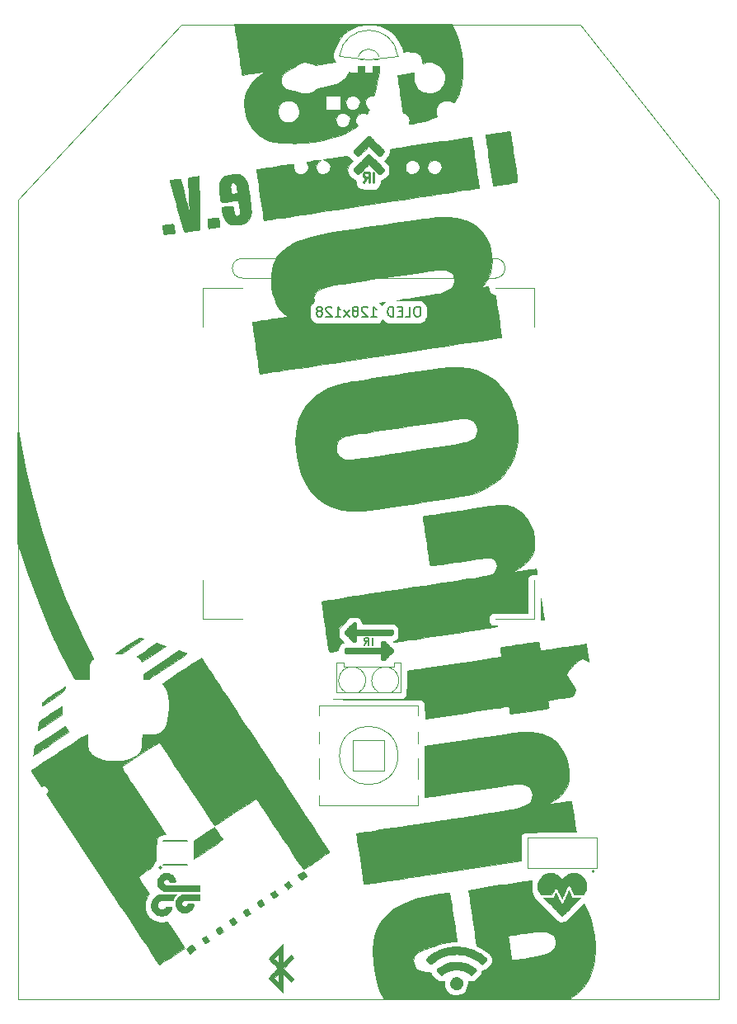
<source format=gbr>
%TF.GenerationSoftware,KiCad,Pcbnew,5.1.10*%
%TF.CreationDate,2021-11-19T14:48:17+01:00*%
%TF.ProjectId,Teebeutel,54656562-6575-4746-956c-2e6b69636164,v0.1*%
%TF.SameCoordinates,Original*%
%TF.FileFunction,Legend,Bot*%
%TF.FilePolarity,Positive*%
%FSLAX46Y46*%
G04 Gerber Fmt 4.6, Leading zero omitted, Abs format (unit mm)*
G04 Created by KiCad (PCBNEW 5.1.10) date 2021-11-19 14:48:17*
%MOMM*%
%LPD*%
G01*
G04 APERTURE LIST*
%ADD10C,0.120000*%
%ADD11C,0.200000*%
%ADD12C,0.250000*%
%ADD13C,0.150000*%
%TA.AperFunction,Profile*%
%ADD14C,0.100000*%
%TD*%
%ADD15C,0.010000*%
%ADD16C,0.100000*%
%ADD17C,0.203200*%
G04 APERTURE END LIST*
D10*
X143000001Y-53249999D02*
G75*
G02*
X148999999Y-53250001I2999999J-350001D01*
G01*
X146000000Y-53600000D02*
X143000000Y-53250000D01*
X146000000Y-53600000D02*
X149000000Y-53250000D01*
D11*
X146400000Y-113686904D02*
X146400000Y-112886904D01*
X145561904Y-113686904D02*
X145828571Y-113305952D01*
X146019047Y-113686904D02*
X146019047Y-112886904D01*
X145714285Y-112886904D01*
X145638095Y-112925000D01*
X145600000Y-112963095D01*
X145561904Y-113039285D01*
X145561904Y-113153571D01*
X145600000Y-113229761D01*
X145638095Y-113267857D01*
X145714285Y-113305952D01*
X146019047Y-113305952D01*
D12*
X146500000Y-66152380D02*
X146500000Y-65152380D01*
X145452380Y-66152380D02*
X145785714Y-65676190D01*
X146023809Y-66152380D02*
X146023809Y-65152380D01*
X145642857Y-65152380D01*
X145547619Y-65200000D01*
X145500000Y-65247619D01*
X145452380Y-65342857D01*
X145452380Y-65485714D01*
X145500000Y-65580952D01*
X145547619Y-65628571D01*
X145642857Y-65676190D01*
X146023809Y-65676190D01*
D13*
X151095238Y-78952380D02*
X150904761Y-78952380D01*
X150809523Y-79000000D01*
X150714285Y-79095238D01*
X150666666Y-79285714D01*
X150666666Y-79619047D01*
X150714285Y-79809523D01*
X150809523Y-79904761D01*
X150904761Y-79952380D01*
X151095238Y-79952380D01*
X151190476Y-79904761D01*
X151285714Y-79809523D01*
X151333333Y-79619047D01*
X151333333Y-79285714D01*
X151285714Y-79095238D01*
X151190476Y-79000000D01*
X151095238Y-78952380D01*
X149761904Y-79952380D02*
X150238095Y-79952380D01*
X150238095Y-78952380D01*
X149428571Y-79428571D02*
X149095238Y-79428571D01*
X148952380Y-79952380D02*
X149428571Y-79952380D01*
X149428571Y-78952380D01*
X148952380Y-78952380D01*
X148523809Y-79952380D02*
X148523809Y-78952380D01*
X148285714Y-78952380D01*
X148142857Y-79000000D01*
X148047619Y-79095238D01*
X148000000Y-79190476D01*
X147952380Y-79380952D01*
X147952380Y-79523809D01*
X148000000Y-79714285D01*
X148047619Y-79809523D01*
X148142857Y-79904761D01*
X148285714Y-79952380D01*
X148523809Y-79952380D01*
X146238095Y-79952380D02*
X146809523Y-79952380D01*
X146523809Y-79952380D02*
X146523809Y-78952380D01*
X146619047Y-79095238D01*
X146714285Y-79190476D01*
X146809523Y-79238095D01*
X145857142Y-79047619D02*
X145809523Y-79000000D01*
X145714285Y-78952380D01*
X145476190Y-78952380D01*
X145380952Y-79000000D01*
X145333333Y-79047619D01*
X145285714Y-79142857D01*
X145285714Y-79238095D01*
X145333333Y-79380952D01*
X145904761Y-79952380D01*
X145285714Y-79952380D01*
X144714285Y-79380952D02*
X144809523Y-79333333D01*
X144857142Y-79285714D01*
X144904761Y-79190476D01*
X144904761Y-79142857D01*
X144857142Y-79047619D01*
X144809523Y-79000000D01*
X144714285Y-78952380D01*
X144523809Y-78952380D01*
X144428571Y-79000000D01*
X144380952Y-79047619D01*
X144333333Y-79142857D01*
X144333333Y-79190476D01*
X144380952Y-79285714D01*
X144428571Y-79333333D01*
X144523809Y-79380952D01*
X144714285Y-79380952D01*
X144809523Y-79428571D01*
X144857142Y-79476190D01*
X144904761Y-79571428D01*
X144904761Y-79761904D01*
X144857142Y-79857142D01*
X144809523Y-79904761D01*
X144714285Y-79952380D01*
X144523809Y-79952380D01*
X144428571Y-79904761D01*
X144380952Y-79857142D01*
X144333333Y-79761904D01*
X144333333Y-79571428D01*
X144380952Y-79476190D01*
X144428571Y-79428571D01*
X144523809Y-79380952D01*
X144000000Y-79952380D02*
X143476190Y-79285714D01*
X144000000Y-79285714D02*
X143476190Y-79952380D01*
X142571428Y-79952380D02*
X143142857Y-79952380D01*
X142857142Y-79952380D02*
X142857142Y-78952380D01*
X142952380Y-79095238D01*
X143047619Y-79190476D01*
X143142857Y-79238095D01*
X142190476Y-79047619D02*
X142142857Y-79000000D01*
X142047619Y-78952380D01*
X141809523Y-78952380D01*
X141714285Y-79000000D01*
X141666666Y-79047619D01*
X141619047Y-79142857D01*
X141619047Y-79238095D01*
X141666666Y-79380952D01*
X142238095Y-79952380D01*
X141619047Y-79952380D01*
X141047619Y-79380952D02*
X141142857Y-79333333D01*
X141190476Y-79285714D01*
X141238095Y-79190476D01*
X141238095Y-79142857D01*
X141190476Y-79047619D01*
X141142857Y-79000000D01*
X141047619Y-78952380D01*
X140857142Y-78952380D01*
X140761904Y-79000000D01*
X140714285Y-79047619D01*
X140666666Y-79142857D01*
X140666666Y-79190476D01*
X140714285Y-79285714D01*
X140761904Y-79333333D01*
X140857142Y-79380952D01*
X141047619Y-79380952D01*
X141142857Y-79428571D01*
X141190476Y-79476190D01*
X141238095Y-79571428D01*
X141238095Y-79761904D01*
X141190476Y-79857142D01*
X141142857Y-79904761D01*
X141047619Y-79952380D01*
X140857142Y-79952380D01*
X140761904Y-79904761D01*
X140714285Y-79857142D01*
X140666666Y-79761904D01*
X140666666Y-79571428D01*
X140714285Y-79476190D01*
X140761904Y-79428571D01*
X140857142Y-79380952D01*
D14*
X133000000Y-76000000D02*
G75*
G02*
X133000000Y-74000000I0J1000000D01*
G01*
X159000000Y-74000000D02*
G75*
G02*
X159000000Y-76000000I0J-1000000D01*
G01*
X133000000Y-74000000D02*
X159000000Y-74000000D01*
X159000000Y-76000000D02*
X133000000Y-76000000D01*
D10*
X129000000Y-81000000D02*
X129000000Y-77000000D01*
X129000000Y-77000000D02*
X133000000Y-77000000D01*
X163000000Y-77000000D02*
X163000000Y-81000000D01*
X159000000Y-77000000D02*
X163000000Y-77000000D01*
X129000000Y-107000000D02*
X129000000Y-111000000D01*
X129000000Y-111000000D02*
X133000000Y-111000000D01*
X163000000Y-111000000D02*
X159000000Y-111000000D01*
X163000000Y-111000000D02*
X163000000Y-107000000D01*
D14*
X126800000Y-50000000D02*
X110000000Y-68000000D01*
X167700000Y-50000000D02*
X182000000Y-68000000D01*
X110000000Y-150000000D02*
X182000000Y-150000000D01*
X126800000Y-50000000D02*
X167700000Y-50000000D01*
X110000000Y-150000000D02*
X110000000Y-68000000D01*
X182000000Y-68000000D02*
X182000000Y-150000000D01*
D15*
%TO.C,G\u002A\u002A\u002A*%
G36*
X162501911Y-137838491D02*
G01*
X162213660Y-137875485D01*
X161859335Y-137924401D01*
X161450208Y-137983419D01*
X160997553Y-138050718D01*
X160512641Y-138124476D01*
X160006744Y-138202874D01*
X159491136Y-138284089D01*
X158977089Y-138366301D01*
X158475875Y-138447689D01*
X157998767Y-138526432D01*
X157557036Y-138600709D01*
X157161957Y-138668700D01*
X156824801Y-138728582D01*
X156556840Y-138778536D01*
X156369347Y-138816740D01*
X156273595Y-138841373D01*
X156264122Y-138846141D01*
X156264801Y-138905043D01*
X156280494Y-139060462D01*
X156309836Y-139302310D01*
X156351467Y-139620498D01*
X156404023Y-140004938D01*
X156466142Y-140445542D01*
X156536462Y-140932221D01*
X156613621Y-141454888D01*
X156642263Y-141646277D01*
X156722202Y-142179384D01*
X156797039Y-142680073D01*
X156865281Y-143138246D01*
X156925435Y-143543806D01*
X156976009Y-143886653D01*
X157015510Y-144156691D01*
X157042445Y-144343822D01*
X157055323Y-144437947D01*
X157056233Y-144447060D01*
X157099957Y-144488249D01*
X157216624Y-144563241D01*
X157382876Y-144657264D01*
X157419215Y-144676627D01*
X157689459Y-144831825D01*
X157958348Y-145008297D01*
X158205229Y-145190303D01*
X158409450Y-145362104D01*
X158550361Y-145507958D01*
X158593509Y-145571641D01*
X158649275Y-145750991D01*
X158670638Y-145974877D01*
X158656338Y-146192930D01*
X158612733Y-146341019D01*
X158511200Y-146489511D01*
X158357486Y-146662416D01*
X158187072Y-146823664D01*
X158035438Y-146937182D01*
X158015099Y-146948606D01*
X157860259Y-147005643D01*
X157731978Y-147025053D01*
X157628172Y-147046166D01*
X157595364Y-147130938D01*
X157594480Y-147162551D01*
X157559302Y-147349959D01*
X157447590Y-147548166D01*
X157250082Y-147772194D01*
X157172425Y-147846953D01*
X156968012Y-148019568D01*
X156790155Y-148117516D01*
X156603774Y-148154639D01*
X156408593Y-148148345D01*
X156192357Y-148127723D01*
X156191173Y-148398787D01*
X156156475Y-148664216D01*
X156066395Y-148940483D01*
X155938755Y-149178687D01*
X155879307Y-149254435D01*
X155682972Y-149409199D01*
X155421558Y-149530464D01*
X155136496Y-149601702D01*
X154978981Y-149613588D01*
X154685830Y-149575818D01*
X154399689Y-149473314D01*
X154157913Y-149322284D01*
X154043835Y-149207803D01*
X153894632Y-148954806D01*
X153798694Y-148662630D01*
X153771865Y-148381011D01*
X153773330Y-148358518D01*
X153792569Y-148119856D01*
X153566585Y-148145348D01*
X153384798Y-148153190D01*
X153222680Y-148140182D01*
X153196700Y-148134724D01*
X153070295Y-148071493D01*
X152905579Y-147948059D01*
X152729769Y-147789884D01*
X152570083Y-147622431D01*
X152453737Y-147471163D01*
X152419517Y-147407636D01*
X152382525Y-147333102D01*
X152330578Y-147285868D01*
X152238991Y-147257111D01*
X152083075Y-147238011D01*
X151907250Y-147224588D01*
X151470752Y-147161820D01*
X151124014Y-147040391D01*
X150865184Y-146858566D01*
X150692414Y-146614612D01*
X150603855Y-146306793D01*
X150593451Y-145992869D01*
X150610340Y-145787146D01*
X150642117Y-145649892D01*
X150703345Y-145541721D01*
X150801268Y-145430842D01*
X150982620Y-145264646D01*
X151188568Y-145125747D01*
X151442209Y-145002069D01*
X151766638Y-144881540D01*
X151985988Y-144811489D01*
X152285735Y-144715445D01*
X152610987Y-144604677D01*
X152909374Y-144497242D01*
X153024610Y-144453360D01*
X153571878Y-144267413D01*
X154078209Y-144156588D01*
X154573440Y-144114621D01*
X154641932Y-144113888D01*
X154838819Y-144110991D01*
X154985806Y-144104150D01*
X155056960Y-144094707D01*
X155059873Y-144092260D01*
X155052047Y-144028293D01*
X155029862Y-143871767D01*
X154995261Y-143635417D01*
X154950186Y-143331980D01*
X154896578Y-142974192D01*
X154836379Y-142574789D01*
X154771531Y-142146507D01*
X154703975Y-141702082D01*
X154635653Y-141254249D01*
X154568507Y-140815746D01*
X154504480Y-140399307D01*
X154445511Y-140017670D01*
X154393544Y-139683570D01*
X154350521Y-139409743D01*
X154318382Y-139208925D01*
X154299069Y-139093853D01*
X154294333Y-139071082D01*
X154238496Y-139074488D01*
X154093027Y-139092655D01*
X153874782Y-139123222D01*
X153600615Y-139163827D01*
X153287383Y-139212107D01*
X153283069Y-139212784D01*
X152373340Y-139368868D01*
X151561095Y-139537753D01*
X150836330Y-139723340D01*
X150189040Y-139929529D01*
X149609222Y-140160218D01*
X149086872Y-140419308D01*
X148611985Y-140710698D01*
X148174557Y-141038288D01*
X147838314Y-141335229D01*
X147411573Y-141795812D01*
X147065098Y-142298297D01*
X146795777Y-142851115D01*
X146600502Y-143462695D01*
X146476160Y-144141465D01*
X146419641Y-144895856D01*
X146415296Y-145191508D01*
X146449053Y-146088476D01*
X146548505Y-146964058D01*
X146710123Y-147802029D01*
X146930377Y-148586166D01*
X147205739Y-149300244D01*
X147392021Y-149680998D01*
X147586604Y-150045011D01*
X157053068Y-150043344D01*
X166519533Y-150041677D01*
X166889554Y-149792140D01*
X167459519Y-149343620D01*
X167957234Y-148817856D01*
X168379326Y-148220603D01*
X168722422Y-147557617D01*
X168983148Y-146834654D01*
X169158131Y-146057469D01*
X169185413Y-145875185D01*
X169244226Y-145139286D01*
X169232515Y-144364451D01*
X165230564Y-144364451D01*
X165130077Y-144662095D01*
X164928234Y-144928262D01*
X164626610Y-145160541D01*
X164421059Y-145271870D01*
X164177545Y-145377535D01*
X163904928Y-145471876D01*
X163588671Y-145558279D01*
X163214235Y-145640135D01*
X162767084Y-145720831D01*
X162232679Y-145803755D01*
X161990240Y-145838447D01*
X161581991Y-145895929D01*
X161268014Y-145939295D01*
X161035636Y-145968421D01*
X160872186Y-145983182D01*
X160764991Y-145983451D01*
X160701377Y-145969105D01*
X160668674Y-145940019D01*
X160654208Y-145896067D01*
X160645306Y-145837124D01*
X160643359Y-145825159D01*
X160608324Y-145612325D01*
X160566538Y-145346828D01*
X160520626Y-145046693D01*
X160473212Y-144729949D01*
X160426921Y-144414622D01*
X160384377Y-144118738D01*
X160348205Y-143860324D01*
X160321029Y-143657408D01*
X160305475Y-143528015D01*
X160303288Y-143489352D01*
X160362456Y-143474188D01*
X160511961Y-143447232D01*
X160735223Y-143410872D01*
X161015659Y-143367496D01*
X161336688Y-143319493D01*
X161681729Y-143269252D01*
X162034200Y-143219160D01*
X162377520Y-143171606D01*
X162695106Y-143128980D01*
X162970378Y-143093668D01*
X163186754Y-143068060D01*
X163316019Y-143055391D01*
X163841264Y-143045793D01*
X164284335Y-143103822D01*
X164644620Y-143229163D01*
X164921509Y-143421505D01*
X165114393Y-143680533D01*
X165222660Y-144005934D01*
X165228117Y-144037740D01*
X165230564Y-144364451D01*
X169232515Y-144364451D01*
X169232309Y-144350867D01*
X169153756Y-143535090D01*
X169012661Y-142717115D01*
X168813117Y-141922103D01*
X168559220Y-141175214D01*
X168337862Y-140666454D01*
X168092396Y-140159022D01*
X167171145Y-141109099D01*
X166876205Y-141411629D01*
X166644400Y-141644674D01*
X166465153Y-141817489D01*
X166327892Y-141939326D01*
X166222042Y-142019441D01*
X166137028Y-142067088D01*
X166062276Y-142091521D01*
X166044651Y-142094966D01*
X165900685Y-142117017D01*
X165776299Y-142123093D01*
X165659770Y-142105556D01*
X165539378Y-142056769D01*
X165403399Y-141969095D01*
X165240113Y-141834897D01*
X165037797Y-141646537D01*
X164784730Y-141396379D01*
X164469189Y-141076784D01*
X164446572Y-141053766D01*
X164078646Y-140679069D01*
X163778592Y-140372530D01*
X163538631Y-140125435D01*
X163350979Y-139929068D01*
X163207858Y-139774717D01*
X163101485Y-139653667D01*
X163024079Y-139557202D01*
X162967860Y-139476610D01*
X162925047Y-139403176D01*
X162887858Y-139328185D01*
X162868495Y-139286412D01*
X162811700Y-139147218D01*
X162775097Y-139007253D01*
X162754528Y-138837212D01*
X162745836Y-138607786D01*
X162744586Y-138412950D01*
X162744586Y-137809128D01*
X162501911Y-137838491D01*
G37*
X162501911Y-137838491D02*
X162213660Y-137875485D01*
X161859335Y-137924401D01*
X161450208Y-137983419D01*
X160997553Y-138050718D01*
X160512641Y-138124476D01*
X160006744Y-138202874D01*
X159491136Y-138284089D01*
X158977089Y-138366301D01*
X158475875Y-138447689D01*
X157998767Y-138526432D01*
X157557036Y-138600709D01*
X157161957Y-138668700D01*
X156824801Y-138728582D01*
X156556840Y-138778536D01*
X156369347Y-138816740D01*
X156273595Y-138841373D01*
X156264122Y-138846141D01*
X156264801Y-138905043D01*
X156280494Y-139060462D01*
X156309836Y-139302310D01*
X156351467Y-139620498D01*
X156404023Y-140004938D01*
X156466142Y-140445542D01*
X156536462Y-140932221D01*
X156613621Y-141454888D01*
X156642263Y-141646277D01*
X156722202Y-142179384D01*
X156797039Y-142680073D01*
X156865281Y-143138246D01*
X156925435Y-143543806D01*
X156976009Y-143886653D01*
X157015510Y-144156691D01*
X157042445Y-144343822D01*
X157055323Y-144437947D01*
X157056233Y-144447060D01*
X157099957Y-144488249D01*
X157216624Y-144563241D01*
X157382876Y-144657264D01*
X157419215Y-144676627D01*
X157689459Y-144831825D01*
X157958348Y-145008297D01*
X158205229Y-145190303D01*
X158409450Y-145362104D01*
X158550361Y-145507958D01*
X158593509Y-145571641D01*
X158649275Y-145750991D01*
X158670638Y-145974877D01*
X158656338Y-146192930D01*
X158612733Y-146341019D01*
X158511200Y-146489511D01*
X158357486Y-146662416D01*
X158187072Y-146823664D01*
X158035438Y-146937182D01*
X158015099Y-146948606D01*
X157860259Y-147005643D01*
X157731978Y-147025053D01*
X157628172Y-147046166D01*
X157595364Y-147130938D01*
X157594480Y-147162551D01*
X157559302Y-147349959D01*
X157447590Y-147548166D01*
X157250082Y-147772194D01*
X157172425Y-147846953D01*
X156968012Y-148019568D01*
X156790155Y-148117516D01*
X156603774Y-148154639D01*
X156408593Y-148148345D01*
X156192357Y-148127723D01*
X156191173Y-148398787D01*
X156156475Y-148664216D01*
X156066395Y-148940483D01*
X155938755Y-149178687D01*
X155879307Y-149254435D01*
X155682972Y-149409199D01*
X155421558Y-149530464D01*
X155136496Y-149601702D01*
X154978981Y-149613588D01*
X154685830Y-149575818D01*
X154399689Y-149473314D01*
X154157913Y-149322284D01*
X154043835Y-149207803D01*
X153894632Y-148954806D01*
X153798694Y-148662630D01*
X153771865Y-148381011D01*
X153773330Y-148358518D01*
X153792569Y-148119856D01*
X153566585Y-148145348D01*
X153384798Y-148153190D01*
X153222680Y-148140182D01*
X153196700Y-148134724D01*
X153070295Y-148071493D01*
X152905579Y-147948059D01*
X152729769Y-147789884D01*
X152570083Y-147622431D01*
X152453737Y-147471163D01*
X152419517Y-147407636D01*
X152382525Y-147333102D01*
X152330578Y-147285868D01*
X152238991Y-147257111D01*
X152083075Y-147238011D01*
X151907250Y-147224588D01*
X151470752Y-147161820D01*
X151124014Y-147040391D01*
X150865184Y-146858566D01*
X150692414Y-146614612D01*
X150603855Y-146306793D01*
X150593451Y-145992869D01*
X150610340Y-145787146D01*
X150642117Y-145649892D01*
X150703345Y-145541721D01*
X150801268Y-145430842D01*
X150982620Y-145264646D01*
X151188568Y-145125747D01*
X151442209Y-145002069D01*
X151766638Y-144881540D01*
X151985988Y-144811489D01*
X152285735Y-144715445D01*
X152610987Y-144604677D01*
X152909374Y-144497242D01*
X153024610Y-144453360D01*
X153571878Y-144267413D01*
X154078209Y-144156588D01*
X154573440Y-144114621D01*
X154641932Y-144113888D01*
X154838819Y-144110991D01*
X154985806Y-144104150D01*
X155056960Y-144094707D01*
X155059873Y-144092260D01*
X155052047Y-144028293D01*
X155029862Y-143871767D01*
X154995261Y-143635417D01*
X154950186Y-143331980D01*
X154896578Y-142974192D01*
X154836379Y-142574789D01*
X154771531Y-142146507D01*
X154703975Y-141702082D01*
X154635653Y-141254249D01*
X154568507Y-140815746D01*
X154504480Y-140399307D01*
X154445511Y-140017670D01*
X154393544Y-139683570D01*
X154350521Y-139409743D01*
X154318382Y-139208925D01*
X154299069Y-139093853D01*
X154294333Y-139071082D01*
X154238496Y-139074488D01*
X154093027Y-139092655D01*
X153874782Y-139123222D01*
X153600615Y-139163827D01*
X153287383Y-139212107D01*
X153283069Y-139212784D01*
X152373340Y-139368868D01*
X151561095Y-139537753D01*
X150836330Y-139723340D01*
X150189040Y-139929529D01*
X149609222Y-140160218D01*
X149086872Y-140419308D01*
X148611985Y-140710698D01*
X148174557Y-141038288D01*
X147838314Y-141335229D01*
X147411573Y-141795812D01*
X147065098Y-142298297D01*
X146795777Y-142851115D01*
X146600502Y-143462695D01*
X146476160Y-144141465D01*
X146419641Y-144895856D01*
X146415296Y-145191508D01*
X146449053Y-146088476D01*
X146548505Y-146964058D01*
X146710123Y-147802029D01*
X146930377Y-148586166D01*
X147205739Y-149300244D01*
X147392021Y-149680998D01*
X147586604Y-150045011D01*
X157053068Y-150043344D01*
X166519533Y-150041677D01*
X166889554Y-149792140D01*
X167459519Y-149343620D01*
X167957234Y-148817856D01*
X168379326Y-148220603D01*
X168722422Y-147557617D01*
X168983148Y-146834654D01*
X169158131Y-146057469D01*
X169185413Y-145875185D01*
X169244226Y-145139286D01*
X169232515Y-144364451D01*
X165230564Y-144364451D01*
X165130077Y-144662095D01*
X164928234Y-144928262D01*
X164626610Y-145160541D01*
X164421059Y-145271870D01*
X164177545Y-145377535D01*
X163904928Y-145471876D01*
X163588671Y-145558279D01*
X163214235Y-145640135D01*
X162767084Y-145720831D01*
X162232679Y-145803755D01*
X161990240Y-145838447D01*
X161581991Y-145895929D01*
X161268014Y-145939295D01*
X161035636Y-145968421D01*
X160872186Y-145983182D01*
X160764991Y-145983451D01*
X160701377Y-145969105D01*
X160668674Y-145940019D01*
X160654208Y-145896067D01*
X160645306Y-145837124D01*
X160643359Y-145825159D01*
X160608324Y-145612325D01*
X160566538Y-145346828D01*
X160520626Y-145046693D01*
X160473212Y-144729949D01*
X160426921Y-144414622D01*
X160384377Y-144118738D01*
X160348205Y-143860324D01*
X160321029Y-143657408D01*
X160305475Y-143528015D01*
X160303288Y-143489352D01*
X160362456Y-143474188D01*
X160511961Y-143447232D01*
X160735223Y-143410872D01*
X161015659Y-143367496D01*
X161336688Y-143319493D01*
X161681729Y-143269252D01*
X162034200Y-143219160D01*
X162377520Y-143171606D01*
X162695106Y-143128980D01*
X162970378Y-143093668D01*
X163186754Y-143068060D01*
X163316019Y-143055391D01*
X163841264Y-143045793D01*
X164284335Y-143103822D01*
X164644620Y-143229163D01*
X164921509Y-143421505D01*
X165114393Y-143680533D01*
X165222660Y-144005934D01*
X165228117Y-144037740D01*
X165230564Y-144364451D01*
X169232515Y-144364451D01*
X169232309Y-144350867D01*
X169153756Y-143535090D01*
X169012661Y-142717115D01*
X168813117Y-141922103D01*
X168559220Y-141175214D01*
X168337862Y-140666454D01*
X168092396Y-140159022D01*
X167171145Y-141109099D01*
X166876205Y-141411629D01*
X166644400Y-141644674D01*
X166465153Y-141817489D01*
X166327892Y-141939326D01*
X166222042Y-142019441D01*
X166137028Y-142067088D01*
X166062276Y-142091521D01*
X166044651Y-142094966D01*
X165900685Y-142117017D01*
X165776299Y-142123093D01*
X165659770Y-142105556D01*
X165539378Y-142056769D01*
X165403399Y-141969095D01*
X165240113Y-141834897D01*
X165037797Y-141646537D01*
X164784730Y-141396379D01*
X164469189Y-141076784D01*
X164446572Y-141053766D01*
X164078646Y-140679069D01*
X163778592Y-140372530D01*
X163538631Y-140125435D01*
X163350979Y-139929068D01*
X163207858Y-139774717D01*
X163101485Y-139653667D01*
X163024079Y-139557202D01*
X162967860Y-139476610D01*
X162925047Y-139403176D01*
X162887858Y-139328185D01*
X162868495Y-139286412D01*
X162811700Y-139147218D01*
X162775097Y-139007253D01*
X162754528Y-138837212D01*
X162745836Y-138607786D01*
X162744586Y-138412950D01*
X162744586Y-137809128D01*
X162501911Y-137838491D01*
G36*
X128737165Y-115021830D02*
G01*
X128608690Y-115102370D01*
X128412777Y-115227792D01*
X128160648Y-115390727D01*
X127863524Y-115583806D01*
X127532625Y-115799661D01*
X127179173Y-116030923D01*
X126814388Y-116270221D01*
X126449492Y-116510189D01*
X126095704Y-116743455D01*
X125764248Y-116962653D01*
X125466342Y-117160411D01*
X125213209Y-117329363D01*
X125016069Y-117462138D01*
X124886143Y-117551367D01*
X124836386Y-117587956D01*
X124835213Y-117654770D01*
X124910222Y-117763473D01*
X124927710Y-117782341D01*
X125140031Y-118076587D01*
X125304346Y-118462306D01*
X125419321Y-118933735D01*
X125483622Y-119485115D01*
X125495915Y-120110681D01*
X125492774Y-120222930D01*
X125447557Y-120844604D01*
X125356714Y-121373752D01*
X125218212Y-121816504D01*
X125030014Y-122178986D01*
X124790088Y-122467329D01*
X124729551Y-122521945D01*
X124527546Y-122664964D01*
X124295699Y-122765488D01*
X124013455Y-122828723D01*
X123660256Y-122859877D01*
X123373510Y-122865393D01*
X122769143Y-122865393D01*
X122729835Y-123579936D01*
X122705310Y-123933023D01*
X122671184Y-124201112D01*
X122620087Y-124407041D01*
X122544651Y-124573643D01*
X122437507Y-124723755D01*
X122319314Y-124852085D01*
X122083585Y-125039761D01*
X121764487Y-125217759D01*
X121386478Y-125373847D01*
X121093091Y-125465383D01*
X120749187Y-125532252D01*
X120336465Y-125571152D01*
X119890265Y-125582117D01*
X119445925Y-125565178D01*
X119038785Y-125520370D01*
X118758715Y-125463185D01*
X118292624Y-125308863D01*
X117891669Y-125114462D01*
X117567120Y-124887474D01*
X117330247Y-124635390D01*
X117219186Y-124439868D01*
X117180720Y-124293665D01*
X117146967Y-124059998D01*
X117120456Y-123759236D01*
X117108987Y-123552980D01*
X117077972Y-122855605D01*
X116938031Y-122877887D01*
X116874822Y-122909677D01*
X116732487Y-122994404D01*
X116520436Y-123125901D01*
X116248077Y-123297998D01*
X115924821Y-123504528D01*
X115560078Y-123739322D01*
X115163257Y-123996213D01*
X114743768Y-124269031D01*
X114311021Y-124551608D01*
X113874426Y-124837777D01*
X113443393Y-125121370D01*
X113027330Y-125396217D01*
X112635649Y-125656150D01*
X112277759Y-125895002D01*
X111963070Y-126106604D01*
X111700991Y-126284788D01*
X111500933Y-126423386D01*
X111372304Y-126516229D01*
X111324516Y-126557149D01*
X111324416Y-126557688D01*
X111352878Y-126609955D01*
X111431808Y-126736673D01*
X111551526Y-126922768D01*
X111702355Y-127153165D01*
X111844757Y-127368026D01*
X112365097Y-128149026D01*
X112570416Y-128116194D01*
X112715022Y-128105761D01*
X112822063Y-128144615D01*
X112939885Y-128247512D01*
X113070704Y-128429166D01*
X113094476Y-128608719D01*
X113011746Y-128791624D01*
X112996230Y-128812102D01*
X112888427Y-128949152D01*
X118663580Y-137677018D01*
X119245671Y-138556611D01*
X119812007Y-139412187D01*
X120359707Y-140239400D01*
X120885888Y-141033906D01*
X121387670Y-141791359D01*
X121862169Y-142507416D01*
X122306505Y-143177731D01*
X122717796Y-143797959D01*
X123093159Y-144363757D01*
X123429713Y-144870779D01*
X123724576Y-145314681D01*
X123974866Y-145691118D01*
X124177702Y-145995745D01*
X124330202Y-146224218D01*
X124429483Y-146372191D01*
X124472664Y-146435321D01*
X124474250Y-146437333D01*
X124526508Y-146417071D01*
X124656824Y-146343896D01*
X124853664Y-146224944D01*
X125105493Y-146067355D01*
X125400777Y-145878266D01*
X125727983Y-145664816D01*
X125811417Y-145609807D01*
X127113067Y-144749831D01*
X126215876Y-143387889D01*
X125318684Y-142025946D01*
X125129937Y-142078054D01*
X124892228Y-142110587D01*
X124600181Y-142102962D01*
X124297668Y-142059606D01*
X124028559Y-141984943D01*
X123969620Y-141961012D01*
X123715875Y-141808407D01*
X123470485Y-141591023D01*
X123263367Y-141340466D01*
X123124439Y-141088345D01*
X123112322Y-141055277D01*
X123058072Y-140812694D01*
X123031870Y-140513768D01*
X123033908Y-140201157D01*
X123064375Y-139917521D01*
X123106496Y-139748050D01*
X123189905Y-139560600D01*
X123294382Y-139385392D01*
X123315706Y-139356604D01*
X123445172Y-139191178D01*
X122885431Y-138340343D01*
X122709935Y-138071258D01*
X122556968Y-137832281D01*
X122435778Y-137638225D01*
X122355611Y-137503901D01*
X122325714Y-137444124D01*
X122325690Y-137443665D01*
X122368543Y-137400054D01*
X122486945Y-137309159D01*
X122665665Y-137181935D01*
X122889469Y-137029333D01*
X123048151Y-136924180D01*
X123323611Y-136741602D01*
X123521116Y-136604290D01*
X123654279Y-136500522D01*
X123736716Y-136418576D01*
X123782041Y-136346729D01*
X123803812Y-136273570D01*
X123865524Y-136119078D01*
X123974870Y-135965998D01*
X123998124Y-135942244D01*
X124159236Y-135787889D01*
X124159236Y-134744654D01*
X124163457Y-134290241D01*
X124179410Y-133931552D01*
X124212027Y-133656672D01*
X124266241Y-133453682D01*
X124346986Y-133310668D01*
X124459195Y-133215712D01*
X124607800Y-133156898D01*
X124797736Y-133122309D01*
X124832543Y-133118199D01*
X125131444Y-133084713D01*
X122865722Y-129646816D01*
X122504608Y-129098502D01*
X122161257Y-128576425D01*
X121840225Y-128087558D01*
X121546068Y-127638874D01*
X121283341Y-127237344D01*
X121056601Y-126889941D01*
X120870404Y-126603638D01*
X120729305Y-126385406D01*
X120637862Y-126242219D01*
X120600629Y-126181048D01*
X120600000Y-126179397D01*
X120643518Y-126144386D01*
X120767911Y-126056360D01*
X120963940Y-125921569D01*
X121222368Y-125746262D01*
X121533956Y-125536689D01*
X121889464Y-125299099D01*
X122279654Y-125039741D01*
X122520894Y-124880030D01*
X122998853Y-124564876D01*
X123395016Y-124305711D01*
X123716876Y-124098023D01*
X123971928Y-123937303D01*
X124167664Y-123819038D01*
X124311578Y-123738718D01*
X124411164Y-123691832D01*
X124473915Y-123673869D01*
X124507326Y-123680317D01*
X124509885Y-123682693D01*
X124548892Y-123737431D01*
X124642879Y-123875863D01*
X124787580Y-124091556D01*
X124978730Y-124378079D01*
X125212062Y-124729000D01*
X125483309Y-125137886D01*
X125788206Y-125598306D01*
X126122486Y-126103828D01*
X126481883Y-126648019D01*
X126862130Y-127224448D01*
X127258962Y-127826683D01*
X127312276Y-127907643D01*
X127710937Y-128512730D01*
X128093556Y-129092804D01*
X128455869Y-129641439D01*
X128793613Y-130152211D01*
X129102523Y-130618691D01*
X129378336Y-131034453D01*
X129616789Y-131393073D01*
X129813617Y-131688122D01*
X129964557Y-131913174D01*
X130065346Y-132061804D01*
X130111718Y-132127585D01*
X130113553Y-132129743D01*
X130144736Y-132136683D01*
X130207719Y-132118052D01*
X130309483Y-132069613D01*
X130457009Y-131987130D01*
X130657278Y-131866368D01*
X130917272Y-131703091D01*
X131243972Y-131493063D01*
X131644360Y-131232049D01*
X132125416Y-130915812D01*
X132252582Y-130831931D01*
X132677393Y-130551660D01*
X133075528Y-130289158D01*
X133437752Y-130050502D01*
X133754833Y-129841766D01*
X134017537Y-129669027D01*
X134216631Y-129538359D01*
X134342882Y-129455839D01*
X134386134Y-129428026D01*
X134427328Y-129465658D01*
X134524936Y-129591508D01*
X134677190Y-129802980D01*
X134882320Y-130097478D01*
X135138557Y-130472405D01*
X135444132Y-130925164D01*
X135797276Y-131453159D01*
X136196219Y-132053792D01*
X136639192Y-132724467D01*
X136839849Y-133029309D01*
X137211282Y-133593452D01*
X137565982Y-134130865D01*
X137899456Y-134634820D01*
X138207211Y-135098587D01*
X138484754Y-135515438D01*
X138727591Y-135878644D01*
X138931231Y-136181476D01*
X139091180Y-136417205D01*
X139202944Y-136579102D01*
X139262031Y-136660438D01*
X139270147Y-136668970D01*
X139332933Y-136641121D01*
X139468933Y-136561427D01*
X139664673Y-136438987D01*
X139906681Y-136282902D01*
X140181485Y-136102269D01*
X140475613Y-135906190D01*
X140775592Y-135703762D01*
X141067949Y-135504085D01*
X141339213Y-135316259D01*
X141575910Y-135149383D01*
X141764568Y-135012557D01*
X141891715Y-134914879D01*
X141943879Y-134865450D01*
X141944404Y-134862761D01*
X141913246Y-134810599D01*
X141825859Y-134673814D01*
X141685518Y-134457352D01*
X141495500Y-134166162D01*
X141259082Y-133805192D01*
X140979539Y-133379387D01*
X140660148Y-132893697D01*
X140304185Y-132353069D01*
X139914927Y-131762450D01*
X139495649Y-131126788D01*
X139049628Y-130451030D01*
X138580140Y-129740124D01*
X138090461Y-128999017D01*
X137583868Y-128232658D01*
X137063637Y-127445993D01*
X136533045Y-126643970D01*
X135995366Y-125831536D01*
X135453879Y-125013640D01*
X134911859Y-124195229D01*
X134372581Y-123381249D01*
X133839324Y-122576650D01*
X133315362Y-121786378D01*
X132803973Y-121015380D01*
X132308431Y-120268605D01*
X131832015Y-119551000D01*
X131377999Y-118867513D01*
X130949661Y-118223090D01*
X130550276Y-117622681D01*
X130183120Y-117071231D01*
X129851471Y-116573689D01*
X129558604Y-116135002D01*
X129307795Y-115760118D01*
X129102322Y-115453984D01*
X128945459Y-115221548D01*
X128840484Y-115067758D01*
X128790672Y-114997560D01*
X128786983Y-114993541D01*
X128737165Y-115021830D01*
G37*
X128737165Y-115021830D02*
X128608690Y-115102370D01*
X128412777Y-115227792D01*
X128160648Y-115390727D01*
X127863524Y-115583806D01*
X127532625Y-115799661D01*
X127179173Y-116030923D01*
X126814388Y-116270221D01*
X126449492Y-116510189D01*
X126095704Y-116743455D01*
X125764248Y-116962653D01*
X125466342Y-117160411D01*
X125213209Y-117329363D01*
X125016069Y-117462138D01*
X124886143Y-117551367D01*
X124836386Y-117587956D01*
X124835213Y-117654770D01*
X124910222Y-117763473D01*
X124927710Y-117782341D01*
X125140031Y-118076587D01*
X125304346Y-118462306D01*
X125419321Y-118933735D01*
X125483622Y-119485115D01*
X125495915Y-120110681D01*
X125492774Y-120222930D01*
X125447557Y-120844604D01*
X125356714Y-121373752D01*
X125218212Y-121816504D01*
X125030014Y-122178986D01*
X124790088Y-122467329D01*
X124729551Y-122521945D01*
X124527546Y-122664964D01*
X124295699Y-122765488D01*
X124013455Y-122828723D01*
X123660256Y-122859877D01*
X123373510Y-122865393D01*
X122769143Y-122865393D01*
X122729835Y-123579936D01*
X122705310Y-123933023D01*
X122671184Y-124201112D01*
X122620087Y-124407041D01*
X122544651Y-124573643D01*
X122437507Y-124723755D01*
X122319314Y-124852085D01*
X122083585Y-125039761D01*
X121764487Y-125217759D01*
X121386478Y-125373847D01*
X121093091Y-125465383D01*
X120749187Y-125532252D01*
X120336465Y-125571152D01*
X119890265Y-125582117D01*
X119445925Y-125565178D01*
X119038785Y-125520370D01*
X118758715Y-125463185D01*
X118292624Y-125308863D01*
X117891669Y-125114462D01*
X117567120Y-124887474D01*
X117330247Y-124635390D01*
X117219186Y-124439868D01*
X117180720Y-124293665D01*
X117146967Y-124059998D01*
X117120456Y-123759236D01*
X117108987Y-123552980D01*
X117077972Y-122855605D01*
X116938031Y-122877887D01*
X116874822Y-122909677D01*
X116732487Y-122994404D01*
X116520436Y-123125901D01*
X116248077Y-123297998D01*
X115924821Y-123504528D01*
X115560078Y-123739322D01*
X115163257Y-123996213D01*
X114743768Y-124269031D01*
X114311021Y-124551608D01*
X113874426Y-124837777D01*
X113443393Y-125121370D01*
X113027330Y-125396217D01*
X112635649Y-125656150D01*
X112277759Y-125895002D01*
X111963070Y-126106604D01*
X111700991Y-126284788D01*
X111500933Y-126423386D01*
X111372304Y-126516229D01*
X111324516Y-126557149D01*
X111324416Y-126557688D01*
X111352878Y-126609955D01*
X111431808Y-126736673D01*
X111551526Y-126922768D01*
X111702355Y-127153165D01*
X111844757Y-127368026D01*
X112365097Y-128149026D01*
X112570416Y-128116194D01*
X112715022Y-128105761D01*
X112822063Y-128144615D01*
X112939885Y-128247512D01*
X113070704Y-128429166D01*
X113094476Y-128608719D01*
X113011746Y-128791624D01*
X112996230Y-128812102D01*
X112888427Y-128949152D01*
X118663580Y-137677018D01*
X119245671Y-138556611D01*
X119812007Y-139412187D01*
X120359707Y-140239400D01*
X120885888Y-141033906D01*
X121387670Y-141791359D01*
X121862169Y-142507416D01*
X122306505Y-143177731D01*
X122717796Y-143797959D01*
X123093159Y-144363757D01*
X123429713Y-144870779D01*
X123724576Y-145314681D01*
X123974866Y-145691118D01*
X124177702Y-145995745D01*
X124330202Y-146224218D01*
X124429483Y-146372191D01*
X124472664Y-146435321D01*
X124474250Y-146437333D01*
X124526508Y-146417071D01*
X124656824Y-146343896D01*
X124853664Y-146224944D01*
X125105493Y-146067355D01*
X125400777Y-145878266D01*
X125727983Y-145664816D01*
X125811417Y-145609807D01*
X127113067Y-144749831D01*
X126215876Y-143387889D01*
X125318684Y-142025946D01*
X125129937Y-142078054D01*
X124892228Y-142110587D01*
X124600181Y-142102962D01*
X124297668Y-142059606D01*
X124028559Y-141984943D01*
X123969620Y-141961012D01*
X123715875Y-141808407D01*
X123470485Y-141591023D01*
X123263367Y-141340466D01*
X123124439Y-141088345D01*
X123112322Y-141055277D01*
X123058072Y-140812694D01*
X123031870Y-140513768D01*
X123033908Y-140201157D01*
X123064375Y-139917521D01*
X123106496Y-139748050D01*
X123189905Y-139560600D01*
X123294382Y-139385392D01*
X123315706Y-139356604D01*
X123445172Y-139191178D01*
X122885431Y-138340343D01*
X122709935Y-138071258D01*
X122556968Y-137832281D01*
X122435778Y-137638225D01*
X122355611Y-137503901D01*
X122325714Y-137444124D01*
X122325690Y-137443665D01*
X122368543Y-137400054D01*
X122486945Y-137309159D01*
X122665665Y-137181935D01*
X122889469Y-137029333D01*
X123048151Y-136924180D01*
X123323611Y-136741602D01*
X123521116Y-136604290D01*
X123654279Y-136500522D01*
X123736716Y-136418576D01*
X123782041Y-136346729D01*
X123803812Y-136273570D01*
X123865524Y-136119078D01*
X123974870Y-135965998D01*
X123998124Y-135942244D01*
X124159236Y-135787889D01*
X124159236Y-134744654D01*
X124163457Y-134290241D01*
X124179410Y-133931552D01*
X124212027Y-133656672D01*
X124266241Y-133453682D01*
X124346986Y-133310668D01*
X124459195Y-133215712D01*
X124607800Y-133156898D01*
X124797736Y-133122309D01*
X124832543Y-133118199D01*
X125131444Y-133084713D01*
X122865722Y-129646816D01*
X122504608Y-129098502D01*
X122161257Y-128576425D01*
X121840225Y-128087558D01*
X121546068Y-127638874D01*
X121283341Y-127237344D01*
X121056601Y-126889941D01*
X120870404Y-126603638D01*
X120729305Y-126385406D01*
X120637862Y-126242219D01*
X120600629Y-126181048D01*
X120600000Y-126179397D01*
X120643518Y-126144386D01*
X120767911Y-126056360D01*
X120963940Y-125921569D01*
X121222368Y-125746262D01*
X121533956Y-125536689D01*
X121889464Y-125299099D01*
X122279654Y-125039741D01*
X122520894Y-124880030D01*
X122998853Y-124564876D01*
X123395016Y-124305711D01*
X123716876Y-124098023D01*
X123971928Y-123937303D01*
X124167664Y-123819038D01*
X124311578Y-123738718D01*
X124411164Y-123691832D01*
X124473915Y-123673869D01*
X124507326Y-123680317D01*
X124509885Y-123682693D01*
X124548892Y-123737431D01*
X124642879Y-123875863D01*
X124787580Y-124091556D01*
X124978730Y-124378079D01*
X125212062Y-124729000D01*
X125483309Y-125137886D01*
X125788206Y-125598306D01*
X126122486Y-126103828D01*
X126481883Y-126648019D01*
X126862130Y-127224448D01*
X127258962Y-127826683D01*
X127312276Y-127907643D01*
X127710937Y-128512730D01*
X128093556Y-129092804D01*
X128455869Y-129641439D01*
X128793613Y-130152211D01*
X129102523Y-130618691D01*
X129378336Y-131034453D01*
X129616789Y-131393073D01*
X129813617Y-131688122D01*
X129964557Y-131913174D01*
X130065346Y-132061804D01*
X130111718Y-132127585D01*
X130113553Y-132129743D01*
X130144736Y-132136683D01*
X130207719Y-132118052D01*
X130309483Y-132069613D01*
X130457009Y-131987130D01*
X130657278Y-131866368D01*
X130917272Y-131703091D01*
X131243972Y-131493063D01*
X131644360Y-131232049D01*
X132125416Y-130915812D01*
X132252582Y-130831931D01*
X132677393Y-130551660D01*
X133075528Y-130289158D01*
X133437752Y-130050502D01*
X133754833Y-129841766D01*
X134017537Y-129669027D01*
X134216631Y-129538359D01*
X134342882Y-129455839D01*
X134386134Y-129428026D01*
X134427328Y-129465658D01*
X134524936Y-129591508D01*
X134677190Y-129802980D01*
X134882320Y-130097478D01*
X135138557Y-130472405D01*
X135444132Y-130925164D01*
X135797276Y-131453159D01*
X136196219Y-132053792D01*
X136639192Y-132724467D01*
X136839849Y-133029309D01*
X137211282Y-133593452D01*
X137565982Y-134130865D01*
X137899456Y-134634820D01*
X138207211Y-135098587D01*
X138484754Y-135515438D01*
X138727591Y-135878644D01*
X138931231Y-136181476D01*
X139091180Y-136417205D01*
X139202944Y-136579102D01*
X139262031Y-136660438D01*
X139270147Y-136668970D01*
X139332933Y-136641121D01*
X139468933Y-136561427D01*
X139664673Y-136438987D01*
X139906681Y-136282902D01*
X140181485Y-136102269D01*
X140475613Y-135906190D01*
X140775592Y-135703762D01*
X141067949Y-135504085D01*
X141339213Y-135316259D01*
X141575910Y-135149383D01*
X141764568Y-135012557D01*
X141891715Y-134914879D01*
X141943879Y-134865450D01*
X141944404Y-134862761D01*
X141913246Y-134810599D01*
X141825859Y-134673814D01*
X141685518Y-134457352D01*
X141495500Y-134166162D01*
X141259082Y-133805192D01*
X140979539Y-133379387D01*
X140660148Y-132893697D01*
X140304185Y-132353069D01*
X139914927Y-131762450D01*
X139495649Y-131126788D01*
X139049628Y-130451030D01*
X138580140Y-129740124D01*
X138090461Y-128999017D01*
X137583868Y-128232658D01*
X137063637Y-127445993D01*
X136533045Y-126643970D01*
X135995366Y-125831536D01*
X135453879Y-125013640D01*
X134911859Y-124195229D01*
X134372581Y-123381249D01*
X133839324Y-122576650D01*
X133315362Y-121786378D01*
X132803973Y-121015380D01*
X132308431Y-120268605D01*
X131832015Y-119551000D01*
X131377999Y-118867513D01*
X130949661Y-118223090D01*
X130550276Y-117622681D01*
X130183120Y-117071231D01*
X129851471Y-116573689D01*
X129558604Y-116135002D01*
X129307795Y-115760118D01*
X129102322Y-115453984D01*
X128945459Y-115221548D01*
X128840484Y-115067758D01*
X128790672Y-114997560D01*
X128786983Y-114993541D01*
X128737165Y-115021830D01*
G36*
X127805819Y-144464405D02*
G01*
X127678925Y-144537257D01*
X127530722Y-144631687D01*
X127236776Y-144826856D01*
X127405471Y-145076592D01*
X127498473Y-145214534D01*
X127562051Y-145309338D01*
X127579636Y-145336042D01*
X127624041Y-145314781D01*
X127734879Y-145249709D01*
X127880982Y-145159394D01*
X128035969Y-145056256D01*
X128149103Y-144970596D01*
X128193585Y-144924233D01*
X128175828Y-144852528D01*
X128112683Y-144733485D01*
X128026898Y-144601634D01*
X127941220Y-144491501D01*
X127878399Y-144437616D01*
X127872259Y-144436518D01*
X127805819Y-144464405D01*
G37*
X127805819Y-144464405D02*
X127678925Y-144537257D01*
X127530722Y-144631687D01*
X127236776Y-144826856D01*
X127405471Y-145076592D01*
X127498473Y-145214534D01*
X127562051Y-145309338D01*
X127579636Y-145336042D01*
X127624041Y-145314781D01*
X127734879Y-145249709D01*
X127880982Y-145159394D01*
X128035969Y-145056256D01*
X128149103Y-144970596D01*
X128193585Y-144924233D01*
X128175828Y-144852528D01*
X128112683Y-144733485D01*
X128026898Y-144601634D01*
X127941220Y-144491501D01*
X127878399Y-144437616D01*
X127872259Y-144436518D01*
X127805819Y-144464405D01*
G36*
X129195369Y-143549389D02*
G01*
X129065084Y-143626128D01*
X128909380Y-143731679D01*
X128857922Y-143769448D01*
X128868635Y-143821055D01*
X128926320Y-143925876D01*
X129010040Y-144053330D01*
X129098860Y-144172836D01*
X129171843Y-144253814D01*
X129201487Y-144271287D01*
X129277832Y-144241117D01*
X129398967Y-144170502D01*
X129429973Y-144150045D01*
X129541703Y-144064969D01*
X129601909Y-144000537D01*
X129605238Y-143990457D01*
X129576555Y-143914244D01*
X129504955Y-143795506D01*
X129414344Y-143667816D01*
X129328625Y-143564744D01*
X129271706Y-143519860D01*
X129270055Y-143519745D01*
X129195369Y-143549389D01*
G37*
X129195369Y-143549389D02*
X129065084Y-143626128D01*
X128909380Y-143731679D01*
X128857922Y-143769448D01*
X128868635Y-143821055D01*
X128926320Y-143925876D01*
X129010040Y-144053330D01*
X129098860Y-144172836D01*
X129171843Y-144253814D01*
X129201487Y-144271287D01*
X129277832Y-144241117D01*
X129398967Y-144170502D01*
X129429973Y-144150045D01*
X129541703Y-144064969D01*
X129601909Y-144000537D01*
X129605238Y-143990457D01*
X129576555Y-143914244D01*
X129504955Y-143795506D01*
X129414344Y-143667816D01*
X129328625Y-143564744D01*
X129271706Y-143519860D01*
X129270055Y-143519745D01*
X129195369Y-143549389D01*
G36*
X130654548Y-142566020D02*
G01*
X130555927Y-142625782D01*
X130442237Y-142713393D01*
X130343904Y-142804473D01*
X130291354Y-142874643D01*
X130290613Y-142892674D01*
X130432409Y-143124465D01*
X130539846Y-143280269D01*
X130606681Y-143351266D01*
X130617768Y-143354720D01*
X130682786Y-143324602D01*
X130800327Y-143252428D01*
X130858099Y-143213711D01*
X131058661Y-143075944D01*
X130889806Y-142825976D01*
X130795143Y-142686191D01*
X130728179Y-142587965D01*
X130707674Y-142558487D01*
X130654548Y-142566020D01*
G37*
X130654548Y-142566020D02*
X130555927Y-142625782D01*
X130442237Y-142713393D01*
X130343904Y-142804473D01*
X130291354Y-142874643D01*
X130290613Y-142892674D01*
X130432409Y-143124465D01*
X130539846Y-143280269D01*
X130606681Y-143351266D01*
X130617768Y-143354720D01*
X130682786Y-143324602D01*
X130800327Y-143252428D01*
X130858099Y-143213711D01*
X131058661Y-143075944D01*
X130889806Y-142825976D01*
X130795143Y-142686191D01*
X130728179Y-142587965D01*
X130707674Y-142558487D01*
X130654548Y-142566020D01*
G36*
X131878315Y-141768594D02*
G01*
X131768465Y-141839862D01*
X131707124Y-141892915D01*
X131695459Y-141952094D01*
X131734634Y-142041741D01*
X131825817Y-142186197D01*
X131904079Y-142306370D01*
X131967188Y-142396050D01*
X132023691Y-142427341D01*
X132104183Y-142399391D01*
X132239257Y-142311349D01*
X132260984Y-142296433D01*
X132382432Y-142208205D01*
X132428147Y-142146052D01*
X132411984Y-142075994D01*
X132376554Y-142012991D01*
X132279635Y-141860771D01*
X132197166Y-141743688D01*
X132103531Y-141619553D01*
X131878315Y-141768594D01*
G37*
X131878315Y-141768594D02*
X131768465Y-141839862D01*
X131707124Y-141892915D01*
X131695459Y-141952094D01*
X131734634Y-142041741D01*
X131825817Y-142186197D01*
X131904079Y-142306370D01*
X131967188Y-142396050D01*
X132023691Y-142427341D01*
X132104183Y-142399391D01*
X132239257Y-142311349D01*
X132260984Y-142296433D01*
X132382432Y-142208205D01*
X132428147Y-142146052D01*
X132411984Y-142075994D01*
X132376554Y-142012991D01*
X132279635Y-141860771D01*
X132197166Y-141743688D01*
X132103531Y-141619553D01*
X131878315Y-141768594D01*
G36*
X133444771Y-140744146D02*
G01*
X133335164Y-140812996D01*
X133219656Y-140896412D01*
X133134359Y-140968759D01*
X133111921Y-140999776D01*
X133141289Y-141079492D01*
X133214679Y-141199565D01*
X133307687Y-141326680D01*
X133395909Y-141427523D01*
X133454941Y-141468778D01*
X133455468Y-141468773D01*
X133541613Y-141437028D01*
X133623567Y-141384189D01*
X133738269Y-141301716D01*
X133806335Y-141258224D01*
X133837905Y-141214870D01*
X133815446Y-141135350D01*
X133731924Y-140998414D01*
X133709371Y-140965314D01*
X133611599Y-140829150D01*
X133538615Y-140738415D01*
X133512365Y-140715499D01*
X133444771Y-140744146D01*
G37*
X133444771Y-140744146D02*
X133335164Y-140812996D01*
X133219656Y-140896412D01*
X133134359Y-140968759D01*
X133111921Y-140999776D01*
X133141289Y-141079492D01*
X133214679Y-141199565D01*
X133307687Y-141326680D01*
X133395909Y-141427523D01*
X133454941Y-141468778D01*
X133455468Y-141468773D01*
X133541613Y-141437028D01*
X133623567Y-141384189D01*
X133738269Y-141301716D01*
X133806335Y-141258224D01*
X133837905Y-141214870D01*
X133815446Y-141135350D01*
X133731924Y-140998414D01*
X133709371Y-140965314D01*
X133611599Y-140829150D01*
X133538615Y-140738415D01*
X133512365Y-140715499D01*
X133444771Y-140744146D01*
G36*
X134724797Y-139888858D02*
G01*
X134599750Y-139980953D01*
X134523887Y-140054842D01*
X134513376Y-140076688D01*
X134543221Y-140159511D01*
X134616672Y-140281765D01*
X134709608Y-140410138D01*
X134797906Y-140511322D01*
X134857442Y-140552004D01*
X134857591Y-140552001D01*
X134943736Y-140520255D01*
X135025690Y-140467417D01*
X135141413Y-140384343D01*
X135210445Y-140340340D01*
X135243584Y-140298660D01*
X135227428Y-140222964D01*
X135155221Y-140091493D01*
X135111781Y-140022539D01*
X134936217Y-139748947D01*
X134724797Y-139888858D01*
G37*
X134724797Y-139888858D02*
X134599750Y-139980953D01*
X134523887Y-140054842D01*
X134513376Y-140076688D01*
X134543221Y-140159511D01*
X134616672Y-140281765D01*
X134709608Y-140410138D01*
X134797906Y-140511322D01*
X134857442Y-140552004D01*
X134857591Y-140552001D01*
X134943736Y-140520255D01*
X135025690Y-140467417D01*
X135141413Y-140384343D01*
X135210445Y-140340340D01*
X135243584Y-140298660D01*
X135227428Y-140222964D01*
X135155221Y-140091493D01*
X135111781Y-140022539D01*
X134936217Y-139748947D01*
X134724797Y-139888858D01*
G36*
X136129069Y-138970664D02*
G01*
X136003801Y-139058848D01*
X135926963Y-139123127D01*
X135915499Y-139139622D01*
X135942308Y-139201499D01*
X136008484Y-139314222D01*
X136092650Y-139445039D01*
X136173431Y-139561200D01*
X136229451Y-139629954D01*
X136240030Y-139636846D01*
X136297544Y-139609233D01*
X136410320Y-139539400D01*
X136469223Y-139500179D01*
X136589916Y-139412378D01*
X136661756Y-139348936D01*
X136670489Y-139334630D01*
X136642384Y-139277713D01*
X136570179Y-139162318D01*
X136506563Y-139067588D01*
X136342638Y-138829330D01*
X136129069Y-138970664D01*
G37*
X136129069Y-138970664D02*
X136003801Y-139058848D01*
X135926963Y-139123127D01*
X135915499Y-139139622D01*
X135942308Y-139201499D01*
X136008484Y-139314222D01*
X136092650Y-139445039D01*
X136173431Y-139561200D01*
X136229451Y-139629954D01*
X136240030Y-139636846D01*
X136297544Y-139609233D01*
X136410320Y-139539400D01*
X136469223Y-139500179D01*
X136589916Y-139412378D01*
X136661756Y-139348936D01*
X136670489Y-139334630D01*
X136642384Y-139277713D01*
X136570179Y-139162318D01*
X136506563Y-139067588D01*
X136342638Y-138829330D01*
X136129069Y-138970664D01*
G36*
X137689864Y-137945828D02*
G01*
X137561638Y-138021047D01*
X137538681Y-138036132D01*
X137410865Y-138126271D01*
X137331034Y-138193257D01*
X137317622Y-138212386D01*
X137344652Y-138266144D01*
X137411655Y-138373828D01*
X137497500Y-138503861D01*
X137581055Y-138624665D01*
X137641191Y-138704664D01*
X137657262Y-138719939D01*
X137704227Y-138692754D01*
X137812084Y-138623613D01*
X137890970Y-138571638D01*
X138113787Y-138423567D01*
X137982282Y-138234820D01*
X137888607Y-138097457D01*
X137817400Y-137988006D01*
X137805259Y-137967958D01*
X137762574Y-137930304D01*
X137689864Y-137945828D01*
G37*
X137689864Y-137945828D02*
X137561638Y-138021047D01*
X137538681Y-138036132D01*
X137410865Y-138126271D01*
X137331034Y-138193257D01*
X137317622Y-138212386D01*
X137344652Y-138266144D01*
X137411655Y-138373828D01*
X137497500Y-138503861D01*
X137581055Y-138624665D01*
X137641191Y-138704664D01*
X137657262Y-138719939D01*
X137704227Y-138692754D01*
X137812084Y-138623613D01*
X137890970Y-138571638D01*
X138113787Y-138423567D01*
X137982282Y-138234820D01*
X137888607Y-138097457D01*
X137817400Y-137988006D01*
X137805259Y-137967958D01*
X137762574Y-137930304D01*
X137689864Y-137945828D01*
G36*
X161617012Y-122592251D02*
G01*
X161525735Y-122598203D01*
X161385209Y-122612580D01*
X161147080Y-122641935D01*
X160820367Y-122684992D01*
X160414091Y-122740472D01*
X159937270Y-122807097D01*
X159398925Y-122883588D01*
X158808075Y-122968668D01*
X158173741Y-123061059D01*
X157504941Y-123159483D01*
X156810697Y-123262661D01*
X156362147Y-123329855D01*
X151770276Y-124019870D01*
X151770276Y-129296587D01*
X151972506Y-129264655D01*
X152273869Y-129217575D01*
X152648418Y-129159891D01*
X153086838Y-129092985D01*
X153579820Y-129018237D01*
X154118052Y-128937028D01*
X154692223Y-128850738D01*
X155293020Y-128760748D01*
X155911134Y-128668438D01*
X156537251Y-128575190D01*
X157162061Y-128482383D01*
X157776252Y-128391400D01*
X158370514Y-128303619D01*
X158935533Y-128220422D01*
X159462000Y-128143190D01*
X159940602Y-128073303D01*
X160362029Y-128012141D01*
X160716968Y-127961086D01*
X160996108Y-127921519D01*
X161190139Y-127894818D01*
X161289748Y-127882367D01*
X161300057Y-127881616D01*
X161510959Y-127900577D01*
X161762510Y-127948645D01*
X162016826Y-128015923D01*
X162236023Y-128092515D01*
X162372905Y-128161875D01*
X162598454Y-128379158D01*
X162740432Y-128660846D01*
X162794751Y-128998440D01*
X162795194Y-129040128D01*
X162751313Y-129371757D01*
X162619986Y-129662036D01*
X162397757Y-129913999D01*
X162081170Y-130130680D01*
X161666766Y-130315113D01*
X161171869Y-130465113D01*
X161070217Y-130485368D01*
X160868139Y-130520517D01*
X160571893Y-130569587D01*
X160187737Y-130631608D01*
X159721928Y-130705611D01*
X159180723Y-130790623D01*
X158570380Y-130885675D01*
X157897156Y-130989796D01*
X157167309Y-131102016D01*
X156387097Y-131221364D01*
X155562776Y-131346870D01*
X154700604Y-131477562D01*
X153806838Y-131612471D01*
X152887736Y-131750625D01*
X152767941Y-131768590D01*
X151853490Y-131905863D01*
X150968140Y-132039117D01*
X150117764Y-132167451D01*
X149308237Y-132289965D01*
X148545434Y-132405757D01*
X147835228Y-132513929D01*
X147183495Y-132613578D01*
X146596109Y-132703804D01*
X146078944Y-132783707D01*
X145637874Y-132852386D01*
X145278775Y-132908940D01*
X145007520Y-132952469D01*
X144829984Y-132982073D01*
X144752041Y-132996850D01*
X144748895Y-132997968D01*
X144749213Y-133056242D01*
X144764698Y-133210622D01*
X144793934Y-133450643D01*
X144835503Y-133765839D01*
X144887987Y-134145745D01*
X144949969Y-134579894D01*
X145020030Y-135057821D01*
X145096755Y-135569059D01*
X145100292Y-135592357D01*
X145489419Y-138153928D01*
X145677300Y-138162242D01*
X145751599Y-138155230D01*
X145926464Y-138132843D01*
X146195836Y-138095970D01*
X146553660Y-138045501D01*
X146993879Y-137982326D01*
X147510435Y-137907336D01*
X148097272Y-137821420D01*
X148748333Y-137725469D01*
X149457562Y-137620372D01*
X150218900Y-137507021D01*
X151026292Y-137386305D01*
X151873681Y-137259114D01*
X152755009Y-137126338D01*
X153664220Y-136988867D01*
X153749529Y-136975943D01*
X161633877Y-135781331D01*
X161649953Y-134474595D01*
X161666030Y-133167859D01*
X161815522Y-133018431D01*
X161965014Y-132869002D01*
X164631609Y-132854055D01*
X167298204Y-132839107D01*
X167271107Y-132692271D01*
X167256018Y-132600743D01*
X167227432Y-132418321D01*
X167187765Y-132160790D01*
X167139438Y-131843931D01*
X167084868Y-131483526D01*
X167030335Y-131121105D01*
X166972960Y-130742565D01*
X166919977Y-130400436D01*
X166873658Y-130108791D01*
X166836274Y-129881705D01*
X166810094Y-129733252D01*
X166797420Y-129677533D01*
X166740968Y-129679808D01*
X166593088Y-129696660D01*
X166368920Y-129726057D01*
X166083604Y-129765970D01*
X165752282Y-129814367D01*
X165545271Y-129845483D01*
X165194471Y-129898006D01*
X164881158Y-129943502D01*
X164620417Y-129979897D01*
X164427331Y-130005118D01*
X164316983Y-130017090D01*
X164296832Y-130017143D01*
X164334674Y-129988202D01*
X164449076Y-129923409D01*
X164619584Y-129834044D01*
X164726318Y-129780271D01*
X165267207Y-129460921D01*
X165715969Y-129086044D01*
X166073943Y-128653932D01*
X166342470Y-128162882D01*
X166522888Y-127611186D01*
X166557113Y-127449257D01*
X166578933Y-127257999D01*
X166589016Y-127001997D01*
X166586147Y-126723850D01*
X166580949Y-126613376D01*
X166493365Y-125916650D01*
X166319431Y-125269313D01*
X166063941Y-124677678D01*
X165731690Y-124148059D01*
X165327474Y-123686768D01*
X164856087Y-123300118D01*
X164322324Y-122994423D01*
X163730980Y-122775996D01*
X163649857Y-122754270D01*
X163202217Y-122665412D01*
X162688637Y-122606912D01*
X162147455Y-122581586D01*
X161617012Y-122592251D01*
G37*
X161617012Y-122592251D02*
X161525735Y-122598203D01*
X161385209Y-122612580D01*
X161147080Y-122641935D01*
X160820367Y-122684992D01*
X160414091Y-122740472D01*
X159937270Y-122807097D01*
X159398925Y-122883588D01*
X158808075Y-122968668D01*
X158173741Y-123061059D01*
X157504941Y-123159483D01*
X156810697Y-123262661D01*
X156362147Y-123329855D01*
X151770276Y-124019870D01*
X151770276Y-129296587D01*
X151972506Y-129264655D01*
X152273869Y-129217575D01*
X152648418Y-129159891D01*
X153086838Y-129092985D01*
X153579820Y-129018237D01*
X154118052Y-128937028D01*
X154692223Y-128850738D01*
X155293020Y-128760748D01*
X155911134Y-128668438D01*
X156537251Y-128575190D01*
X157162061Y-128482383D01*
X157776252Y-128391400D01*
X158370514Y-128303619D01*
X158935533Y-128220422D01*
X159462000Y-128143190D01*
X159940602Y-128073303D01*
X160362029Y-128012141D01*
X160716968Y-127961086D01*
X160996108Y-127921519D01*
X161190139Y-127894818D01*
X161289748Y-127882367D01*
X161300057Y-127881616D01*
X161510959Y-127900577D01*
X161762510Y-127948645D01*
X162016826Y-128015923D01*
X162236023Y-128092515D01*
X162372905Y-128161875D01*
X162598454Y-128379158D01*
X162740432Y-128660846D01*
X162794751Y-128998440D01*
X162795194Y-129040128D01*
X162751313Y-129371757D01*
X162619986Y-129662036D01*
X162397757Y-129913999D01*
X162081170Y-130130680D01*
X161666766Y-130315113D01*
X161171869Y-130465113D01*
X161070217Y-130485368D01*
X160868139Y-130520517D01*
X160571893Y-130569587D01*
X160187737Y-130631608D01*
X159721928Y-130705611D01*
X159180723Y-130790623D01*
X158570380Y-130885675D01*
X157897156Y-130989796D01*
X157167309Y-131102016D01*
X156387097Y-131221364D01*
X155562776Y-131346870D01*
X154700604Y-131477562D01*
X153806838Y-131612471D01*
X152887736Y-131750625D01*
X152767941Y-131768590D01*
X151853490Y-131905863D01*
X150968140Y-132039117D01*
X150117764Y-132167451D01*
X149308237Y-132289965D01*
X148545434Y-132405757D01*
X147835228Y-132513929D01*
X147183495Y-132613578D01*
X146596109Y-132703804D01*
X146078944Y-132783707D01*
X145637874Y-132852386D01*
X145278775Y-132908940D01*
X145007520Y-132952469D01*
X144829984Y-132982073D01*
X144752041Y-132996850D01*
X144748895Y-132997968D01*
X144749213Y-133056242D01*
X144764698Y-133210622D01*
X144793934Y-133450643D01*
X144835503Y-133765839D01*
X144887987Y-134145745D01*
X144949969Y-134579894D01*
X145020030Y-135057821D01*
X145096755Y-135569059D01*
X145100292Y-135592357D01*
X145489419Y-138153928D01*
X145677300Y-138162242D01*
X145751599Y-138155230D01*
X145926464Y-138132843D01*
X146195836Y-138095970D01*
X146553660Y-138045501D01*
X146993879Y-137982326D01*
X147510435Y-137907336D01*
X148097272Y-137821420D01*
X148748333Y-137725469D01*
X149457562Y-137620372D01*
X150218900Y-137507021D01*
X151026292Y-137386305D01*
X151873681Y-137259114D01*
X152755009Y-137126338D01*
X153664220Y-136988867D01*
X153749529Y-136975943D01*
X161633877Y-135781331D01*
X161649953Y-134474595D01*
X161666030Y-133167859D01*
X161815522Y-133018431D01*
X161965014Y-132869002D01*
X164631609Y-132854055D01*
X167298204Y-132839107D01*
X167271107Y-132692271D01*
X167256018Y-132600743D01*
X167227432Y-132418321D01*
X167187765Y-132160790D01*
X167139438Y-131843931D01*
X167084868Y-131483526D01*
X167030335Y-131121105D01*
X166972960Y-130742565D01*
X166919977Y-130400436D01*
X166873658Y-130108791D01*
X166836274Y-129881705D01*
X166810094Y-129733252D01*
X166797420Y-129677533D01*
X166740968Y-129679808D01*
X166593088Y-129696660D01*
X166368920Y-129726057D01*
X166083604Y-129765970D01*
X165752282Y-129814367D01*
X165545271Y-129845483D01*
X165194471Y-129898006D01*
X164881158Y-129943502D01*
X164620417Y-129979897D01*
X164427331Y-130005118D01*
X164316983Y-130017090D01*
X164296832Y-130017143D01*
X164334674Y-129988202D01*
X164449076Y-129923409D01*
X164619584Y-129834044D01*
X164726318Y-129780271D01*
X165267207Y-129460921D01*
X165715969Y-129086044D01*
X166073943Y-128653932D01*
X166342470Y-128162882D01*
X166522888Y-127611186D01*
X166557113Y-127449257D01*
X166578933Y-127257999D01*
X166589016Y-127001997D01*
X166586147Y-126723850D01*
X166580949Y-126613376D01*
X166493365Y-125916650D01*
X166319431Y-125269313D01*
X166063941Y-124677678D01*
X165731690Y-124148059D01*
X165327474Y-123686768D01*
X164856087Y-123300118D01*
X164322324Y-122994423D01*
X163730980Y-122775996D01*
X163649857Y-122754270D01*
X163202217Y-122665412D01*
X162688637Y-122606912D01*
X162147455Y-122581586D01*
X161617012Y-122592251D01*
G36*
X139282315Y-136908306D02*
G01*
X139168156Y-136972066D01*
X139015205Y-137069046D01*
X138715833Y-137267818D01*
X138804449Y-137417832D01*
X138898571Y-137564610D01*
X138981670Y-137679265D01*
X139033442Y-137737688D01*
X139084354Y-137755143D01*
X139161805Y-137726281D01*
X139293195Y-137645754D01*
X139353397Y-137606712D01*
X139500908Y-137504988D01*
X139603322Y-137423140D01*
X139636518Y-137382912D01*
X139609763Y-137323860D01*
X139543594Y-137209693D01*
X139459154Y-137074548D01*
X139377586Y-136952560D01*
X139332415Y-136891931D01*
X139282315Y-136908306D01*
G37*
X139282315Y-136908306D02*
X139168156Y-136972066D01*
X139015205Y-137069046D01*
X138715833Y-137267818D01*
X138804449Y-137417832D01*
X138898571Y-137564610D01*
X138981670Y-137679265D01*
X139033442Y-137737688D01*
X139084354Y-137755143D01*
X139161805Y-137726281D01*
X139293195Y-137645754D01*
X139353397Y-137606712D01*
X139500908Y-137504988D01*
X139603322Y-137423140D01*
X139636518Y-137382912D01*
X139609763Y-137323860D01*
X139543594Y-137209693D01*
X139459154Y-137074548D01*
X139377586Y-136952560D01*
X139332415Y-136891931D01*
X139282315Y-136908306D01*
G36*
X130102092Y-132385221D02*
G01*
X129972717Y-132465247D01*
X129779679Y-132588408D01*
X129536010Y-132746345D01*
X129254743Y-132930700D01*
X129082791Y-133044268D01*
X128044531Y-133731847D01*
X128043285Y-134662102D01*
X128043618Y-134965185D01*
X128045318Y-135226817D01*
X128048155Y-135429642D01*
X128051901Y-135556309D01*
X128055520Y-135591172D01*
X128102084Y-135562306D01*
X128227966Y-135480948D01*
X128422508Y-135354075D01*
X128675049Y-135188665D01*
X128974929Y-134991695D01*
X129311489Y-134770144D01*
X129540783Y-134618958D01*
X130003504Y-134311060D01*
X130374991Y-134058086D01*
X130656353Y-133859232D01*
X130848701Y-133713697D01*
X130953142Y-133620676D01*
X130973481Y-133582032D01*
X130873968Y-133419595D01*
X130748097Y-133221798D01*
X130608653Y-133007780D01*
X130468425Y-132796679D01*
X130340200Y-132607635D01*
X130236766Y-132459787D01*
X130170911Y-132372273D01*
X130154774Y-132356688D01*
X130102092Y-132385221D01*
G37*
X130102092Y-132385221D02*
X129972717Y-132465247D01*
X129779679Y-132588408D01*
X129536010Y-132746345D01*
X129254743Y-132930700D01*
X129082791Y-133044268D01*
X128044531Y-133731847D01*
X128043285Y-134662102D01*
X128043618Y-134965185D01*
X128045318Y-135226817D01*
X128048155Y-135429642D01*
X128051901Y-135556309D01*
X128055520Y-135591172D01*
X128102084Y-135562306D01*
X128227966Y-135480948D01*
X128422508Y-135354075D01*
X128675049Y-135188665D01*
X128974929Y-134991695D01*
X129311489Y-134770144D01*
X129540783Y-134618958D01*
X130003504Y-134311060D01*
X130374991Y-134058086D01*
X130656353Y-133859232D01*
X130848701Y-133713697D01*
X130953142Y-133620676D01*
X130973481Y-133582032D01*
X130873968Y-133419595D01*
X130748097Y-133221798D01*
X130608653Y-133007780D01*
X130468425Y-132796679D01*
X130340200Y-132607635D01*
X130236766Y-132459787D01*
X130170911Y-132372273D01*
X130154774Y-132356688D01*
X130102092Y-132385221D01*
G36*
X113258198Y-122996189D02*
G01*
X111713635Y-124024841D01*
X111633019Y-124510191D01*
X111598444Y-124723507D01*
X111572990Y-124890561D01*
X111560231Y-124987377D01*
X111559747Y-125001972D01*
X111604629Y-124974467D01*
X111729675Y-124893261D01*
X111925402Y-124764624D01*
X112182330Y-124594828D01*
X112490977Y-124390143D01*
X112841862Y-124156841D01*
X113225504Y-123901191D01*
X113382020Y-123796742D01*
X115196948Y-122585081D01*
X114999854Y-122276309D01*
X114802760Y-121967538D01*
X113258198Y-122996189D01*
G37*
X113258198Y-122996189D02*
X111713635Y-124024841D01*
X111633019Y-124510191D01*
X111598444Y-124723507D01*
X111572990Y-124890561D01*
X111560231Y-124987377D01*
X111559747Y-125001972D01*
X111604629Y-124974467D01*
X111729675Y-124893261D01*
X111925402Y-124764624D01*
X112182330Y-124594828D01*
X112490977Y-124390143D01*
X112841862Y-124156841D01*
X113225504Y-123901191D01*
X113382020Y-123796742D01*
X115196948Y-122585081D01*
X114999854Y-122276309D01*
X114802760Y-121967538D01*
X113258198Y-122996189D01*
G36*
X113521975Y-120564316D02*
G01*
X113225154Y-120758752D01*
X112944639Y-120942686D01*
X112698320Y-121104373D01*
X112504088Y-121232069D01*
X112379836Y-121314027D01*
X112369516Y-121320869D01*
X112255971Y-121401695D01*
X112184307Y-121479141D01*
X112138641Y-121583991D01*
X112103089Y-121747026D01*
X112080860Y-121880282D01*
X112045602Y-122086772D01*
X112013187Y-122255795D01*
X111989804Y-122355442D01*
X111987210Y-122363091D01*
X111988301Y-122425689D01*
X112006226Y-122432898D01*
X112061779Y-122403944D01*
X112194799Y-122322877D01*
X112393072Y-122197499D01*
X112644383Y-122035614D01*
X112936519Y-121845024D01*
X113251335Y-121637463D01*
X114450227Y-120843100D01*
X114451228Y-120399173D01*
X114452230Y-119955246D01*
X113521975Y-120564316D01*
G37*
X113521975Y-120564316D02*
X113225154Y-120758752D01*
X112944639Y-120942686D01*
X112698320Y-121104373D01*
X112504088Y-121232069D01*
X112379836Y-121314027D01*
X112369516Y-121320869D01*
X112255971Y-121401695D01*
X112184307Y-121479141D01*
X112138641Y-121583991D01*
X112103089Y-121747026D01*
X112080860Y-121880282D01*
X112045602Y-122086772D01*
X112013187Y-122255795D01*
X111989804Y-122355442D01*
X111987210Y-122363091D01*
X111988301Y-122425689D01*
X112006226Y-122432898D01*
X112061779Y-122403944D01*
X112194799Y-122322877D01*
X112393072Y-122197499D01*
X112644383Y-122035614D01*
X112936519Y-121845024D01*
X113251335Y-121637463D01*
X114450227Y-120843100D01*
X114451228Y-120399173D01*
X114452230Y-119955246D01*
X113521975Y-120564316D01*
G36*
X163395006Y-113337339D02*
G01*
X163246970Y-113354703D01*
X163021272Y-113384384D01*
X162732364Y-113424236D01*
X162394702Y-113472113D01*
X162022737Y-113525868D01*
X161630924Y-113583357D01*
X161233717Y-113642434D01*
X160845567Y-113700951D01*
X160480930Y-113756764D01*
X160154258Y-113807727D01*
X159880005Y-113851694D01*
X159672625Y-113886519D01*
X159546570Y-113910055D01*
X159514169Y-113918919D01*
X159512538Y-113978353D01*
X159525202Y-114118195D01*
X159549580Y-114312325D01*
X159560685Y-114390183D01*
X159591329Y-114633086D01*
X159597117Y-114782878D01*
X159578232Y-114851359D01*
X159567867Y-114857786D01*
X159505626Y-114868604D01*
X159346034Y-114893827D01*
X159098408Y-114932062D01*
X158772065Y-114981919D01*
X158376321Y-115042005D01*
X157920491Y-115110928D01*
X157413893Y-115187297D01*
X156865842Y-115269720D01*
X156285656Y-115356806D01*
X155682650Y-115447161D01*
X155066140Y-115539395D01*
X154445444Y-115632116D01*
X153829877Y-115723932D01*
X153228756Y-115813451D01*
X152651396Y-115899281D01*
X152107116Y-115980030D01*
X151605229Y-116054308D01*
X151155054Y-116120721D01*
X150765907Y-116177879D01*
X150447103Y-116224389D01*
X150207959Y-116258859D01*
X150057791Y-116279898D01*
X150006444Y-116286200D01*
X149984375Y-116317013D01*
X149966407Y-116415024D01*
X149952022Y-116588586D01*
X149940700Y-116846053D01*
X149931920Y-117195781D01*
X149925973Y-117579343D01*
X149909767Y-118872486D01*
X149610713Y-119171338D01*
X145971811Y-119171338D01*
X145356176Y-119171908D01*
X144773299Y-119173554D01*
X144231968Y-119176182D01*
X143740973Y-119179695D01*
X143309102Y-119183998D01*
X142945146Y-119188996D01*
X142657892Y-119194592D01*
X142456132Y-119200692D01*
X142348652Y-119207200D01*
X142332909Y-119210880D01*
X142385524Y-119217059D01*
X142538116Y-119223277D01*
X142782806Y-119229441D01*
X143111717Y-119235457D01*
X143516969Y-119241230D01*
X143990685Y-119246668D01*
X144524986Y-119251677D01*
X145111993Y-119256162D01*
X145743828Y-119260030D01*
X146412613Y-119263187D01*
X146861822Y-119264808D01*
X151390736Y-119279193D01*
X151743312Y-119631497D01*
X151797240Y-121225475D01*
X155976646Y-120592516D01*
X156637320Y-120492645D01*
X157268831Y-120397544D01*
X157862808Y-120308450D01*
X158410882Y-120226604D01*
X158904683Y-120153243D01*
X159335840Y-120089607D01*
X159695984Y-120036933D01*
X159976744Y-119996461D01*
X160169749Y-119969429D01*
X160266631Y-119957076D01*
X160274945Y-119956424D01*
X160358763Y-119975421D01*
X160406093Y-120056624D01*
X160427267Y-120155520D01*
X160461364Y-120353521D01*
X160496784Y-120547879D01*
X160497120Y-120549651D01*
X160533546Y-120741553D01*
X162518598Y-120444756D01*
X163030912Y-120367925D01*
X163446448Y-120304712D01*
X163775136Y-120253052D01*
X164026907Y-120210877D01*
X164211693Y-120176121D01*
X164339424Y-120146718D01*
X164420030Y-120120601D01*
X164463444Y-120095704D01*
X164479595Y-120069960D01*
X164478414Y-120041303D01*
X164477479Y-120037143D01*
X164456400Y-119921928D01*
X164430757Y-119746802D01*
X164415448Y-119626772D01*
X164379588Y-119327217D01*
X165611344Y-119147228D01*
X165965818Y-119093316D01*
X166285850Y-119040621D01*
X166555513Y-118992094D01*
X166758882Y-118950682D01*
X166880031Y-118919336D01*
X166905794Y-118907505D01*
X166957696Y-118829258D01*
X167032183Y-118683003D01*
X167108683Y-118510778D01*
X167248879Y-118173786D01*
X166789833Y-117486470D01*
X166629594Y-117238689D01*
X166493727Y-117013607D01*
X166392915Y-116830112D01*
X166337840Y-116707091D01*
X166330786Y-116674819D01*
X166343663Y-116567627D01*
X166388689Y-116453324D01*
X166475458Y-116319161D01*
X166613564Y-116152383D01*
X166812599Y-115940240D01*
X167082158Y-115669979D01*
X167099858Y-115652548D01*
X167364304Y-115397095D01*
X167571380Y-115214538D01*
X167737453Y-115099064D01*
X167878890Y-115044858D01*
X168012059Y-115046105D01*
X168153327Y-115096989D01*
X168319062Y-115191698D01*
X168347196Y-115209421D01*
X168605104Y-115372981D01*
X168574172Y-115222903D01*
X168555017Y-115115660D01*
X168524026Y-114926071D01*
X168485077Y-114678495D01*
X168442046Y-114397289D01*
X168430093Y-114317835D01*
X168388980Y-114046904D01*
X168353237Y-113817751D01*
X168325949Y-113649668D01*
X168310200Y-113561950D01*
X168307932Y-113553741D01*
X168254485Y-113559587D01*
X168105346Y-113580008D01*
X167871461Y-113613402D01*
X167563775Y-113658172D01*
X167193233Y-113712718D01*
X166770780Y-113775442D01*
X166307360Y-113844744D01*
X166007102Y-113889886D01*
X165521667Y-113962833D01*
X165068569Y-114030574D01*
X164659075Y-114091449D01*
X164304449Y-114143800D01*
X164015957Y-114185967D01*
X163804864Y-114216292D01*
X163682436Y-114233116D01*
X163656278Y-114236039D01*
X163621686Y-114186825D01*
X163582344Y-114054090D01*
X163544803Y-113861574D01*
X163534995Y-113796587D01*
X163503840Y-113591254D01*
X163475572Y-113431210D01*
X163455034Y-113343069D01*
X163450927Y-113334437D01*
X163395006Y-113337339D01*
G37*
X163395006Y-113337339D02*
X163246970Y-113354703D01*
X163021272Y-113384384D01*
X162732364Y-113424236D01*
X162394702Y-113472113D01*
X162022737Y-113525868D01*
X161630924Y-113583357D01*
X161233717Y-113642434D01*
X160845567Y-113700951D01*
X160480930Y-113756764D01*
X160154258Y-113807727D01*
X159880005Y-113851694D01*
X159672625Y-113886519D01*
X159546570Y-113910055D01*
X159514169Y-113918919D01*
X159512538Y-113978353D01*
X159525202Y-114118195D01*
X159549580Y-114312325D01*
X159560685Y-114390183D01*
X159591329Y-114633086D01*
X159597117Y-114782878D01*
X159578232Y-114851359D01*
X159567867Y-114857786D01*
X159505626Y-114868604D01*
X159346034Y-114893827D01*
X159098408Y-114932062D01*
X158772065Y-114981919D01*
X158376321Y-115042005D01*
X157920491Y-115110928D01*
X157413893Y-115187297D01*
X156865842Y-115269720D01*
X156285656Y-115356806D01*
X155682650Y-115447161D01*
X155066140Y-115539395D01*
X154445444Y-115632116D01*
X153829877Y-115723932D01*
X153228756Y-115813451D01*
X152651396Y-115899281D01*
X152107116Y-115980030D01*
X151605229Y-116054308D01*
X151155054Y-116120721D01*
X150765907Y-116177879D01*
X150447103Y-116224389D01*
X150207959Y-116258859D01*
X150057791Y-116279898D01*
X150006444Y-116286200D01*
X149984375Y-116317013D01*
X149966407Y-116415024D01*
X149952022Y-116588586D01*
X149940700Y-116846053D01*
X149931920Y-117195781D01*
X149925973Y-117579343D01*
X149909767Y-118872486D01*
X149610713Y-119171338D01*
X145971811Y-119171338D01*
X145356176Y-119171908D01*
X144773299Y-119173554D01*
X144231968Y-119176182D01*
X143740973Y-119179695D01*
X143309102Y-119183998D01*
X142945146Y-119188996D01*
X142657892Y-119194592D01*
X142456132Y-119200692D01*
X142348652Y-119207200D01*
X142332909Y-119210880D01*
X142385524Y-119217059D01*
X142538116Y-119223277D01*
X142782806Y-119229441D01*
X143111717Y-119235457D01*
X143516969Y-119241230D01*
X143990685Y-119246668D01*
X144524986Y-119251677D01*
X145111993Y-119256162D01*
X145743828Y-119260030D01*
X146412613Y-119263187D01*
X146861822Y-119264808D01*
X151390736Y-119279193D01*
X151743312Y-119631497D01*
X151797240Y-121225475D01*
X155976646Y-120592516D01*
X156637320Y-120492645D01*
X157268831Y-120397544D01*
X157862808Y-120308450D01*
X158410882Y-120226604D01*
X158904683Y-120153243D01*
X159335840Y-120089607D01*
X159695984Y-120036933D01*
X159976744Y-119996461D01*
X160169749Y-119969429D01*
X160266631Y-119957076D01*
X160274945Y-119956424D01*
X160358763Y-119975421D01*
X160406093Y-120056624D01*
X160427267Y-120155520D01*
X160461364Y-120353521D01*
X160496784Y-120547879D01*
X160497120Y-120549651D01*
X160533546Y-120741553D01*
X162518598Y-120444756D01*
X163030912Y-120367925D01*
X163446448Y-120304712D01*
X163775136Y-120253052D01*
X164026907Y-120210877D01*
X164211693Y-120176121D01*
X164339424Y-120146718D01*
X164420030Y-120120601D01*
X164463444Y-120095704D01*
X164479595Y-120069960D01*
X164478414Y-120041303D01*
X164477479Y-120037143D01*
X164456400Y-119921928D01*
X164430757Y-119746802D01*
X164415448Y-119626772D01*
X164379588Y-119327217D01*
X165611344Y-119147228D01*
X165965818Y-119093316D01*
X166285850Y-119040621D01*
X166555513Y-118992094D01*
X166758882Y-118950682D01*
X166880031Y-118919336D01*
X166905794Y-118907505D01*
X166957696Y-118829258D01*
X167032183Y-118683003D01*
X167108683Y-118510778D01*
X167248879Y-118173786D01*
X166789833Y-117486470D01*
X166629594Y-117238689D01*
X166493727Y-117013607D01*
X166392915Y-116830112D01*
X166337840Y-116707091D01*
X166330786Y-116674819D01*
X166343663Y-116567627D01*
X166388689Y-116453324D01*
X166475458Y-116319161D01*
X166613564Y-116152383D01*
X166812599Y-115940240D01*
X167082158Y-115669979D01*
X167099858Y-115652548D01*
X167364304Y-115397095D01*
X167571380Y-115214538D01*
X167737453Y-115099064D01*
X167878890Y-115044858D01*
X168012059Y-115046105D01*
X168153327Y-115096989D01*
X168319062Y-115191698D01*
X168347196Y-115209421D01*
X168605104Y-115372981D01*
X168574172Y-115222903D01*
X168555017Y-115115660D01*
X168524026Y-114926071D01*
X168485077Y-114678495D01*
X168442046Y-114397289D01*
X168430093Y-114317835D01*
X168388980Y-114046904D01*
X168353237Y-113817751D01*
X168325949Y-113649668D01*
X168310200Y-113561950D01*
X168307932Y-113553741D01*
X168254485Y-113559587D01*
X168105346Y-113580008D01*
X167871461Y-113613402D01*
X167563775Y-113658172D01*
X167193233Y-113712718D01*
X166770780Y-113775442D01*
X166307360Y-113844744D01*
X166007102Y-113889886D01*
X165521667Y-113962833D01*
X165068569Y-114030574D01*
X164659075Y-114091449D01*
X164304449Y-114143800D01*
X164015957Y-114185967D01*
X163804864Y-114216292D01*
X163682436Y-114233116D01*
X163656278Y-114236039D01*
X163621686Y-114186825D01*
X163582344Y-114054090D01*
X163544803Y-113861574D01*
X163534995Y-113796587D01*
X163503840Y-113591254D01*
X163475572Y-113431210D01*
X163455034Y-113343069D01*
X163450927Y-113334437D01*
X163395006Y-113337339D01*
G36*
X114777188Y-117947381D02*
G01*
X114644512Y-118032227D01*
X114447171Y-118160428D01*
X114197731Y-118323791D01*
X113908757Y-118514119D01*
X113648965Y-118685987D01*
X113274070Y-118936721D01*
X112982546Y-119137220D01*
X112765973Y-119293883D01*
X112615934Y-119413111D01*
X112524008Y-119501303D01*
X112481778Y-119564858D01*
X112478406Y-119575796D01*
X112443393Y-119719619D01*
X112421290Y-119804990D01*
X112419704Y-119883088D01*
X112439784Y-119898420D01*
X112495217Y-119869454D01*
X112627302Y-119788608D01*
X112823152Y-119664132D01*
X113069884Y-119504279D01*
X113354612Y-119317300D01*
X113562421Y-119179492D01*
X113901701Y-118953064D01*
X114162798Y-118776195D01*
X114357528Y-118639011D01*
X114497709Y-118531633D01*
X114595158Y-118444187D01*
X114661693Y-118366796D01*
X114709129Y-118289583D01*
X114749285Y-118202673D01*
X114759125Y-118179341D01*
X114815360Y-118031025D01*
X114840161Y-117935480D01*
X114832633Y-117914085D01*
X114777188Y-117947381D01*
G37*
X114777188Y-117947381D02*
X114644512Y-118032227D01*
X114447171Y-118160428D01*
X114197731Y-118323791D01*
X113908757Y-118514119D01*
X113648965Y-118685987D01*
X113274070Y-118936721D01*
X112982546Y-119137220D01*
X112765973Y-119293883D01*
X112615934Y-119413111D01*
X112524008Y-119501303D01*
X112481778Y-119564858D01*
X112478406Y-119575796D01*
X112443393Y-119719619D01*
X112421290Y-119804990D01*
X112419704Y-119883088D01*
X112439784Y-119898420D01*
X112495217Y-119869454D01*
X112627302Y-119788608D01*
X112823152Y-119664132D01*
X113069884Y-119504279D01*
X113354612Y-119317300D01*
X113562421Y-119179492D01*
X113901701Y-118953064D01*
X114162798Y-118776195D01*
X114357528Y-118639011D01*
X114497709Y-118531633D01*
X114595158Y-118444187D01*
X114661693Y-118366796D01*
X114709129Y-118289583D01*
X114749285Y-118202673D01*
X114759125Y-118179341D01*
X114815360Y-118031025D01*
X114840161Y-117935480D01*
X114832633Y-117914085D01*
X114777188Y-117947381D01*
G36*
X124684028Y-115429438D02*
G01*
X122867972Y-116636730D01*
X122866470Y-116892888D01*
X122869027Y-117047294D01*
X122892679Y-117122417D01*
X122957820Y-117146829D01*
X123049305Y-117149045D01*
X123196943Y-117155595D01*
X123302219Y-117171461D01*
X123305462Y-117172463D01*
X123364024Y-117148267D01*
X123502371Y-117069585D01*
X123711007Y-116942438D01*
X123980432Y-116772849D01*
X124301151Y-116566840D01*
X124663664Y-116330434D01*
X125058475Y-116069653D01*
X125325308Y-115891678D01*
X125734357Y-115616768D01*
X126114688Y-115359130D01*
X126457104Y-115125142D01*
X126752409Y-114921182D01*
X126991406Y-114753630D01*
X127164898Y-114628864D01*
X127263688Y-114553263D01*
X127283480Y-114533546D01*
X127240941Y-114492724D01*
X127119068Y-114433039D01*
X126942040Y-114365915D01*
X126896854Y-114350881D01*
X126500083Y-114222145D01*
X124684028Y-115429438D01*
G37*
X124684028Y-115429438D02*
X122867972Y-116636730D01*
X122866470Y-116892888D01*
X122869027Y-117047294D01*
X122892679Y-117122417D01*
X122957820Y-117146829D01*
X123049305Y-117149045D01*
X123196943Y-117155595D01*
X123302219Y-117171461D01*
X123305462Y-117172463D01*
X123364024Y-117148267D01*
X123502371Y-117069585D01*
X123711007Y-116942438D01*
X123980432Y-116772849D01*
X124301151Y-116566840D01*
X124663664Y-116330434D01*
X125058475Y-116069653D01*
X125325308Y-115891678D01*
X125734357Y-115616768D01*
X126114688Y-115359130D01*
X126457104Y-115125142D01*
X126752409Y-114921182D01*
X126991406Y-114753630D01*
X127164898Y-114628864D01*
X127263688Y-114553263D01*
X127283480Y-114533546D01*
X127240941Y-114492724D01*
X127119068Y-114433039D01*
X126942040Y-114365915D01*
X126896854Y-114350881D01*
X126500083Y-114222145D01*
X124684028Y-115429438D01*
G36*
X109957704Y-91621780D02*
G01*
X109954741Y-91757448D01*
X109952035Y-91987561D01*
X109949608Y-92305413D01*
X109947480Y-92704299D01*
X109945674Y-93177513D01*
X109944208Y-93718349D01*
X109943106Y-94320103D01*
X109942387Y-94976068D01*
X109942074Y-95679540D01*
X109942186Y-96423813D01*
X109942745Y-97202181D01*
X109942879Y-97330573D01*
X109949257Y-103208705D01*
X110317349Y-104335596D01*
X110936685Y-106165487D01*
X111589617Y-107968335D01*
X112268901Y-109725621D01*
X112967294Y-111418827D01*
X113677555Y-113029433D01*
X113936796Y-113589809D01*
X114171206Y-114083059D01*
X114409362Y-114571624D01*
X114646151Y-115045980D01*
X114876458Y-115496608D01*
X115095169Y-115913985D01*
X115297169Y-116288590D01*
X115477344Y-116610902D01*
X115630581Y-116871400D01*
X115751764Y-117060561D01*
X115835780Y-117168865D01*
X115871270Y-117191312D01*
X115947528Y-117185485D01*
X116108246Y-117178183D01*
X116330058Y-117170331D01*
X116589596Y-117162850D01*
X116595860Y-117162688D01*
X117256476Y-117145725D01*
X117257003Y-116459805D01*
X117259386Y-116163101D01*
X117268293Y-115948400D01*
X117287159Y-115789892D01*
X117319419Y-115661769D01*
X117368508Y-115538222D01*
X117384179Y-115504246D01*
X117476425Y-115332430D01*
X117572895Y-115189850D01*
X117620360Y-115137275D01*
X117665586Y-115092874D01*
X117686210Y-115046026D01*
X117676675Y-114977846D01*
X117631423Y-114869452D01*
X117544896Y-114701957D01*
X117429902Y-114490142D01*
X117015123Y-113700408D01*
X116581646Y-112819499D01*
X116135232Y-111861285D01*
X115681641Y-110839636D01*
X115226635Y-109768423D01*
X114775974Y-108661516D01*
X114335420Y-107532786D01*
X113910735Y-106396102D01*
X113507678Y-105265335D01*
X113132011Y-104154355D01*
X113113703Y-104098514D01*
X112476710Y-102063699D01*
X111871472Y-99952542D01*
X111305220Y-97793733D01*
X110785182Y-95615958D01*
X110318588Y-93447908D01*
X109960904Y-91587261D01*
X109957704Y-91621780D01*
G37*
X109957704Y-91621780D02*
X109954741Y-91757448D01*
X109952035Y-91987561D01*
X109949608Y-92305413D01*
X109947480Y-92704299D01*
X109945674Y-93177513D01*
X109944208Y-93718349D01*
X109943106Y-94320103D01*
X109942387Y-94976068D01*
X109942074Y-95679540D01*
X109942186Y-96423813D01*
X109942745Y-97202181D01*
X109942879Y-97330573D01*
X109949257Y-103208705D01*
X110317349Y-104335596D01*
X110936685Y-106165487D01*
X111589617Y-107968335D01*
X112268901Y-109725621D01*
X112967294Y-111418827D01*
X113677555Y-113029433D01*
X113936796Y-113589809D01*
X114171206Y-114083059D01*
X114409362Y-114571624D01*
X114646151Y-115045980D01*
X114876458Y-115496608D01*
X115095169Y-115913985D01*
X115297169Y-116288590D01*
X115477344Y-116610902D01*
X115630581Y-116871400D01*
X115751764Y-117060561D01*
X115835780Y-117168865D01*
X115871270Y-117191312D01*
X115947528Y-117185485D01*
X116108246Y-117178183D01*
X116330058Y-117170331D01*
X116589596Y-117162850D01*
X116595860Y-117162688D01*
X117256476Y-117145725D01*
X117257003Y-116459805D01*
X117259386Y-116163101D01*
X117268293Y-115948400D01*
X117287159Y-115789892D01*
X117319419Y-115661769D01*
X117368508Y-115538222D01*
X117384179Y-115504246D01*
X117476425Y-115332430D01*
X117572895Y-115189850D01*
X117620360Y-115137275D01*
X117665586Y-115092874D01*
X117686210Y-115046026D01*
X117676675Y-114977846D01*
X117631423Y-114869452D01*
X117544896Y-114701957D01*
X117429902Y-114490142D01*
X117015123Y-113700408D01*
X116581646Y-112819499D01*
X116135232Y-111861285D01*
X115681641Y-110839636D01*
X115226635Y-109768423D01*
X114775974Y-108661516D01*
X114335420Y-107532786D01*
X113910735Y-106396102D01*
X113507678Y-105265335D01*
X113132011Y-104154355D01*
X113113703Y-104098514D01*
X112476710Y-102063699D01*
X111871472Y-99952542D01*
X111305220Y-97793733D01*
X110785182Y-95615958D01*
X110318588Y-93447908D01*
X109960904Y-91587261D01*
X109957704Y-91621780D01*
G36*
X123220157Y-114140275D02*
G01*
X122930769Y-114333522D01*
X122674138Y-114507396D01*
X122463104Y-114652988D01*
X122310512Y-114761389D01*
X122229203Y-114823693D01*
X122219266Y-114834518D01*
X122260346Y-114879293D01*
X122359330Y-114941577D01*
X122486063Y-115038596D01*
X122607548Y-115174906D01*
X122618860Y-115191006D01*
X122736894Y-115364710D01*
X125125866Y-113772498D01*
X124672741Y-113624931D01*
X124219616Y-113477365D01*
X123220157Y-114140275D01*
G37*
X123220157Y-114140275D02*
X122930769Y-114333522D01*
X122674138Y-114507396D01*
X122463104Y-114652988D01*
X122310512Y-114761389D01*
X122229203Y-114823693D01*
X122219266Y-114834518D01*
X122260346Y-114879293D01*
X122359330Y-114941577D01*
X122486063Y-115038596D01*
X122607548Y-115174906D01*
X122618860Y-115191006D01*
X122736894Y-115364710D01*
X125125866Y-113772498D01*
X124672741Y-113624931D01*
X124219616Y-113477365D01*
X123220157Y-114140275D01*
G36*
X121205554Y-113699173D02*
G01*
X119979830Y-114504738D01*
X120303604Y-114505660D01*
X120627377Y-114506582D01*
X121731371Y-113770044D01*
X122835365Y-113033507D01*
X122633321Y-112963557D01*
X122431277Y-112893608D01*
X121205554Y-113699173D01*
G37*
X121205554Y-113699173D02*
X119979830Y-114504738D01*
X120303604Y-114505660D01*
X120627377Y-114506582D01*
X121731371Y-113770044D01*
X122835365Y-113033507D01*
X122633321Y-112963557D01*
X122431277Y-112893608D01*
X121205554Y-113699173D01*
G36*
X159512018Y-99308580D02*
G01*
X159206293Y-99331233D01*
X158847017Y-99367706D01*
X158426319Y-99418402D01*
X157936326Y-99483724D01*
X157369165Y-99564075D01*
X156716965Y-99659857D01*
X155971852Y-99771475D01*
X155359260Y-99864014D01*
X154734744Y-99958828D01*
X154141791Y-100049448D01*
X153588970Y-100134527D01*
X153084849Y-100212719D01*
X152637997Y-100282675D01*
X152256984Y-100343049D01*
X151950379Y-100392494D01*
X151726749Y-100429663D01*
X151594665Y-100453207D01*
X151560760Y-100461180D01*
X151562932Y-100518113D01*
X151579728Y-100668864D01*
X151609268Y-100900668D01*
X151649668Y-101200759D01*
X151699048Y-101556369D01*
X151755524Y-101954733D01*
X151817216Y-102383085D01*
X151882241Y-102828658D01*
X151948716Y-103278687D01*
X152014761Y-103720404D01*
X152078493Y-104141043D01*
X152138030Y-104527840D01*
X152191490Y-104868026D01*
X152236992Y-105148836D01*
X152272652Y-105357504D01*
X152296590Y-105481263D01*
X152305091Y-105510275D01*
X152362866Y-105509436D01*
X152517304Y-105493540D01*
X152758470Y-105463940D01*
X153076426Y-105421991D01*
X153461237Y-105369047D01*
X153902966Y-105306461D01*
X154391678Y-105235587D01*
X154917434Y-105157779D01*
X155167729Y-105120222D01*
X155715484Y-105038362D01*
X156237462Y-104961669D01*
X156722721Y-104891661D01*
X157160320Y-104829856D01*
X157539315Y-104777771D01*
X157848766Y-104736925D01*
X158077730Y-104708835D01*
X158215265Y-104695019D01*
X158241614Y-104693827D01*
X158561392Y-104738705D01*
X158822235Y-104862467D01*
X159015626Y-105049928D01*
X159133050Y-105285903D01*
X159165991Y-105555205D01*
X159105933Y-105842649D01*
X159001972Y-106049728D01*
X158966801Y-106108183D01*
X158935996Y-106161261D01*
X158904689Y-106209912D01*
X158868013Y-106255084D01*
X158821102Y-106297725D01*
X158759089Y-106338784D01*
X158677107Y-106379209D01*
X158570289Y-106419949D01*
X158433768Y-106461953D01*
X158262677Y-106506168D01*
X158052149Y-106553544D01*
X157797317Y-106605029D01*
X157493314Y-106661571D01*
X157135274Y-106724119D01*
X156718330Y-106793622D01*
X156237614Y-106871028D01*
X155688259Y-106957285D01*
X155065400Y-107053342D01*
X154364168Y-107160147D01*
X153579697Y-107278649D01*
X152707120Y-107409797D01*
X151741570Y-107554539D01*
X150678180Y-107713823D01*
X149747983Y-107853224D01*
X148802513Y-107995206D01*
X147885853Y-108133299D01*
X147003697Y-108266625D01*
X146161739Y-108394308D01*
X145365673Y-108515468D01*
X144621193Y-108629228D01*
X143933993Y-108734710D01*
X143309766Y-108831036D01*
X142754207Y-108917329D01*
X142273009Y-108992711D01*
X141871866Y-109056304D01*
X141556473Y-109107229D01*
X141332522Y-109144610D01*
X141205709Y-109167568D01*
X141177889Y-109174473D01*
X141177671Y-109232738D01*
X141191833Y-109384889D01*
X141218574Y-109618178D01*
X141256093Y-109919857D01*
X141302591Y-110277176D01*
X141356266Y-110677386D01*
X141415320Y-111107740D01*
X141477952Y-111555488D01*
X141542361Y-112007882D01*
X141606747Y-112452173D01*
X141669311Y-112875613D01*
X141728251Y-113265452D01*
X141781768Y-113608942D01*
X141828062Y-113893335D01*
X141865332Y-114105881D01*
X141891778Y-114233832D01*
X141892963Y-114238470D01*
X141919493Y-114315381D01*
X141966391Y-114350981D01*
X142062990Y-114353691D01*
X142225053Y-114333814D01*
X142492653Y-114296510D01*
X142672298Y-114266452D01*
X142782657Y-114234620D01*
X142842398Y-114191996D01*
X142870189Y-114129561D01*
X142884698Y-114038297D01*
X142887947Y-114013568D01*
X142938740Y-113852370D01*
X143036041Y-113684010D01*
X143156631Y-113538488D01*
X143277291Y-113445802D01*
X143341152Y-113428026D01*
X143398363Y-113414552D01*
X143395315Y-113366307D01*
X143325546Y-113271560D01*
X143182588Y-113118577D01*
X143155308Y-113090771D01*
X142899151Y-112830703D01*
X142899151Y-111972602D01*
X144059226Y-110812527D01*
X144487340Y-110812527D01*
X144704264Y-110814977D01*
X144845918Y-110828779D01*
X144944875Y-110863610D01*
X145033708Y-110929150D01*
X145104704Y-110995956D01*
X145225832Y-111137722D01*
X145310307Y-111281046D01*
X145327208Y-111330783D01*
X145360460Y-111482181D01*
X147000637Y-111497885D01*
X148640814Y-111513588D01*
X149046922Y-111919844D01*
X149046922Y-112435683D01*
X149045723Y-112675149D01*
X149037539Y-112833068D01*
X149015487Y-112935751D01*
X148972683Y-113009505D01*
X148902245Y-113080642D01*
X148870806Y-113108882D01*
X148744783Y-113206101D01*
X148639719Y-113261408D01*
X148614648Y-113266242D01*
X148543458Y-113297393D01*
X148534608Y-113323474D01*
X148584865Y-113355079D01*
X148733393Y-113350343D01*
X148790765Y-113342673D01*
X148879645Y-113329350D01*
X149067509Y-113301089D01*
X149346694Y-113259045D01*
X149709536Y-113204374D01*
X150148370Y-113138231D01*
X150655534Y-113061771D01*
X151223363Y-112976151D01*
X151844193Y-112882525D01*
X152510362Y-112782049D01*
X153214204Y-112675878D01*
X153948056Y-112565168D01*
X154304884Y-112511333D01*
X155169353Y-112380795D01*
X155932648Y-112265236D01*
X156600269Y-112163720D01*
X157177714Y-112075309D01*
X157670486Y-111999069D01*
X158084084Y-111934063D01*
X158424007Y-111879355D01*
X158695758Y-111834010D01*
X158904834Y-111797091D01*
X159056738Y-111767663D01*
X159156969Y-111744789D01*
X159211027Y-111727534D01*
X159224413Y-111714962D01*
X159202626Y-111706137D01*
X159151168Y-111700122D01*
X159092183Y-111696698D01*
X158859055Y-111683172D01*
X158704982Y-111662883D01*
X158601170Y-111627899D01*
X158518823Y-111570287D01*
X158472013Y-111525845D01*
X158385299Y-111424129D01*
X158340211Y-111315646D01*
X158323894Y-111159909D01*
X158322506Y-111055013D01*
X158328696Y-110865037D01*
X158357338Y-110740018D01*
X158423537Y-110637305D01*
X158498743Y-110557407D01*
X158674981Y-110381104D01*
X160478531Y-110365563D01*
X162282081Y-110350021D01*
X162297622Y-108546471D01*
X162313164Y-106742921D01*
X162489466Y-106566684D01*
X162603755Y-106464444D01*
X162711355Y-106411662D01*
X162856301Y-106392458D01*
X162978113Y-106390446D01*
X163290458Y-106390446D01*
X163248888Y-106127473D01*
X163221609Y-105972247D01*
X163198297Y-105868971D01*
X163189735Y-105846918D01*
X163133742Y-105849612D01*
X162986442Y-105866818D01*
X162763099Y-105896470D01*
X162478980Y-105936502D01*
X162149349Y-105984848D01*
X161962633Y-106012951D01*
X161614951Y-106064720D01*
X161304514Y-106109007D01*
X161046639Y-106143789D01*
X160856644Y-106167037D01*
X160749849Y-106176726D01*
X160732247Y-106175700D01*
X160765952Y-106143379D01*
X160874221Y-106077610D01*
X161034540Y-105991942D01*
X161053885Y-105982138D01*
X161638751Y-105639803D01*
X162125988Y-105251797D01*
X162264538Y-105114593D01*
X162491392Y-104858266D01*
X162657580Y-104617491D01*
X162790245Y-104347783D01*
X162884505Y-104098514D01*
X162960058Y-103787324D01*
X163001669Y-103406682D01*
X163009256Y-102989538D01*
X162982737Y-102568844D01*
X162922032Y-102177549D01*
X162889587Y-102041942D01*
X162691646Y-101472734D01*
X162418620Y-100942880D01*
X162081566Y-100466618D01*
X161691541Y-100058184D01*
X161259603Y-99731814D01*
X160974679Y-99576490D01*
X160813954Y-99503097D01*
X160662658Y-99440299D01*
X160512917Y-99388500D01*
X160356859Y-99348101D01*
X160186613Y-99319507D01*
X159994306Y-99303120D01*
X159772065Y-99299343D01*
X159512018Y-99308580D01*
G37*
X159512018Y-99308580D02*
X159206293Y-99331233D01*
X158847017Y-99367706D01*
X158426319Y-99418402D01*
X157936326Y-99483724D01*
X157369165Y-99564075D01*
X156716965Y-99659857D01*
X155971852Y-99771475D01*
X155359260Y-99864014D01*
X154734744Y-99958828D01*
X154141791Y-100049448D01*
X153588970Y-100134527D01*
X153084849Y-100212719D01*
X152637997Y-100282675D01*
X152256984Y-100343049D01*
X151950379Y-100392494D01*
X151726749Y-100429663D01*
X151594665Y-100453207D01*
X151560760Y-100461180D01*
X151562932Y-100518113D01*
X151579728Y-100668864D01*
X151609268Y-100900668D01*
X151649668Y-101200759D01*
X151699048Y-101556369D01*
X151755524Y-101954733D01*
X151817216Y-102383085D01*
X151882241Y-102828658D01*
X151948716Y-103278687D01*
X152014761Y-103720404D01*
X152078493Y-104141043D01*
X152138030Y-104527840D01*
X152191490Y-104868026D01*
X152236992Y-105148836D01*
X152272652Y-105357504D01*
X152296590Y-105481263D01*
X152305091Y-105510275D01*
X152362866Y-105509436D01*
X152517304Y-105493540D01*
X152758470Y-105463940D01*
X153076426Y-105421991D01*
X153461237Y-105369047D01*
X153902966Y-105306461D01*
X154391678Y-105235587D01*
X154917434Y-105157779D01*
X155167729Y-105120222D01*
X155715484Y-105038362D01*
X156237462Y-104961669D01*
X156722721Y-104891661D01*
X157160320Y-104829856D01*
X157539315Y-104777771D01*
X157848766Y-104736925D01*
X158077730Y-104708835D01*
X158215265Y-104695019D01*
X158241614Y-104693827D01*
X158561392Y-104738705D01*
X158822235Y-104862467D01*
X159015626Y-105049928D01*
X159133050Y-105285903D01*
X159165991Y-105555205D01*
X159105933Y-105842649D01*
X159001972Y-106049728D01*
X158966801Y-106108183D01*
X158935996Y-106161261D01*
X158904689Y-106209912D01*
X158868013Y-106255084D01*
X158821102Y-106297725D01*
X158759089Y-106338784D01*
X158677107Y-106379209D01*
X158570289Y-106419949D01*
X158433768Y-106461953D01*
X158262677Y-106506168D01*
X158052149Y-106553544D01*
X157797317Y-106605029D01*
X157493314Y-106661571D01*
X157135274Y-106724119D01*
X156718330Y-106793622D01*
X156237614Y-106871028D01*
X155688259Y-106957285D01*
X155065400Y-107053342D01*
X154364168Y-107160147D01*
X153579697Y-107278649D01*
X152707120Y-107409797D01*
X151741570Y-107554539D01*
X150678180Y-107713823D01*
X149747983Y-107853224D01*
X148802513Y-107995206D01*
X147885853Y-108133299D01*
X147003697Y-108266625D01*
X146161739Y-108394308D01*
X145365673Y-108515468D01*
X144621193Y-108629228D01*
X143933993Y-108734710D01*
X143309766Y-108831036D01*
X142754207Y-108917329D01*
X142273009Y-108992711D01*
X141871866Y-109056304D01*
X141556473Y-109107229D01*
X141332522Y-109144610D01*
X141205709Y-109167568D01*
X141177889Y-109174473D01*
X141177671Y-109232738D01*
X141191833Y-109384889D01*
X141218574Y-109618178D01*
X141256093Y-109919857D01*
X141302591Y-110277176D01*
X141356266Y-110677386D01*
X141415320Y-111107740D01*
X141477952Y-111555488D01*
X141542361Y-112007882D01*
X141606747Y-112452173D01*
X141669311Y-112875613D01*
X141728251Y-113265452D01*
X141781768Y-113608942D01*
X141828062Y-113893335D01*
X141865332Y-114105881D01*
X141891778Y-114233832D01*
X141892963Y-114238470D01*
X141919493Y-114315381D01*
X141966391Y-114350981D01*
X142062990Y-114353691D01*
X142225053Y-114333814D01*
X142492653Y-114296510D01*
X142672298Y-114266452D01*
X142782657Y-114234620D01*
X142842398Y-114191996D01*
X142870189Y-114129561D01*
X142884698Y-114038297D01*
X142887947Y-114013568D01*
X142938740Y-113852370D01*
X143036041Y-113684010D01*
X143156631Y-113538488D01*
X143277291Y-113445802D01*
X143341152Y-113428026D01*
X143398363Y-113414552D01*
X143395315Y-113366307D01*
X143325546Y-113271560D01*
X143182588Y-113118577D01*
X143155308Y-113090771D01*
X142899151Y-112830703D01*
X142899151Y-111972602D01*
X144059226Y-110812527D01*
X144487340Y-110812527D01*
X144704264Y-110814977D01*
X144845918Y-110828779D01*
X144944875Y-110863610D01*
X145033708Y-110929150D01*
X145104704Y-110995956D01*
X145225832Y-111137722D01*
X145310307Y-111281046D01*
X145327208Y-111330783D01*
X145360460Y-111482181D01*
X147000637Y-111497885D01*
X148640814Y-111513588D01*
X149046922Y-111919844D01*
X149046922Y-112435683D01*
X149045723Y-112675149D01*
X149037539Y-112833068D01*
X149015487Y-112935751D01*
X148972683Y-113009505D01*
X148902245Y-113080642D01*
X148870806Y-113108882D01*
X148744783Y-113206101D01*
X148639719Y-113261408D01*
X148614648Y-113266242D01*
X148543458Y-113297393D01*
X148534608Y-113323474D01*
X148584865Y-113355079D01*
X148733393Y-113350343D01*
X148790765Y-113342673D01*
X148879645Y-113329350D01*
X149067509Y-113301089D01*
X149346694Y-113259045D01*
X149709536Y-113204374D01*
X150148370Y-113138231D01*
X150655534Y-113061771D01*
X151223363Y-112976151D01*
X151844193Y-112882525D01*
X152510362Y-112782049D01*
X153214204Y-112675878D01*
X153948056Y-112565168D01*
X154304884Y-112511333D01*
X155169353Y-112380795D01*
X155932648Y-112265236D01*
X156600269Y-112163720D01*
X157177714Y-112075309D01*
X157670486Y-111999069D01*
X158084084Y-111934063D01*
X158424007Y-111879355D01*
X158695758Y-111834010D01*
X158904834Y-111797091D01*
X159056738Y-111767663D01*
X159156969Y-111744789D01*
X159211027Y-111727534D01*
X159224413Y-111714962D01*
X159202626Y-111706137D01*
X159151168Y-111700122D01*
X159092183Y-111696698D01*
X158859055Y-111683172D01*
X158704982Y-111662883D01*
X158601170Y-111627899D01*
X158518823Y-111570287D01*
X158472013Y-111525845D01*
X158385299Y-111424129D01*
X158340211Y-111315646D01*
X158323894Y-111159909D01*
X158322506Y-111055013D01*
X158328696Y-110865037D01*
X158357338Y-110740018D01*
X158423537Y-110637305D01*
X158498743Y-110557407D01*
X158674981Y-110381104D01*
X160478531Y-110365563D01*
X162282081Y-110350021D01*
X162297622Y-108546471D01*
X162313164Y-106742921D01*
X162489466Y-106566684D01*
X162603755Y-106464444D01*
X162711355Y-106411662D01*
X162856301Y-106392458D01*
X162978113Y-106390446D01*
X163290458Y-106390446D01*
X163248888Y-106127473D01*
X163221609Y-105972247D01*
X163198297Y-105868971D01*
X163189735Y-105846918D01*
X163133742Y-105849612D01*
X162986442Y-105866818D01*
X162763099Y-105896470D01*
X162478980Y-105936502D01*
X162149349Y-105984848D01*
X161962633Y-106012951D01*
X161614951Y-106064720D01*
X161304514Y-106109007D01*
X161046639Y-106143789D01*
X160856644Y-106167037D01*
X160749849Y-106176726D01*
X160732247Y-106175700D01*
X160765952Y-106143379D01*
X160874221Y-106077610D01*
X161034540Y-105991942D01*
X161053885Y-105982138D01*
X161638751Y-105639803D01*
X162125988Y-105251797D01*
X162264538Y-105114593D01*
X162491392Y-104858266D01*
X162657580Y-104617491D01*
X162790245Y-104347783D01*
X162884505Y-104098514D01*
X162960058Y-103787324D01*
X163001669Y-103406682D01*
X163009256Y-102989538D01*
X162982737Y-102568844D01*
X162922032Y-102177549D01*
X162889587Y-102041942D01*
X162691646Y-101472734D01*
X162418620Y-100942880D01*
X162081566Y-100466618D01*
X161691541Y-100058184D01*
X161259603Y-99731814D01*
X160974679Y-99576490D01*
X160813954Y-99503097D01*
X160662658Y-99440299D01*
X160512917Y-99388500D01*
X160356859Y-99348101D01*
X160186613Y-99319507D01*
X159994306Y-99303120D01*
X159772065Y-99299343D01*
X159512018Y-99308580D01*
G36*
X163656819Y-108906077D02*
G01*
X163651106Y-109034191D01*
X163646061Y-109240772D01*
X163642011Y-109511126D01*
X163639281Y-109830561D01*
X163638653Y-109963164D01*
X163638587Y-110360586D01*
X163642120Y-110660793D01*
X163649842Y-110874380D01*
X163662339Y-111011944D01*
X163680200Y-111084084D01*
X163701805Y-111101786D01*
X163806951Y-111086141D01*
X163892898Y-111070764D01*
X163985405Y-111024198D01*
X163990705Y-110956770D01*
X163974896Y-110876136D01*
X163946869Y-110707628D01*
X163909598Y-110470153D01*
X163866056Y-110182617D01*
X163823833Y-109895754D01*
X163777688Y-109582469D01*
X163735642Y-109305229D01*
X163700525Y-109082063D01*
X163675170Y-108930997D01*
X163662875Y-108871125D01*
X163656819Y-108906077D01*
G37*
X163656819Y-108906077D02*
X163651106Y-109034191D01*
X163646061Y-109240772D01*
X163642011Y-109511126D01*
X163639281Y-109830561D01*
X163638653Y-109963164D01*
X163638587Y-110360586D01*
X163642120Y-110660793D01*
X163649842Y-110874380D01*
X163662339Y-111011944D01*
X163680200Y-111084084D01*
X163701805Y-111101786D01*
X163806951Y-111086141D01*
X163892898Y-111070764D01*
X163985405Y-111024198D01*
X163990705Y-110956770D01*
X163974896Y-110876136D01*
X163946869Y-110707628D01*
X163909598Y-110470153D01*
X163866056Y-110182617D01*
X163823833Y-109895754D01*
X163777688Y-109582469D01*
X163735642Y-109305229D01*
X163700525Y-109082063D01*
X163675170Y-108930997D01*
X163662875Y-108871125D01*
X163656819Y-108906077D01*
G36*
X154439703Y-85137893D02*
G01*
X154290181Y-85151857D01*
X154043698Y-85181091D01*
X153709848Y-85224163D01*
X153298223Y-85279642D01*
X152818417Y-85346094D01*
X152280024Y-85422088D01*
X151692637Y-85506191D01*
X151065849Y-85596971D01*
X150409254Y-85692996D01*
X149732446Y-85792835D01*
X149045017Y-85895053D01*
X148356561Y-85998221D01*
X147676671Y-86100904D01*
X147014941Y-86201672D01*
X146380965Y-86299092D01*
X145784335Y-86391731D01*
X145234646Y-86478158D01*
X144741489Y-86556941D01*
X144314460Y-86626647D01*
X143963152Y-86685843D01*
X143697157Y-86733099D01*
X143526069Y-86766981D01*
X143523561Y-86767539D01*
X142634224Y-87007973D01*
X141831345Y-87312832D01*
X141114725Y-87682323D01*
X140484170Y-88116653D01*
X139939484Y-88616028D01*
X139480468Y-89180656D01*
X139106928Y-89810743D01*
X138818666Y-90506496D01*
X138615487Y-91268122D01*
X138500786Y-92056191D01*
X138473307Y-92747629D01*
X138509583Y-93494460D01*
X138604993Y-94268667D01*
X138754913Y-95042233D01*
X138954722Y-95787140D01*
X139199797Y-96475373D01*
X139249387Y-96593455D01*
X139605514Y-97293716D01*
X140035035Y-97915514D01*
X140535205Y-98456776D01*
X141103279Y-98915430D01*
X141736514Y-99289404D01*
X142432165Y-99576628D01*
X143187487Y-99775030D01*
X143542744Y-99834311D01*
X143787368Y-99857759D01*
X144111120Y-99873716D01*
X144485535Y-99882209D01*
X144882149Y-99883264D01*
X145272495Y-99876909D01*
X145628109Y-99863170D01*
X145920526Y-99842073D01*
X146010135Y-99832006D01*
X146229425Y-99802414D01*
X146534645Y-99759251D01*
X146916387Y-99703961D01*
X147365243Y-99637986D01*
X147871805Y-99562769D01*
X148426664Y-99479752D01*
X149020413Y-99390378D01*
X149643642Y-99296090D01*
X150286944Y-99198330D01*
X150940912Y-99098540D01*
X151596135Y-98998164D01*
X152243207Y-98898644D01*
X152872719Y-98801423D01*
X153475263Y-98707942D01*
X154041431Y-98619646D01*
X154561815Y-98537976D01*
X155027005Y-98464375D01*
X155427595Y-98400285D01*
X155754176Y-98347150D01*
X155997340Y-98306412D01*
X156147679Y-98279513D01*
X156183664Y-98272045D01*
X157040145Y-98023155D01*
X157829405Y-97697272D01*
X158547917Y-97297919D01*
X159192153Y-96828617D01*
X159758584Y-96292886D01*
X160243684Y-95694248D01*
X160643923Y-95036224D01*
X160955775Y-94322335D01*
X161175711Y-93556103D01*
X161238643Y-93226744D01*
X161285964Y-92806138D01*
X161305618Y-92314686D01*
X161298582Y-91785527D01*
X161291765Y-91674410D01*
X157162170Y-91674410D01*
X157109530Y-91987329D01*
X156958979Y-92270299D01*
X156718286Y-92514924D01*
X156395220Y-92712809D01*
X156094336Y-92828314D01*
X155992218Y-92851292D01*
X155790963Y-92889022D01*
X155498100Y-92940290D01*
X155121160Y-93003885D01*
X154667674Y-93078596D01*
X154145172Y-93163211D01*
X153561183Y-93256518D01*
X152923238Y-93357304D01*
X152238869Y-93464360D01*
X151515603Y-93576472D01*
X150760973Y-93692428D01*
X150071488Y-93797515D01*
X149119573Y-93941954D01*
X148268161Y-94070756D01*
X147511131Y-94184550D01*
X146842361Y-94283966D01*
X146255733Y-94369631D01*
X145745126Y-94442176D01*
X145304420Y-94502229D01*
X144927494Y-94550418D01*
X144608229Y-94587373D01*
X144340503Y-94613723D01*
X144118198Y-94630096D01*
X143935192Y-94637122D01*
X143785365Y-94635429D01*
X143662597Y-94625646D01*
X143560769Y-94608403D01*
X143473759Y-94584328D01*
X143395448Y-94554049D01*
X143319714Y-94518197D01*
X143275955Y-94495819D01*
X143069816Y-94354965D01*
X142885339Y-94172093D01*
X142853028Y-94130277D01*
X142763109Y-93993176D01*
X142709774Y-93865656D01*
X142681835Y-93708565D01*
X142668123Y-93483144D01*
X142664905Y-93252461D01*
X142680688Y-93091040D01*
X142722003Y-92961006D01*
X142776118Y-92857073D01*
X142971189Y-92610917D01*
X143239397Y-92396637D01*
X143546185Y-92240212D01*
X143637797Y-92209273D01*
X143736866Y-92187718D01*
X143933977Y-92151931D01*
X144220444Y-92103224D01*
X144587579Y-92042908D01*
X145026697Y-91972294D01*
X145529110Y-91892693D01*
X146086131Y-91805417D01*
X146689073Y-91711776D01*
X147329249Y-91613081D01*
X147997973Y-91510644D01*
X148686556Y-91405776D01*
X149386313Y-91299787D01*
X150088556Y-91193990D01*
X150784598Y-91089695D01*
X151465752Y-90988214D01*
X152123332Y-90890857D01*
X152748650Y-90798936D01*
X153333020Y-90713761D01*
X153867754Y-90636644D01*
X154344165Y-90568897D01*
X154753567Y-90511830D01*
X155087272Y-90466754D01*
X155336594Y-90434980D01*
X155492846Y-90417821D01*
X155521475Y-90415647D01*
X155992163Y-90422596D01*
X156385208Y-90502063D01*
X156699420Y-90653137D01*
X156933611Y-90874904D01*
X157086590Y-91166452D01*
X157157167Y-91526869D01*
X157162170Y-91674410D01*
X161291765Y-91674410D01*
X161265834Y-91251798D01*
X161208352Y-90746636D01*
X161156449Y-90440461D01*
X161017057Y-89857162D01*
X160831919Y-89265550D01*
X160615291Y-88707426D01*
X160434878Y-88324629D01*
X160031356Y-87660129D01*
X159548790Y-87064364D01*
X158994204Y-86541067D01*
X158374624Y-86093973D01*
X157697073Y-85726814D01*
X156968576Y-85443326D01*
X156196158Y-85247241D01*
X155386843Y-85142294D01*
X154547655Y-85132218D01*
X154439703Y-85137893D01*
G37*
X154439703Y-85137893D02*
X154290181Y-85151857D01*
X154043698Y-85181091D01*
X153709848Y-85224163D01*
X153298223Y-85279642D01*
X152818417Y-85346094D01*
X152280024Y-85422088D01*
X151692637Y-85506191D01*
X151065849Y-85596971D01*
X150409254Y-85692996D01*
X149732446Y-85792835D01*
X149045017Y-85895053D01*
X148356561Y-85998221D01*
X147676671Y-86100904D01*
X147014941Y-86201672D01*
X146380965Y-86299092D01*
X145784335Y-86391731D01*
X145234646Y-86478158D01*
X144741489Y-86556941D01*
X144314460Y-86626647D01*
X143963152Y-86685843D01*
X143697157Y-86733099D01*
X143526069Y-86766981D01*
X143523561Y-86767539D01*
X142634224Y-87007973D01*
X141831345Y-87312832D01*
X141114725Y-87682323D01*
X140484170Y-88116653D01*
X139939484Y-88616028D01*
X139480468Y-89180656D01*
X139106928Y-89810743D01*
X138818666Y-90506496D01*
X138615487Y-91268122D01*
X138500786Y-92056191D01*
X138473307Y-92747629D01*
X138509583Y-93494460D01*
X138604993Y-94268667D01*
X138754913Y-95042233D01*
X138954722Y-95787140D01*
X139199797Y-96475373D01*
X139249387Y-96593455D01*
X139605514Y-97293716D01*
X140035035Y-97915514D01*
X140535205Y-98456776D01*
X141103279Y-98915430D01*
X141736514Y-99289404D01*
X142432165Y-99576628D01*
X143187487Y-99775030D01*
X143542744Y-99834311D01*
X143787368Y-99857759D01*
X144111120Y-99873716D01*
X144485535Y-99882209D01*
X144882149Y-99883264D01*
X145272495Y-99876909D01*
X145628109Y-99863170D01*
X145920526Y-99842073D01*
X146010135Y-99832006D01*
X146229425Y-99802414D01*
X146534645Y-99759251D01*
X146916387Y-99703961D01*
X147365243Y-99637986D01*
X147871805Y-99562769D01*
X148426664Y-99479752D01*
X149020413Y-99390378D01*
X149643642Y-99296090D01*
X150286944Y-99198330D01*
X150940912Y-99098540D01*
X151596135Y-98998164D01*
X152243207Y-98898644D01*
X152872719Y-98801423D01*
X153475263Y-98707942D01*
X154041431Y-98619646D01*
X154561815Y-98537976D01*
X155027005Y-98464375D01*
X155427595Y-98400285D01*
X155754176Y-98347150D01*
X155997340Y-98306412D01*
X156147679Y-98279513D01*
X156183664Y-98272045D01*
X157040145Y-98023155D01*
X157829405Y-97697272D01*
X158547917Y-97297919D01*
X159192153Y-96828617D01*
X159758584Y-96292886D01*
X160243684Y-95694248D01*
X160643923Y-95036224D01*
X160955775Y-94322335D01*
X161175711Y-93556103D01*
X161238643Y-93226744D01*
X161285964Y-92806138D01*
X161305618Y-92314686D01*
X161298582Y-91785527D01*
X161291765Y-91674410D01*
X157162170Y-91674410D01*
X157109530Y-91987329D01*
X156958979Y-92270299D01*
X156718286Y-92514924D01*
X156395220Y-92712809D01*
X156094336Y-92828314D01*
X155992218Y-92851292D01*
X155790963Y-92889022D01*
X155498100Y-92940290D01*
X155121160Y-93003885D01*
X154667674Y-93078596D01*
X154145172Y-93163211D01*
X153561183Y-93256518D01*
X152923238Y-93357304D01*
X152238869Y-93464360D01*
X151515603Y-93576472D01*
X150760973Y-93692428D01*
X150071488Y-93797515D01*
X149119573Y-93941954D01*
X148268161Y-94070756D01*
X147511131Y-94184550D01*
X146842361Y-94283966D01*
X146255733Y-94369631D01*
X145745126Y-94442176D01*
X145304420Y-94502229D01*
X144927494Y-94550418D01*
X144608229Y-94587373D01*
X144340503Y-94613723D01*
X144118198Y-94630096D01*
X143935192Y-94637122D01*
X143785365Y-94635429D01*
X143662597Y-94625646D01*
X143560769Y-94608403D01*
X143473759Y-94584328D01*
X143395448Y-94554049D01*
X143319714Y-94518197D01*
X143275955Y-94495819D01*
X143069816Y-94354965D01*
X142885339Y-94172093D01*
X142853028Y-94130277D01*
X142763109Y-93993176D01*
X142709774Y-93865656D01*
X142681835Y-93708565D01*
X142668123Y-93483144D01*
X142664905Y-93252461D01*
X142680688Y-93091040D01*
X142722003Y-92961006D01*
X142776118Y-92857073D01*
X142971189Y-92610917D01*
X143239397Y-92396637D01*
X143546185Y-92240212D01*
X143637797Y-92209273D01*
X143736866Y-92187718D01*
X143933977Y-92151931D01*
X144220444Y-92103224D01*
X144587579Y-92042908D01*
X145026697Y-91972294D01*
X145529110Y-91892693D01*
X146086131Y-91805417D01*
X146689073Y-91711776D01*
X147329249Y-91613081D01*
X147997973Y-91510644D01*
X148686556Y-91405776D01*
X149386313Y-91299787D01*
X150088556Y-91193990D01*
X150784598Y-91089695D01*
X151465752Y-90988214D01*
X152123332Y-90890857D01*
X152748650Y-90798936D01*
X153333020Y-90713761D01*
X153867754Y-90636644D01*
X154344165Y-90568897D01*
X154753567Y-90511830D01*
X155087272Y-90466754D01*
X155336594Y-90434980D01*
X155492846Y-90417821D01*
X155521475Y-90415647D01*
X155992163Y-90422596D01*
X156385208Y-90502063D01*
X156699420Y-90653137D01*
X156933611Y-90874904D01*
X157086590Y-91166452D01*
X157157167Y-91526869D01*
X157162170Y-91674410D01*
X161291765Y-91674410D01*
X161265834Y-91251798D01*
X161208352Y-90746636D01*
X161156449Y-90440461D01*
X161017057Y-89857162D01*
X160831919Y-89265550D01*
X160615291Y-88707426D01*
X160434878Y-88324629D01*
X160031356Y-87660129D01*
X159548790Y-87064364D01*
X158994204Y-86541067D01*
X158374624Y-86093973D01*
X157697073Y-85726814D01*
X156968576Y-85443326D01*
X156196158Y-85247241D01*
X155386843Y-85142294D01*
X154547655Y-85132218D01*
X154439703Y-85137893D01*
G36*
X152858780Y-69788130D02*
G01*
X152684527Y-69805040D01*
X152412933Y-69837040D01*
X152053256Y-69882788D01*
X151614751Y-69940944D01*
X151106674Y-70010163D01*
X150538282Y-70089106D01*
X149918831Y-70176429D01*
X149257578Y-70270791D01*
X148563778Y-70370849D01*
X147846688Y-70475262D01*
X147115564Y-70582688D01*
X146379663Y-70691785D01*
X145648240Y-70801211D01*
X144930552Y-70909623D01*
X144235855Y-71015681D01*
X143573405Y-71118041D01*
X142952460Y-71215362D01*
X142382274Y-71306302D01*
X142339009Y-71313281D01*
X141553672Y-71450139D01*
X140822675Y-71597707D01*
X140155935Y-71753411D01*
X139563368Y-71914680D01*
X139054892Y-72078941D01*
X138640424Y-72243620D01*
X138505865Y-72307676D01*
X138192022Y-72479119D01*
X137855471Y-72684769D01*
X137522712Y-72906577D01*
X137220246Y-73126494D01*
X136974572Y-73326473D01*
X136878875Y-73415777D01*
X136610492Y-73749977D01*
X136381051Y-74168814D01*
X136196526Y-74654234D01*
X136062894Y-75188181D01*
X135986131Y-75752598D01*
X135969427Y-76163758D01*
X136006362Y-76873845D01*
X136114605Y-77541717D01*
X136290317Y-78158018D01*
X136529657Y-78713391D01*
X136828783Y-79198477D01*
X137183855Y-79603921D01*
X137481692Y-79848101D01*
X137564238Y-79918530D01*
X137583112Y-79960979D01*
X137525720Y-79974523D01*
X137374394Y-80001480D01*
X137141945Y-80039808D01*
X136841182Y-80087463D01*
X136484914Y-80142402D01*
X136085951Y-80202581D01*
X135833712Y-80240015D01*
X135413979Y-80303031D01*
X135028102Y-80363073D01*
X134689139Y-80417942D01*
X134410153Y-80465443D01*
X134204204Y-80503378D01*
X134084352Y-80529549D01*
X134059396Y-80538507D01*
X134056127Y-80600918D01*
X134069054Y-80762465D01*
X134097230Y-81015801D01*
X134139707Y-81353576D01*
X134195539Y-81768443D01*
X134263779Y-82253054D01*
X134343481Y-82800059D01*
X134397038Y-83159331D01*
X134474212Y-83673855D01*
X134546240Y-84155791D01*
X134611571Y-84594651D01*
X134668659Y-84979950D01*
X134715952Y-85301201D01*
X134751904Y-85547919D01*
X134774964Y-85709618D01*
X134783585Y-85775811D01*
X134783609Y-85776539D01*
X134829629Y-85804384D01*
X134931317Y-85812240D01*
X134997749Y-85803847D01*
X135166038Y-85780037D01*
X135431402Y-85741525D01*
X135789055Y-85689026D01*
X136234212Y-85623255D01*
X136762091Y-85544929D01*
X137367906Y-85454762D01*
X138046874Y-85353470D01*
X138794209Y-85241769D01*
X139605128Y-85120373D01*
X140474847Y-84989999D01*
X141398581Y-84851361D01*
X142371545Y-84705176D01*
X143388956Y-84552158D01*
X144446030Y-84393024D01*
X145537981Y-84228487D01*
X146660026Y-84059265D01*
X147338575Y-83956857D01*
X148474393Y-83785324D01*
X149581944Y-83617926D01*
X150656510Y-83455382D01*
X151693373Y-83298410D01*
X152687815Y-83147728D01*
X153635117Y-83004055D01*
X154530563Y-82868110D01*
X155369434Y-82740610D01*
X156147011Y-82622273D01*
X156858577Y-82513819D01*
X157499413Y-82415965D01*
X158064802Y-82329431D01*
X158550025Y-82254933D01*
X158950365Y-82193191D01*
X159261103Y-82144922D01*
X159477521Y-82110846D01*
X159594901Y-82091680D01*
X159615862Y-82087611D01*
X159612100Y-82032012D01*
X159593601Y-81881301D01*
X159561989Y-81646973D01*
X159518887Y-81340524D01*
X159465920Y-80973450D01*
X159404712Y-80557244D01*
X159336885Y-80103404D01*
X159316123Y-79965818D01*
X159246048Y-79501064D01*
X159181282Y-79068838D01*
X159123566Y-78680951D01*
X159074637Y-78349212D01*
X159036236Y-78085434D01*
X159010103Y-77901427D01*
X158997976Y-77809001D01*
X158997328Y-77801225D01*
X158949744Y-77751015D01*
X158834410Y-77709668D01*
X158817302Y-77706180D01*
X158599132Y-77613694D01*
X158429239Y-77439461D01*
X158326299Y-77205446D01*
X158308937Y-77108254D01*
X158280728Y-76857991D01*
X158058942Y-76892383D01*
X157894220Y-76920755D01*
X157763555Y-76948034D01*
X157742782Y-76953434D01*
X157678836Y-76965509D01*
X157658741Y-76945171D01*
X157688169Y-76878746D01*
X157772792Y-76752556D01*
X157896842Y-76581999D01*
X158038856Y-76378846D01*
X158172290Y-76170480D01*
X158223130Y-76081232D01*
X154782088Y-76081232D01*
X154779383Y-76409508D01*
X154685379Y-76718997D01*
X154505602Y-76988657D01*
X154321775Y-77149379D01*
X154183936Y-77239535D01*
X154042166Y-77319234D01*
X153886157Y-77390960D01*
X153705603Y-77457193D01*
X153490196Y-77520418D01*
X153229630Y-77583115D01*
X152913598Y-77647768D01*
X152531794Y-77716857D01*
X152073910Y-77792867D01*
X151529639Y-77878279D01*
X150895551Y-77974541D01*
X150436358Y-78044136D01*
X150013171Y-78109436D01*
X149637251Y-78168618D01*
X149319860Y-78219854D01*
X149072260Y-78261320D01*
X148905712Y-78291190D01*
X148831479Y-78307638D01*
X148828756Y-78309577D01*
X148889088Y-78318190D01*
X149037655Y-78324713D01*
X149254863Y-78329217D01*
X149521112Y-78331772D01*
X149816806Y-78332447D01*
X150122348Y-78331312D01*
X150418140Y-78328437D01*
X150684585Y-78323892D01*
X150902086Y-78317747D01*
X151051044Y-78310071D01*
X151111185Y-78301445D01*
X151229753Y-78285975D01*
X151388632Y-78339938D01*
X151563225Y-78446628D01*
X151728934Y-78589342D01*
X151861160Y-78751375D01*
X151911738Y-78845083D01*
X151950458Y-78999233D01*
X151974961Y-79223995D01*
X151984752Y-79483000D01*
X151979334Y-79739882D01*
X151958212Y-79958273D01*
X151928629Y-80083644D01*
X151808135Y-80290679D01*
X151626173Y-80481802D01*
X151425097Y-80612641D01*
X151422676Y-80613692D01*
X151320422Y-80634267D01*
X151127458Y-80651782D01*
X150860890Y-80666151D01*
X150537824Y-80677289D01*
X150175364Y-80685109D01*
X149790616Y-80689526D01*
X149400685Y-80690453D01*
X149022677Y-80687805D01*
X148673696Y-80681495D01*
X148370849Y-80671439D01*
X148131240Y-80657550D01*
X147971975Y-80639742D01*
X147933615Y-80631211D01*
X147756260Y-80549260D01*
X147598622Y-80431979D01*
X147588990Y-80422241D01*
X147446928Y-80273960D01*
X147266895Y-80470419D01*
X147086861Y-80666879D01*
X143941414Y-80680351D01*
X143186297Y-80682754D01*
X142534972Y-80682999D01*
X141983397Y-80681029D01*
X141527529Y-80676789D01*
X141163326Y-80670219D01*
X140886743Y-80661264D01*
X140693740Y-80649865D01*
X140580272Y-80635967D01*
X140566021Y-80632686D01*
X140331801Y-80521880D01*
X140136571Y-80339387D01*
X140009205Y-80115397D01*
X139984381Y-80024489D01*
X139970787Y-79887302D01*
X139964090Y-79678521D01*
X139965121Y-79434241D01*
X139968239Y-79324782D01*
X139978383Y-79085552D01*
X139993507Y-78925708D01*
X140022346Y-78816846D01*
X140073634Y-78730564D01*
X140156107Y-78638455D01*
X140190020Y-78603614D01*
X140309665Y-78470054D01*
X140362810Y-78369212D01*
X140365730Y-78264658D01*
X140358926Y-78225520D01*
X140347713Y-77925737D01*
X140439779Y-77654220D01*
X140635306Y-77410824D01*
X140934476Y-77195408D01*
X141337470Y-77007828D01*
X141844470Y-76847942D01*
X142217664Y-76761306D01*
X142370689Y-76732985D01*
X142617765Y-76691344D01*
X142949634Y-76637746D01*
X143357037Y-76573555D01*
X143830716Y-76500136D01*
X144361412Y-76418851D01*
X144939866Y-76331065D01*
X145556820Y-76238142D01*
X146203014Y-76141445D01*
X146869191Y-76042338D01*
X147546090Y-75942185D01*
X148224454Y-75842350D01*
X148895025Y-75744196D01*
X149548542Y-75649087D01*
X150175748Y-75558388D01*
X150767383Y-75473461D01*
X151314190Y-75395671D01*
X151806909Y-75326382D01*
X152236281Y-75266957D01*
X152593049Y-75218760D01*
X152867953Y-75183154D01*
X153051734Y-75161505D01*
X153119573Y-75155470D01*
X153590145Y-75153392D01*
X153973140Y-75205544D01*
X154275761Y-75314681D01*
X154505208Y-75483556D01*
X154668683Y-75714923D01*
X154687969Y-75755209D01*
X154782088Y-76081232D01*
X158223130Y-76081232D01*
X158268196Y-76002123D01*
X158488149Y-75452407D01*
X158619620Y-74859195D01*
X158664560Y-74237765D01*
X158624923Y-73603394D01*
X158502660Y-72971358D01*
X158299726Y-72356936D01*
X158018072Y-71775403D01*
X157659775Y-71242195D01*
X157272562Y-70835766D01*
X156801143Y-70492187D01*
X156249903Y-70212786D01*
X155623223Y-69998889D01*
X154925486Y-69851826D01*
X154161076Y-69772922D01*
X153334375Y-69763505D01*
X152858780Y-69788130D01*
G37*
X152858780Y-69788130D02*
X152684527Y-69805040D01*
X152412933Y-69837040D01*
X152053256Y-69882788D01*
X151614751Y-69940944D01*
X151106674Y-70010163D01*
X150538282Y-70089106D01*
X149918831Y-70176429D01*
X149257578Y-70270791D01*
X148563778Y-70370849D01*
X147846688Y-70475262D01*
X147115564Y-70582688D01*
X146379663Y-70691785D01*
X145648240Y-70801211D01*
X144930552Y-70909623D01*
X144235855Y-71015681D01*
X143573405Y-71118041D01*
X142952460Y-71215362D01*
X142382274Y-71306302D01*
X142339009Y-71313281D01*
X141553672Y-71450139D01*
X140822675Y-71597707D01*
X140155935Y-71753411D01*
X139563368Y-71914680D01*
X139054892Y-72078941D01*
X138640424Y-72243620D01*
X138505865Y-72307676D01*
X138192022Y-72479119D01*
X137855471Y-72684769D01*
X137522712Y-72906577D01*
X137220246Y-73126494D01*
X136974572Y-73326473D01*
X136878875Y-73415777D01*
X136610492Y-73749977D01*
X136381051Y-74168814D01*
X136196526Y-74654234D01*
X136062894Y-75188181D01*
X135986131Y-75752598D01*
X135969427Y-76163758D01*
X136006362Y-76873845D01*
X136114605Y-77541717D01*
X136290317Y-78158018D01*
X136529657Y-78713391D01*
X136828783Y-79198477D01*
X137183855Y-79603921D01*
X137481692Y-79848101D01*
X137564238Y-79918530D01*
X137583112Y-79960979D01*
X137525720Y-79974523D01*
X137374394Y-80001480D01*
X137141945Y-80039808D01*
X136841182Y-80087463D01*
X136484914Y-80142402D01*
X136085951Y-80202581D01*
X135833712Y-80240015D01*
X135413979Y-80303031D01*
X135028102Y-80363073D01*
X134689139Y-80417942D01*
X134410153Y-80465443D01*
X134204204Y-80503378D01*
X134084352Y-80529549D01*
X134059396Y-80538507D01*
X134056127Y-80600918D01*
X134069054Y-80762465D01*
X134097230Y-81015801D01*
X134139707Y-81353576D01*
X134195539Y-81768443D01*
X134263779Y-82253054D01*
X134343481Y-82800059D01*
X134397038Y-83159331D01*
X134474212Y-83673855D01*
X134546240Y-84155791D01*
X134611571Y-84594651D01*
X134668659Y-84979950D01*
X134715952Y-85301201D01*
X134751904Y-85547919D01*
X134774964Y-85709618D01*
X134783585Y-85775811D01*
X134783609Y-85776539D01*
X134829629Y-85804384D01*
X134931317Y-85812240D01*
X134997749Y-85803847D01*
X135166038Y-85780037D01*
X135431402Y-85741525D01*
X135789055Y-85689026D01*
X136234212Y-85623255D01*
X136762091Y-85544929D01*
X137367906Y-85454762D01*
X138046874Y-85353470D01*
X138794209Y-85241769D01*
X139605128Y-85120373D01*
X140474847Y-84989999D01*
X141398581Y-84851361D01*
X142371545Y-84705176D01*
X143388956Y-84552158D01*
X144446030Y-84393024D01*
X145537981Y-84228487D01*
X146660026Y-84059265D01*
X147338575Y-83956857D01*
X148474393Y-83785324D01*
X149581944Y-83617926D01*
X150656510Y-83455382D01*
X151693373Y-83298410D01*
X152687815Y-83147728D01*
X153635117Y-83004055D01*
X154530563Y-82868110D01*
X155369434Y-82740610D01*
X156147011Y-82622273D01*
X156858577Y-82513819D01*
X157499413Y-82415965D01*
X158064802Y-82329431D01*
X158550025Y-82254933D01*
X158950365Y-82193191D01*
X159261103Y-82144922D01*
X159477521Y-82110846D01*
X159594901Y-82091680D01*
X159615862Y-82087611D01*
X159612100Y-82032012D01*
X159593601Y-81881301D01*
X159561989Y-81646973D01*
X159518887Y-81340524D01*
X159465920Y-80973450D01*
X159404712Y-80557244D01*
X159336885Y-80103404D01*
X159316123Y-79965818D01*
X159246048Y-79501064D01*
X159181282Y-79068838D01*
X159123566Y-78680951D01*
X159074637Y-78349212D01*
X159036236Y-78085434D01*
X159010103Y-77901427D01*
X158997976Y-77809001D01*
X158997328Y-77801225D01*
X158949744Y-77751015D01*
X158834410Y-77709668D01*
X158817302Y-77706180D01*
X158599132Y-77613694D01*
X158429239Y-77439461D01*
X158326299Y-77205446D01*
X158308937Y-77108254D01*
X158280728Y-76857991D01*
X158058942Y-76892383D01*
X157894220Y-76920755D01*
X157763555Y-76948034D01*
X157742782Y-76953434D01*
X157678836Y-76965509D01*
X157658741Y-76945171D01*
X157688169Y-76878746D01*
X157772792Y-76752556D01*
X157896842Y-76581999D01*
X158038856Y-76378846D01*
X158172290Y-76170480D01*
X158223130Y-76081232D01*
X154782088Y-76081232D01*
X154779383Y-76409508D01*
X154685379Y-76718997D01*
X154505602Y-76988657D01*
X154321775Y-77149379D01*
X154183936Y-77239535D01*
X154042166Y-77319234D01*
X153886157Y-77390960D01*
X153705603Y-77457193D01*
X153490196Y-77520418D01*
X153229630Y-77583115D01*
X152913598Y-77647768D01*
X152531794Y-77716857D01*
X152073910Y-77792867D01*
X151529639Y-77878279D01*
X150895551Y-77974541D01*
X150436358Y-78044136D01*
X150013171Y-78109436D01*
X149637251Y-78168618D01*
X149319860Y-78219854D01*
X149072260Y-78261320D01*
X148905712Y-78291190D01*
X148831479Y-78307638D01*
X148828756Y-78309577D01*
X148889088Y-78318190D01*
X149037655Y-78324713D01*
X149254863Y-78329217D01*
X149521112Y-78331772D01*
X149816806Y-78332447D01*
X150122348Y-78331312D01*
X150418140Y-78328437D01*
X150684585Y-78323892D01*
X150902086Y-78317747D01*
X151051044Y-78310071D01*
X151111185Y-78301445D01*
X151229753Y-78285975D01*
X151388632Y-78339938D01*
X151563225Y-78446628D01*
X151728934Y-78589342D01*
X151861160Y-78751375D01*
X151911738Y-78845083D01*
X151950458Y-78999233D01*
X151974961Y-79223995D01*
X151984752Y-79483000D01*
X151979334Y-79739882D01*
X151958212Y-79958273D01*
X151928629Y-80083644D01*
X151808135Y-80290679D01*
X151626173Y-80481802D01*
X151425097Y-80612641D01*
X151422676Y-80613692D01*
X151320422Y-80634267D01*
X151127458Y-80651782D01*
X150860890Y-80666151D01*
X150537824Y-80677289D01*
X150175364Y-80685109D01*
X149790616Y-80689526D01*
X149400685Y-80690453D01*
X149022677Y-80687805D01*
X148673696Y-80681495D01*
X148370849Y-80671439D01*
X148131240Y-80657550D01*
X147971975Y-80639742D01*
X147933615Y-80631211D01*
X147756260Y-80549260D01*
X147598622Y-80431979D01*
X147588990Y-80422241D01*
X147446928Y-80273960D01*
X147266895Y-80470419D01*
X147086861Y-80666879D01*
X143941414Y-80680351D01*
X143186297Y-80682754D01*
X142534972Y-80682999D01*
X141983397Y-80681029D01*
X141527529Y-80676789D01*
X141163326Y-80670219D01*
X140886743Y-80661264D01*
X140693740Y-80649865D01*
X140580272Y-80635967D01*
X140566021Y-80632686D01*
X140331801Y-80521880D01*
X140136571Y-80339387D01*
X140009205Y-80115397D01*
X139984381Y-80024489D01*
X139970787Y-79887302D01*
X139964090Y-79678521D01*
X139965121Y-79434241D01*
X139968239Y-79324782D01*
X139978383Y-79085552D01*
X139993507Y-78925708D01*
X140022346Y-78816846D01*
X140073634Y-78730564D01*
X140156107Y-78638455D01*
X140190020Y-78603614D01*
X140309665Y-78470054D01*
X140362810Y-78369212D01*
X140365730Y-78264658D01*
X140358926Y-78225520D01*
X140347713Y-77925737D01*
X140439779Y-77654220D01*
X140635306Y-77410824D01*
X140934476Y-77195408D01*
X141337470Y-77007828D01*
X141844470Y-76847942D01*
X142217664Y-76761306D01*
X142370689Y-76732985D01*
X142617765Y-76691344D01*
X142949634Y-76637746D01*
X143357037Y-76573555D01*
X143830716Y-76500136D01*
X144361412Y-76418851D01*
X144939866Y-76331065D01*
X145556820Y-76238142D01*
X146203014Y-76141445D01*
X146869191Y-76042338D01*
X147546090Y-75942185D01*
X148224454Y-75842350D01*
X148895025Y-75744196D01*
X149548542Y-75649087D01*
X150175748Y-75558388D01*
X150767383Y-75473461D01*
X151314190Y-75395671D01*
X151806909Y-75326382D01*
X152236281Y-75266957D01*
X152593049Y-75218760D01*
X152867953Y-75183154D01*
X153051734Y-75161505D01*
X153119573Y-75155470D01*
X153590145Y-75153392D01*
X153973140Y-75205544D01*
X154275761Y-75314681D01*
X154505208Y-75483556D01*
X154668683Y-75714923D01*
X154687969Y-75755209D01*
X154782088Y-76081232D01*
X158223130Y-76081232D01*
X158268196Y-76002123D01*
X158488149Y-75452407D01*
X158619620Y-74859195D01*
X158664560Y-74237765D01*
X158624923Y-73603394D01*
X158502660Y-72971358D01*
X158299726Y-72356936D01*
X158018072Y-71775403D01*
X157659775Y-71242195D01*
X157272562Y-70835766D01*
X156801143Y-70492187D01*
X156249903Y-70212786D01*
X155623223Y-69998889D01*
X154925486Y-69851826D01*
X154161076Y-69772922D01*
X153334375Y-69763505D01*
X152858780Y-69788130D01*
G36*
X125684673Y-70477148D02*
G01*
X125474726Y-70499186D01*
X125345648Y-70515546D01*
X124833334Y-70584372D01*
X124847389Y-70933906D01*
X124860955Y-71139949D01*
X124881917Y-71320333D01*
X124901317Y-71418259D01*
X124941189Y-71553079D01*
X125521573Y-71476298D01*
X125781353Y-71439410D01*
X125949971Y-71407821D01*
X126043657Y-71376810D01*
X126078639Y-71341656D01*
X126077631Y-71314515D01*
X126060055Y-71219575D01*
X126037714Y-71053792D01*
X126016303Y-70861220D01*
X125989546Y-70673574D01*
X125954705Y-70533227D01*
X125919239Y-70470073D01*
X125918631Y-70469824D01*
X125841583Y-70466647D01*
X125684673Y-70477148D01*
G37*
X125684673Y-70477148D02*
X125474726Y-70499186D01*
X125345648Y-70515546D01*
X124833334Y-70584372D01*
X124847389Y-70933906D01*
X124860955Y-71139949D01*
X124881917Y-71320333D01*
X124901317Y-71418259D01*
X124941189Y-71553079D01*
X125521573Y-71476298D01*
X125781353Y-71439410D01*
X125949971Y-71407821D01*
X126043657Y-71376810D01*
X126078639Y-71341656D01*
X126077631Y-71314515D01*
X126060055Y-71219575D01*
X126037714Y-71053792D01*
X126016303Y-70861220D01*
X125989546Y-70673574D01*
X125954705Y-70533227D01*
X125919239Y-70470073D01*
X125918631Y-70469824D01*
X125841583Y-70466647D01*
X125684673Y-70477148D01*
G36*
X128360916Y-65561471D02*
G01*
X128175871Y-65584526D01*
X127969736Y-65614155D01*
X127770870Y-65646205D01*
X127607631Y-65676523D01*
X127508376Y-65700958D01*
X127494820Y-65706818D01*
X127475939Y-65743142D01*
X127463635Y-65831212D01*
X127457904Y-65980776D01*
X127458747Y-66201586D01*
X127466162Y-66503391D01*
X127480148Y-66895941D01*
X127494603Y-67247693D01*
X127512763Y-67658258D01*
X127531284Y-68050183D01*
X127549229Y-68405586D01*
X127565661Y-68706582D01*
X127579646Y-68935288D01*
X127590107Y-69072399D01*
X127603217Y-69246070D01*
X127600191Y-69335258D01*
X127580148Y-69337238D01*
X127542203Y-69249288D01*
X127485476Y-69068686D01*
X127409083Y-68792707D01*
X127312143Y-68418630D01*
X127193771Y-67943730D01*
X127100733Y-67562420D01*
X126999862Y-67147878D01*
X126906645Y-66767931D01*
X126824191Y-66435000D01*
X126755606Y-66161504D01*
X126703997Y-65959865D01*
X126672471Y-65842502D01*
X126664186Y-65817254D01*
X126605862Y-65815173D01*
X126469697Y-65827401D01*
X126284139Y-65849939D01*
X126077638Y-65878789D01*
X125878642Y-65909951D01*
X125715602Y-65939427D01*
X125616966Y-65963220D01*
X125611585Y-65965193D01*
X125595734Y-65985204D01*
X125591451Y-66034075D01*
X125600713Y-66119852D01*
X125625500Y-66250580D01*
X125667789Y-66434307D01*
X125729559Y-66679076D01*
X125812788Y-66992934D01*
X125919455Y-67383926D01*
X126051537Y-67860097D01*
X126211014Y-68429495D01*
X126262895Y-68614013D01*
X126998798Y-71229512D01*
X127156406Y-71238064D01*
X127280654Y-71233797D01*
X127476314Y-71215044D01*
X127708469Y-71185395D01*
X127799363Y-71171961D01*
X128038643Y-71134762D01*
X128256659Y-71100179D01*
X128417339Y-71073956D01*
X128454739Y-71067575D01*
X128624765Y-71037843D01*
X128595927Y-68302467D01*
X128590074Y-67770113D01*
X128584123Y-67271361D01*
X128578230Y-66816424D01*
X128572548Y-66415515D01*
X128567233Y-66078846D01*
X128562439Y-65816631D01*
X128558320Y-65639084D01*
X128555031Y-65556416D01*
X128554305Y-65551687D01*
X128496513Y-65549140D01*
X128360916Y-65561471D01*
G37*
X128360916Y-65561471D02*
X128175871Y-65584526D01*
X127969736Y-65614155D01*
X127770870Y-65646205D01*
X127607631Y-65676523D01*
X127508376Y-65700958D01*
X127494820Y-65706818D01*
X127475939Y-65743142D01*
X127463635Y-65831212D01*
X127457904Y-65980776D01*
X127458747Y-66201586D01*
X127466162Y-66503391D01*
X127480148Y-66895941D01*
X127494603Y-67247693D01*
X127512763Y-67658258D01*
X127531284Y-68050183D01*
X127549229Y-68405586D01*
X127565661Y-68706582D01*
X127579646Y-68935288D01*
X127590107Y-69072399D01*
X127603217Y-69246070D01*
X127600191Y-69335258D01*
X127580148Y-69337238D01*
X127542203Y-69249288D01*
X127485476Y-69068686D01*
X127409083Y-68792707D01*
X127312143Y-68418630D01*
X127193771Y-67943730D01*
X127100733Y-67562420D01*
X126999862Y-67147878D01*
X126906645Y-66767931D01*
X126824191Y-66435000D01*
X126755606Y-66161504D01*
X126703997Y-65959865D01*
X126672471Y-65842502D01*
X126664186Y-65817254D01*
X126605862Y-65815173D01*
X126469697Y-65827401D01*
X126284139Y-65849939D01*
X126077638Y-65878789D01*
X125878642Y-65909951D01*
X125715602Y-65939427D01*
X125616966Y-65963220D01*
X125611585Y-65965193D01*
X125595734Y-65985204D01*
X125591451Y-66034075D01*
X125600713Y-66119852D01*
X125625500Y-66250580D01*
X125667789Y-66434307D01*
X125729559Y-66679076D01*
X125812788Y-66992934D01*
X125919455Y-67383926D01*
X126051537Y-67860097D01*
X126211014Y-68429495D01*
X126262895Y-68614013D01*
X126998798Y-71229512D01*
X127156406Y-71238064D01*
X127280654Y-71233797D01*
X127476314Y-71215044D01*
X127708469Y-71185395D01*
X127799363Y-71171961D01*
X128038643Y-71134762D01*
X128256659Y-71100179D01*
X128417339Y-71073956D01*
X128454739Y-71067575D01*
X128624765Y-71037843D01*
X128595927Y-68302467D01*
X128590074Y-67770113D01*
X128584123Y-67271361D01*
X128578230Y-66816424D01*
X128572548Y-66415515D01*
X128567233Y-66078846D01*
X128562439Y-65816631D01*
X128558320Y-65639084D01*
X128555031Y-65556416D01*
X128554305Y-65551687D01*
X128496513Y-65549140D01*
X128360916Y-65561471D01*
G36*
X130354161Y-69819324D02*
G01*
X130166243Y-69840432D01*
X129956161Y-69867793D01*
X129752004Y-69897649D01*
X129581855Y-69926244D01*
X129473803Y-69949821D01*
X129452934Y-69957785D01*
X129441398Y-70018568D01*
X129444402Y-70154985D01*
X129458557Y-70336315D01*
X129480476Y-70531837D01*
X129506772Y-70710830D01*
X129534057Y-70842573D01*
X129556291Y-70895097D01*
X129615787Y-70894928D01*
X129758554Y-70881405D01*
X129961175Y-70857012D01*
X130131741Y-70834008D01*
X130380848Y-70797137D01*
X130541736Y-70766296D01*
X130633306Y-70734929D01*
X130674459Y-70696481D01*
X130684095Y-70644394D01*
X130684094Y-70642407D01*
X130675844Y-70533113D01*
X130655071Y-70368660D01*
X130626983Y-70181617D01*
X130596786Y-70004554D01*
X130569687Y-69870040D01*
X130551160Y-69810891D01*
X130491829Y-69808225D01*
X130354161Y-69819324D01*
G37*
X130354161Y-69819324D02*
X130166243Y-69840432D01*
X129956161Y-69867793D01*
X129752004Y-69897649D01*
X129581855Y-69926244D01*
X129473803Y-69949821D01*
X129452934Y-69957785D01*
X129441398Y-70018568D01*
X129444402Y-70154985D01*
X129458557Y-70336315D01*
X129480476Y-70531837D01*
X129506772Y-70710830D01*
X129534057Y-70842573D01*
X129556291Y-70895097D01*
X129615787Y-70894928D01*
X129758554Y-70881405D01*
X129961175Y-70857012D01*
X130131741Y-70834008D01*
X130380848Y-70797137D01*
X130541736Y-70766296D01*
X130633306Y-70734929D01*
X130674459Y-70696481D01*
X130684095Y-70644394D01*
X130684094Y-70642407D01*
X130675844Y-70533113D01*
X130655071Y-70368660D01*
X130626983Y-70181617D01*
X130596786Y-70004554D01*
X130569687Y-69870040D01*
X130551160Y-69810891D01*
X130491829Y-69808225D01*
X130354161Y-69819324D01*
G36*
X132171582Y-65331569D02*
G01*
X132094879Y-65335180D01*
X131638648Y-65392492D01*
X131268352Y-65514646D01*
X130983257Y-65702286D01*
X130782631Y-65956054D01*
X130665741Y-66276593D01*
X130631540Y-66618684D01*
X130639192Y-66819378D01*
X130660976Y-67087442D01*
X130693287Y-67383858D01*
X130722487Y-67602866D01*
X130753866Y-67836874D01*
X130780259Y-68008608D01*
X130817056Y-68125472D01*
X130879645Y-68194868D01*
X130983416Y-68224198D01*
X131143759Y-68220864D01*
X131376062Y-68192269D01*
X131695716Y-68145815D01*
X131815923Y-68128810D01*
X132091070Y-68091574D01*
X132325113Y-68061870D01*
X132498835Y-68041983D01*
X132593017Y-68034200D01*
X132604214Y-68035070D01*
X132616669Y-68090669D01*
X132640465Y-68232139D01*
X132672257Y-68438501D01*
X132708703Y-68688773D01*
X132711139Y-68705963D01*
X132749272Y-68983643D01*
X132771064Y-69176265D01*
X132776587Y-69305372D01*
X132765910Y-69392506D01*
X132739106Y-69459209D01*
X132713756Y-69500765D01*
X132589329Y-69612007D01*
X132441535Y-69632481D01*
X132302914Y-69558853D01*
X132289090Y-69544268D01*
X132212082Y-69412214D01*
X132143385Y-69218933D01*
X132097276Y-69010888D01*
X132086099Y-68883652D01*
X132078528Y-68762880D01*
X132046424Y-68685213D01*
X131972093Y-68644925D01*
X131837836Y-68636290D01*
X131625957Y-68653581D01*
X131442676Y-68675455D01*
X130890595Y-68744355D01*
X130926955Y-69035375D01*
X131018499Y-69511317D01*
X131163897Y-69894930D01*
X131365292Y-70188536D01*
X131624822Y-70394454D01*
X131944629Y-70515005D01*
X132326406Y-70552514D01*
X132580623Y-70535486D01*
X132843886Y-70494309D01*
X133011506Y-70452157D01*
X133357663Y-70305033D01*
X133614807Y-70108496D01*
X133789684Y-69852798D01*
X133889042Y-69528190D01*
X133919643Y-69140025D01*
X133911351Y-68958018D01*
X133888116Y-68691885D01*
X133852901Y-68363861D01*
X133808666Y-67996179D01*
X133758376Y-67611072D01*
X133716499Y-67312740D01*
X132526344Y-67312740D01*
X132319966Y-67334141D01*
X132105074Y-67356657D01*
X131973636Y-67357710D01*
X131901326Y-67319909D01*
X131863820Y-67225867D01*
X131836793Y-67058193D01*
X131825580Y-66980723D01*
X131793820Y-66650818D01*
X131811721Y-66412665D01*
X131880689Y-66261556D01*
X132002127Y-66192784D01*
X132062350Y-66187261D01*
X132200578Y-66237138D01*
X132322105Y-66370594D01*
X132408478Y-66563365D01*
X132432683Y-66674199D01*
X132463108Y-66881514D01*
X132493825Y-67090937D01*
X132495231Y-67100531D01*
X132526344Y-67312740D01*
X133716499Y-67312740D01*
X133704993Y-67230774D01*
X133651479Y-66877519D01*
X133600796Y-66573539D01*
X133555906Y-66341070D01*
X133534851Y-66252090D01*
X133393352Y-65918020D01*
X133167202Y-65647421D01*
X132865200Y-65450768D01*
X132859611Y-65448194D01*
X132696929Y-65380113D01*
X132553833Y-65341796D01*
X132391619Y-65327521D01*
X132171582Y-65331569D01*
G37*
X132171582Y-65331569D02*
X132094879Y-65335180D01*
X131638648Y-65392492D01*
X131268352Y-65514646D01*
X130983257Y-65702286D01*
X130782631Y-65956054D01*
X130665741Y-66276593D01*
X130631540Y-66618684D01*
X130639192Y-66819378D01*
X130660976Y-67087442D01*
X130693287Y-67383858D01*
X130722487Y-67602866D01*
X130753866Y-67836874D01*
X130780259Y-68008608D01*
X130817056Y-68125472D01*
X130879645Y-68194868D01*
X130983416Y-68224198D01*
X131143759Y-68220864D01*
X131376062Y-68192269D01*
X131695716Y-68145815D01*
X131815923Y-68128810D01*
X132091070Y-68091574D01*
X132325113Y-68061870D01*
X132498835Y-68041983D01*
X132593017Y-68034200D01*
X132604214Y-68035070D01*
X132616669Y-68090669D01*
X132640465Y-68232139D01*
X132672257Y-68438501D01*
X132708703Y-68688773D01*
X132711139Y-68705963D01*
X132749272Y-68983643D01*
X132771064Y-69176265D01*
X132776587Y-69305372D01*
X132765910Y-69392506D01*
X132739106Y-69459209D01*
X132713756Y-69500765D01*
X132589329Y-69612007D01*
X132441535Y-69632481D01*
X132302914Y-69558853D01*
X132289090Y-69544268D01*
X132212082Y-69412214D01*
X132143385Y-69218933D01*
X132097276Y-69010888D01*
X132086099Y-68883652D01*
X132078528Y-68762880D01*
X132046424Y-68685213D01*
X131972093Y-68644925D01*
X131837836Y-68636290D01*
X131625957Y-68653581D01*
X131442676Y-68675455D01*
X130890595Y-68744355D01*
X130926955Y-69035375D01*
X131018499Y-69511317D01*
X131163897Y-69894930D01*
X131365292Y-70188536D01*
X131624822Y-70394454D01*
X131944629Y-70515005D01*
X132326406Y-70552514D01*
X132580623Y-70535486D01*
X132843886Y-70494309D01*
X133011506Y-70452157D01*
X133357663Y-70305033D01*
X133614807Y-70108496D01*
X133789684Y-69852798D01*
X133889042Y-69528190D01*
X133919643Y-69140025D01*
X133911351Y-68958018D01*
X133888116Y-68691885D01*
X133852901Y-68363861D01*
X133808666Y-67996179D01*
X133758376Y-67611072D01*
X133716499Y-67312740D01*
X132526344Y-67312740D01*
X132319966Y-67334141D01*
X132105074Y-67356657D01*
X131973636Y-67357710D01*
X131901326Y-67319909D01*
X131863820Y-67225867D01*
X131836793Y-67058193D01*
X131825580Y-66980723D01*
X131793820Y-66650818D01*
X131811721Y-66412665D01*
X131880689Y-66261556D01*
X132002127Y-66192784D01*
X132062350Y-66187261D01*
X132200578Y-66237138D01*
X132322105Y-66370594D01*
X132408478Y-66563365D01*
X132432683Y-66674199D01*
X132463108Y-66881514D01*
X132493825Y-67090937D01*
X132495231Y-67100531D01*
X132526344Y-67312740D01*
X133716499Y-67312740D01*
X133704993Y-67230774D01*
X133651479Y-66877519D01*
X133600796Y-66573539D01*
X133555906Y-66341070D01*
X133534851Y-66252090D01*
X133393352Y-65918020D01*
X133167202Y-65647421D01*
X132865200Y-65450768D01*
X132859611Y-65448194D01*
X132696929Y-65380113D01*
X132553833Y-65341796D01*
X132391619Y-65327521D01*
X132171582Y-65331569D01*
G36*
X156481844Y-61557421D02*
G01*
X156330601Y-61576910D01*
X156092570Y-61609549D01*
X155777683Y-61653872D01*
X155395870Y-61708408D01*
X154957062Y-61771691D01*
X154471190Y-61842252D01*
X153948184Y-61918621D01*
X153397975Y-61999331D01*
X152830495Y-62082913D01*
X152255673Y-62167899D01*
X151683441Y-62252820D01*
X151123729Y-62336208D01*
X150586468Y-62416594D01*
X150081590Y-62492510D01*
X149619024Y-62562488D01*
X149208701Y-62625058D01*
X148860553Y-62678753D01*
X148584510Y-62722104D01*
X148390503Y-62753643D01*
X148288462Y-62771900D01*
X148284621Y-62772732D01*
X148218007Y-62802776D01*
X148178474Y-62873367D01*
X148155373Y-63011170D01*
X148146248Y-63119223D01*
X148127749Y-63297004D01*
X148090715Y-63423839D01*
X148015877Y-63539231D01*
X147883966Y-63682684D01*
X147858984Y-63708131D01*
X147594925Y-63976221D01*
X148130149Y-64519615D01*
X148130149Y-65320686D01*
X147837568Y-65616947D01*
X147676721Y-65765127D01*
X147523786Y-65881241D01*
X147409054Y-65942602D01*
X147399252Y-65945217D01*
X147310842Y-65976503D01*
X147262234Y-66040837D01*
X147235943Y-66169141D01*
X147227385Y-66249190D01*
X147193020Y-66443436D01*
X147117257Y-66591003D01*
X147004237Y-66718220D01*
X146807221Y-66915287D01*
X146066562Y-66926178D01*
X145779506Y-66926420D01*
X145517811Y-66919376D01*
X145307260Y-66906241D01*
X145173633Y-66888206D01*
X145158567Y-66884167D01*
X144937588Y-66768866D01*
X144793835Y-66583550D01*
X144722339Y-66321319D01*
X144717246Y-66271438D01*
X144697937Y-66099916D01*
X144666274Y-66006621D01*
X144606794Y-65961968D01*
X144546741Y-65945199D01*
X144420057Y-65882783D01*
X144260364Y-65757901D01*
X144094965Y-65597504D01*
X143951164Y-65428542D01*
X143856266Y-65277964D01*
X143845956Y-65253496D01*
X143783713Y-64953775D01*
X143827141Y-64664148D01*
X143977062Y-64381554D01*
X144127686Y-64204601D01*
X144352291Y-63974594D01*
X144084108Y-63708172D01*
X143815924Y-63441750D01*
X142497077Y-63641049D01*
X142074661Y-63706273D01*
X141753545Y-63759180D01*
X141528017Y-63800944D01*
X141392368Y-63832737D01*
X141340889Y-63855734D01*
X141367869Y-63871110D01*
X141373432Y-63872076D01*
X141639252Y-63960765D01*
X141849417Y-64119455D01*
X141992728Y-64328450D01*
X142057986Y-64568058D01*
X142033992Y-64818582D01*
X141983456Y-64944838D01*
X141820118Y-65164560D01*
X141614715Y-65301422D01*
X141386672Y-65359968D01*
X141155411Y-65344744D01*
X140940357Y-65260296D01*
X140760935Y-65111169D01*
X140636568Y-64901908D01*
X140586680Y-64637058D01*
X140586478Y-64617937D01*
X140628196Y-64343783D01*
X140757486Y-64130152D01*
X140980550Y-63966939D01*
X140988547Y-63962823D01*
X141078730Y-63911742D01*
X141102755Y-63881234D01*
X141052300Y-63871087D01*
X140919043Y-63881088D01*
X140694662Y-63911026D01*
X140445436Y-63948955D01*
X140120136Y-63999586D01*
X139887432Y-64036779D01*
X139733568Y-64065050D01*
X139644790Y-64088917D01*
X139607343Y-64112896D01*
X139607471Y-64141505D01*
X139631421Y-64179261D01*
X139652313Y-64209417D01*
X139759585Y-64462575D01*
X139760146Y-64730563D01*
X139713888Y-64886071D01*
X139568169Y-65125409D01*
X139367354Y-65283914D01*
X139131557Y-65358055D01*
X138880896Y-65344302D01*
X138635487Y-65239126D01*
X138472484Y-65103917D01*
X138381197Y-64994190D01*
X138333874Y-64882825D01*
X138316785Y-64727535D01*
X138315287Y-64619814D01*
X138308923Y-64432962D01*
X138286412Y-64333078D01*
X138242624Y-64299837D01*
X138234395Y-64299344D01*
X138161306Y-64306954D01*
X137998927Y-64328552D01*
X137762057Y-64361905D01*
X137465495Y-64404780D01*
X137124039Y-64454946D01*
X136752489Y-64510168D01*
X136365644Y-64568213D01*
X135978303Y-64626850D01*
X135605264Y-64683845D01*
X135261327Y-64736966D01*
X134961291Y-64783978D01*
X134719953Y-64822651D01*
X134552114Y-64850750D01*
X134472573Y-64866042D01*
X134468240Y-64867582D01*
X134472351Y-64922619D01*
X134491163Y-65073884D01*
X134523200Y-65310968D01*
X134566986Y-65623465D01*
X134621045Y-66000965D01*
X134683899Y-66433062D01*
X134754074Y-66909348D01*
X134830091Y-67419415D01*
X134832695Y-67436785D01*
X134909323Y-67948830D01*
X134980814Y-68428247D01*
X135045614Y-68864497D01*
X135102169Y-69247042D01*
X135148927Y-69565342D01*
X135184333Y-69808859D01*
X135206834Y-69967053D01*
X135214877Y-70029386D01*
X135214880Y-70029618D01*
X135260970Y-70056908D01*
X135362739Y-70063575D01*
X135429969Y-70054986D01*
X135598754Y-70031018D01*
X135864010Y-69992432D01*
X136220651Y-69939988D01*
X136663591Y-69874446D01*
X137187746Y-69796569D01*
X137788029Y-69707115D01*
X138459355Y-69606847D01*
X139196640Y-69496524D01*
X139994797Y-69376907D01*
X140848742Y-69248758D01*
X141753388Y-69112836D01*
X142703650Y-68969902D01*
X143694443Y-68820718D01*
X144720682Y-68666043D01*
X145777281Y-68506638D01*
X146404459Y-68411947D01*
X147474420Y-68250293D01*
X148515852Y-68092818D01*
X149523748Y-67940285D01*
X150493101Y-67793456D01*
X151418905Y-67653094D01*
X152296152Y-67519961D01*
X153119838Y-67394819D01*
X153884953Y-67278431D01*
X154586493Y-67171560D01*
X155219450Y-67074967D01*
X155778817Y-66989416D01*
X156259588Y-66915669D01*
X156656757Y-66854488D01*
X156965315Y-66806636D01*
X157180258Y-66772876D01*
X157296577Y-66753969D01*
X157316954Y-66750066D01*
X157313195Y-66695173D01*
X157294751Y-66546240D01*
X157263506Y-66315806D01*
X157221342Y-66016405D01*
X157170142Y-65660575D01*
X157111789Y-65260853D01*
X157048165Y-64829774D01*
X157018029Y-64627444D01*
X153486066Y-64627444D01*
X153442860Y-64869212D01*
X153315764Y-65087637D01*
X153105466Y-65261335D01*
X153063469Y-65283887D01*
X152838947Y-65365103D01*
X152628214Y-65361270D01*
X152450659Y-65303554D01*
X152232182Y-65157184D01*
X152085010Y-64939746D01*
X152020969Y-64670147D01*
X152019174Y-64613735D01*
X152041023Y-64490280D01*
X151200804Y-64490280D01*
X151195140Y-64722808D01*
X151106637Y-64952288D01*
X150955116Y-65154004D01*
X150760397Y-65303242D01*
X150542301Y-65375286D01*
X150488600Y-65378344D01*
X150352034Y-65357100D01*
X150194576Y-65305850D01*
X150191156Y-65304402D01*
X150029888Y-65209897D01*
X149883993Y-65085632D01*
X149882803Y-65084347D01*
X149803163Y-64978576D01*
X149762249Y-64857412D01*
X149748525Y-64680677D01*
X149747983Y-64614866D01*
X149753087Y-64428143D01*
X149779408Y-64307286D01*
X149843460Y-64210409D01*
X149947578Y-64108585D01*
X150157219Y-63950693D01*
X150360508Y-63881132D01*
X150592659Y-63888706D01*
X150622627Y-63893985D01*
X150831317Y-63981512D01*
X151019207Y-64144467D01*
X151155320Y-64350902D01*
X151200804Y-64490280D01*
X152041023Y-64490280D01*
X152065562Y-64351635D01*
X152191384Y-64135528D01*
X152376627Y-63977164D01*
X152601279Y-63888292D01*
X152845326Y-63880664D01*
X153088755Y-63966029D01*
X153105483Y-63975930D01*
X153318065Y-64159418D01*
X153444697Y-64383718D01*
X153486066Y-64627444D01*
X157018029Y-64627444D01*
X156981154Y-64379877D01*
X156912638Y-63923696D01*
X156844500Y-63473770D01*
X156778623Y-63042634D01*
X156716889Y-62642825D01*
X156661182Y-62286880D01*
X156613384Y-61987335D01*
X156575378Y-61756727D01*
X156549047Y-61607593D01*
X156536369Y-61552553D01*
X156481844Y-61557421D01*
G37*
X156481844Y-61557421D02*
X156330601Y-61576910D01*
X156092570Y-61609549D01*
X155777683Y-61653872D01*
X155395870Y-61708408D01*
X154957062Y-61771691D01*
X154471190Y-61842252D01*
X153948184Y-61918621D01*
X153397975Y-61999331D01*
X152830495Y-62082913D01*
X152255673Y-62167899D01*
X151683441Y-62252820D01*
X151123729Y-62336208D01*
X150586468Y-62416594D01*
X150081590Y-62492510D01*
X149619024Y-62562488D01*
X149208701Y-62625058D01*
X148860553Y-62678753D01*
X148584510Y-62722104D01*
X148390503Y-62753643D01*
X148288462Y-62771900D01*
X148284621Y-62772732D01*
X148218007Y-62802776D01*
X148178474Y-62873367D01*
X148155373Y-63011170D01*
X148146248Y-63119223D01*
X148127749Y-63297004D01*
X148090715Y-63423839D01*
X148015877Y-63539231D01*
X147883966Y-63682684D01*
X147858984Y-63708131D01*
X147594925Y-63976221D01*
X148130149Y-64519615D01*
X148130149Y-65320686D01*
X147837568Y-65616947D01*
X147676721Y-65765127D01*
X147523786Y-65881241D01*
X147409054Y-65942602D01*
X147399252Y-65945217D01*
X147310842Y-65976503D01*
X147262234Y-66040837D01*
X147235943Y-66169141D01*
X147227385Y-66249190D01*
X147193020Y-66443436D01*
X147117257Y-66591003D01*
X147004237Y-66718220D01*
X146807221Y-66915287D01*
X146066562Y-66926178D01*
X145779506Y-66926420D01*
X145517811Y-66919376D01*
X145307260Y-66906241D01*
X145173633Y-66888206D01*
X145158567Y-66884167D01*
X144937588Y-66768866D01*
X144793835Y-66583550D01*
X144722339Y-66321319D01*
X144717246Y-66271438D01*
X144697937Y-66099916D01*
X144666274Y-66006621D01*
X144606794Y-65961968D01*
X144546741Y-65945199D01*
X144420057Y-65882783D01*
X144260364Y-65757901D01*
X144094965Y-65597504D01*
X143951164Y-65428542D01*
X143856266Y-65277964D01*
X143845956Y-65253496D01*
X143783713Y-64953775D01*
X143827141Y-64664148D01*
X143977062Y-64381554D01*
X144127686Y-64204601D01*
X144352291Y-63974594D01*
X144084108Y-63708172D01*
X143815924Y-63441750D01*
X142497077Y-63641049D01*
X142074661Y-63706273D01*
X141753545Y-63759180D01*
X141528017Y-63800944D01*
X141392368Y-63832737D01*
X141340889Y-63855734D01*
X141367869Y-63871110D01*
X141373432Y-63872076D01*
X141639252Y-63960765D01*
X141849417Y-64119455D01*
X141992728Y-64328450D01*
X142057986Y-64568058D01*
X142033992Y-64818582D01*
X141983456Y-64944838D01*
X141820118Y-65164560D01*
X141614715Y-65301422D01*
X141386672Y-65359968D01*
X141155411Y-65344744D01*
X140940357Y-65260296D01*
X140760935Y-65111169D01*
X140636568Y-64901908D01*
X140586680Y-64637058D01*
X140586478Y-64617937D01*
X140628196Y-64343783D01*
X140757486Y-64130152D01*
X140980550Y-63966939D01*
X140988547Y-63962823D01*
X141078730Y-63911742D01*
X141102755Y-63881234D01*
X141052300Y-63871087D01*
X140919043Y-63881088D01*
X140694662Y-63911026D01*
X140445436Y-63948955D01*
X140120136Y-63999586D01*
X139887432Y-64036779D01*
X139733568Y-64065050D01*
X139644790Y-64088917D01*
X139607343Y-64112896D01*
X139607471Y-64141505D01*
X139631421Y-64179261D01*
X139652313Y-64209417D01*
X139759585Y-64462575D01*
X139760146Y-64730563D01*
X139713888Y-64886071D01*
X139568169Y-65125409D01*
X139367354Y-65283914D01*
X139131557Y-65358055D01*
X138880896Y-65344302D01*
X138635487Y-65239126D01*
X138472484Y-65103917D01*
X138381197Y-64994190D01*
X138333874Y-64882825D01*
X138316785Y-64727535D01*
X138315287Y-64619814D01*
X138308923Y-64432962D01*
X138286412Y-64333078D01*
X138242624Y-64299837D01*
X138234395Y-64299344D01*
X138161306Y-64306954D01*
X137998927Y-64328552D01*
X137762057Y-64361905D01*
X137465495Y-64404780D01*
X137124039Y-64454946D01*
X136752489Y-64510168D01*
X136365644Y-64568213D01*
X135978303Y-64626850D01*
X135605264Y-64683845D01*
X135261327Y-64736966D01*
X134961291Y-64783978D01*
X134719953Y-64822651D01*
X134552114Y-64850750D01*
X134472573Y-64866042D01*
X134468240Y-64867582D01*
X134472351Y-64922619D01*
X134491163Y-65073884D01*
X134523200Y-65310968D01*
X134566986Y-65623465D01*
X134621045Y-66000965D01*
X134683899Y-66433062D01*
X134754074Y-66909348D01*
X134830091Y-67419415D01*
X134832695Y-67436785D01*
X134909323Y-67948830D01*
X134980814Y-68428247D01*
X135045614Y-68864497D01*
X135102169Y-69247042D01*
X135148927Y-69565342D01*
X135184333Y-69808859D01*
X135206834Y-69967053D01*
X135214877Y-70029386D01*
X135214880Y-70029618D01*
X135260970Y-70056908D01*
X135362739Y-70063575D01*
X135429969Y-70054986D01*
X135598754Y-70031018D01*
X135864010Y-69992432D01*
X136220651Y-69939988D01*
X136663591Y-69874446D01*
X137187746Y-69796569D01*
X137788029Y-69707115D01*
X138459355Y-69606847D01*
X139196640Y-69496524D01*
X139994797Y-69376907D01*
X140848742Y-69248758D01*
X141753388Y-69112836D01*
X142703650Y-68969902D01*
X143694443Y-68820718D01*
X144720682Y-68666043D01*
X145777281Y-68506638D01*
X146404459Y-68411947D01*
X147474420Y-68250293D01*
X148515852Y-68092818D01*
X149523748Y-67940285D01*
X150493101Y-67793456D01*
X151418905Y-67653094D01*
X152296152Y-67519961D01*
X153119838Y-67394819D01*
X153884953Y-67278431D01*
X154586493Y-67171560D01*
X155219450Y-67074967D01*
X155778817Y-66989416D01*
X156259588Y-66915669D01*
X156656757Y-66854488D01*
X156965315Y-66806636D01*
X157180258Y-66772876D01*
X157296577Y-66753969D01*
X157316954Y-66750066D01*
X157313195Y-66695173D01*
X157294751Y-66546240D01*
X157263506Y-66315806D01*
X157221342Y-66016405D01*
X157170142Y-65660575D01*
X157111789Y-65260853D01*
X157048165Y-64829774D01*
X157018029Y-64627444D01*
X153486066Y-64627444D01*
X153442860Y-64869212D01*
X153315764Y-65087637D01*
X153105466Y-65261335D01*
X153063469Y-65283887D01*
X152838947Y-65365103D01*
X152628214Y-65361270D01*
X152450659Y-65303554D01*
X152232182Y-65157184D01*
X152085010Y-64939746D01*
X152020969Y-64670147D01*
X152019174Y-64613735D01*
X152041023Y-64490280D01*
X151200804Y-64490280D01*
X151195140Y-64722808D01*
X151106637Y-64952288D01*
X150955116Y-65154004D01*
X150760397Y-65303242D01*
X150542301Y-65375286D01*
X150488600Y-65378344D01*
X150352034Y-65357100D01*
X150194576Y-65305850D01*
X150191156Y-65304402D01*
X150029888Y-65209897D01*
X149883993Y-65085632D01*
X149882803Y-65084347D01*
X149803163Y-64978576D01*
X149762249Y-64857412D01*
X149748525Y-64680677D01*
X149747983Y-64614866D01*
X149753087Y-64428143D01*
X149779408Y-64307286D01*
X149843460Y-64210409D01*
X149947578Y-64108585D01*
X150157219Y-63950693D01*
X150360508Y-63881132D01*
X150592659Y-63888706D01*
X150622627Y-63893985D01*
X150831317Y-63981512D01*
X151019207Y-64144467D01*
X151155320Y-64350902D01*
X151200804Y-64490280D01*
X152041023Y-64490280D01*
X152065562Y-64351635D01*
X152191384Y-64135528D01*
X152376627Y-63977164D01*
X152601279Y-63888292D01*
X152845326Y-63880664D01*
X153088755Y-63966029D01*
X153105483Y-63975930D01*
X153318065Y-64159418D01*
X153444697Y-64383718D01*
X153486066Y-64627444D01*
X157018029Y-64627444D01*
X156981154Y-64379877D01*
X156912638Y-63923696D01*
X156844500Y-63473770D01*
X156778623Y-63042634D01*
X156716889Y-62642825D01*
X156661182Y-62286880D01*
X156613384Y-61987335D01*
X156575378Y-61756727D01*
X156549047Y-61607593D01*
X156536369Y-61552553D01*
X156481844Y-61557421D01*
G36*
X160279322Y-60984235D02*
G01*
X160061587Y-61008917D01*
X159792811Y-61042916D01*
X159491470Y-61083586D01*
X159176040Y-61128281D01*
X158864996Y-61174356D01*
X158576814Y-61219165D01*
X158329968Y-61260061D01*
X158142935Y-61294400D01*
X158034190Y-61319535D01*
X158015318Y-61327470D01*
X158015610Y-61385832D01*
X158030918Y-61540350D01*
X158059842Y-61780579D01*
X158100983Y-62096077D01*
X158152942Y-62476399D01*
X158214319Y-62911101D01*
X158283715Y-63389740D01*
X158359730Y-63901872D01*
X158364822Y-63935775D01*
X158751875Y-66510828D01*
X158941649Y-66503600D01*
X159053068Y-66493215D01*
X159251038Y-66468568D01*
X159515602Y-66432396D01*
X159826805Y-66387436D01*
X160164689Y-66336424D01*
X160196497Y-66331510D01*
X160558150Y-66275230D01*
X160826962Y-66231529D01*
X161016678Y-66196494D01*
X161141045Y-66166210D01*
X161213807Y-66136763D01*
X161248712Y-66104238D01*
X161259505Y-66064722D01*
X161260050Y-66028653D01*
X161251731Y-65938201D01*
X161228990Y-65758034D01*
X161193782Y-65500948D01*
X161148062Y-65179742D01*
X161093785Y-64807213D01*
X161032906Y-64396159D01*
X160967380Y-63959378D01*
X160899162Y-63509668D01*
X160830208Y-63059826D01*
X160762472Y-62622649D01*
X160697909Y-62210937D01*
X160638475Y-61837486D01*
X160586125Y-61515093D01*
X160542813Y-61256558D01*
X160510495Y-61074678D01*
X160491126Y-60982249D01*
X160487771Y-60973404D01*
X160427542Y-60971515D01*
X160279322Y-60984235D01*
G37*
X160279322Y-60984235D02*
X160061587Y-61008917D01*
X159792811Y-61042916D01*
X159491470Y-61083586D01*
X159176040Y-61128281D01*
X158864996Y-61174356D01*
X158576814Y-61219165D01*
X158329968Y-61260061D01*
X158142935Y-61294400D01*
X158034190Y-61319535D01*
X158015318Y-61327470D01*
X158015610Y-61385832D01*
X158030918Y-61540350D01*
X158059842Y-61780579D01*
X158100983Y-62096077D01*
X158152942Y-62476399D01*
X158214319Y-62911101D01*
X158283715Y-63389740D01*
X158359730Y-63901872D01*
X158364822Y-63935775D01*
X158751875Y-66510828D01*
X158941649Y-66503600D01*
X159053068Y-66493215D01*
X159251038Y-66468568D01*
X159515602Y-66432396D01*
X159826805Y-66387436D01*
X160164689Y-66336424D01*
X160196497Y-66331510D01*
X160558150Y-66275230D01*
X160826962Y-66231529D01*
X161016678Y-66196494D01*
X161141045Y-66166210D01*
X161213807Y-66136763D01*
X161248712Y-66104238D01*
X161259505Y-66064722D01*
X161260050Y-66028653D01*
X161251731Y-65938201D01*
X161228990Y-65758034D01*
X161193782Y-65500948D01*
X161148062Y-65179742D01*
X161093785Y-64807213D01*
X161032906Y-64396159D01*
X160967380Y-63959378D01*
X160899162Y-63509668D01*
X160830208Y-63059826D01*
X160762472Y-62622649D01*
X160697909Y-62210937D01*
X160638475Y-61837486D01*
X160586125Y-61515093D01*
X160542813Y-61256558D01*
X160510495Y-61074678D01*
X160491126Y-60982249D01*
X160487771Y-60973404D01*
X160427542Y-60971515D01*
X160279322Y-60984235D01*
G36*
X132216700Y-50103291D02*
G01*
X132230970Y-50186667D01*
X132259307Y-50365031D01*
X132299923Y-50626688D01*
X132351029Y-50959944D01*
X132410837Y-51353102D01*
X132477559Y-51794469D01*
X132549407Y-52272347D01*
X132598076Y-52597452D01*
X132672074Y-53091194D01*
X132741936Y-53554679D01*
X132805906Y-53976437D01*
X132862225Y-54345000D01*
X132909136Y-54648900D01*
X132944882Y-54876667D01*
X132967704Y-55016832D01*
X132974856Y-55055880D01*
X133001050Y-55168447D01*
X133797659Y-55048189D01*
X134111900Y-55000740D01*
X134419307Y-54954304D01*
X134689397Y-54913488D01*
X134891688Y-54882896D01*
X134931317Y-54876898D01*
X135104550Y-54855193D01*
X135225608Y-54848680D01*
X135266762Y-54857625D01*
X135222711Y-54898150D01*
X135108423Y-54974650D01*
X134948091Y-55070993D01*
X134938605Y-55076439D01*
X134594867Y-55319908D01*
X134254555Y-55645661D01*
X133936974Y-56029304D01*
X133661429Y-56446442D01*
X133447224Y-56872678D01*
X133381862Y-57043679D01*
X133264443Y-57454687D01*
X133204092Y-57855687D01*
X133200860Y-58271152D01*
X133254797Y-58725553D01*
X133365953Y-59243364D01*
X133386583Y-59324234D01*
X133547857Y-59830440D01*
X133757880Y-60266608D01*
X134035877Y-60666432D01*
X134350201Y-61013161D01*
X134693214Y-61326206D01*
X135040986Y-61573549D01*
X135417469Y-61766935D01*
X135846611Y-61918111D01*
X136352363Y-62038825D01*
X136497426Y-62066319D01*
X136763913Y-62102593D01*
X137112015Y-62132237D01*
X137515657Y-62154585D01*
X137948764Y-62168971D01*
X138385261Y-62174730D01*
X138799072Y-62171194D01*
X139164124Y-62157700D01*
X139393843Y-62140279D01*
X140371292Y-62018559D01*
X141283781Y-61858370D01*
X142124181Y-61661749D01*
X142885367Y-61430732D01*
X143560211Y-61167358D01*
X144141588Y-60873663D01*
X144409130Y-60706579D01*
X144621267Y-60563057D01*
X144756686Y-60465624D01*
X144827035Y-60398522D01*
X144843960Y-60345998D01*
X144819107Y-60292296D01*
X144765909Y-60223933D01*
X144667063Y-60017641D01*
X144649107Y-59778806D01*
X144665933Y-59705600D01*
X144085800Y-59705600D01*
X144072057Y-59958102D01*
X143957420Y-60200137D01*
X143813381Y-60358056D01*
X143660330Y-60470130D01*
X143506537Y-60517530D01*
X143369143Y-60524639D01*
X143119674Y-60491826D01*
X142942215Y-60419168D01*
X142753961Y-60247805D01*
X142642383Y-60027036D01*
X142607601Y-59782436D01*
X142649736Y-59539579D01*
X142768910Y-59324038D01*
X142936352Y-59178028D01*
X143190809Y-59078611D01*
X143455243Y-59071620D01*
X143700817Y-59155234D01*
X143810755Y-59233269D01*
X143998687Y-59458649D01*
X144085800Y-59705600D01*
X144665933Y-59705600D01*
X144704704Y-59536925D01*
X144826515Y-59321494D01*
X145007204Y-59162009D01*
X145033695Y-59147409D01*
X145224772Y-59092005D01*
X145457489Y-59082869D01*
X145675849Y-59120445D01*
X145732423Y-59141896D01*
X145799831Y-59136823D01*
X145872977Y-59050114D01*
X145930829Y-58941784D01*
X145996390Y-58806840D01*
X138888509Y-58806840D01*
X138870761Y-59127952D01*
X138766768Y-59430652D01*
X138580598Y-59695413D01*
X138316321Y-59902709D01*
X138288323Y-59918159D01*
X137997435Y-60018293D01*
X137676875Y-60038139D01*
X137363344Y-59979609D01*
X137110586Y-59856755D01*
X136870420Y-59629665D01*
X136710654Y-59350336D01*
X136633559Y-59040370D01*
X136641405Y-58721368D01*
X136736461Y-58414932D01*
X136920999Y-58142664D01*
X136929507Y-58133596D01*
X137188705Y-57930591D01*
X137486359Y-57811626D01*
X137800862Y-57776025D01*
X138110609Y-57823110D01*
X138393994Y-57952205D01*
X138629411Y-58162633D01*
X138648992Y-58187480D01*
X138815942Y-58486840D01*
X138888509Y-58806840D01*
X145996390Y-58806840D01*
X146046282Y-58704148D01*
X145887461Y-58551989D01*
X145727099Y-58334622D01*
X145658305Y-58096081D01*
X145667604Y-57944451D01*
X145097677Y-57944451D01*
X145077989Y-58186485D01*
X144973034Y-58420558D01*
X144844195Y-58569958D01*
X144698360Y-58684492D01*
X144557271Y-58735078D01*
X144396440Y-58745021D01*
X144143158Y-58711922D01*
X143966843Y-58639551D01*
X143776006Y-58466808D01*
X143664079Y-58246222D01*
X143630203Y-58002474D01*
X143673517Y-57760248D01*
X143793161Y-57544225D01*
X143988273Y-57379089D01*
X144011217Y-57366679D01*
X144223963Y-57302495D01*
X144450034Y-57302698D01*
X144708276Y-57373579D01*
X144906506Y-57517698D01*
X145038411Y-57714755D01*
X145097677Y-57944451D01*
X145667604Y-57944451D01*
X145673000Y-57856465D01*
X145763104Y-57635873D01*
X145920541Y-57454404D01*
X146137230Y-57332157D01*
X146395040Y-57289172D01*
X143087898Y-57289172D01*
X143087898Y-58745223D01*
X141577920Y-58745223D01*
X141577920Y-57289172D01*
X143087898Y-57289172D01*
X146395040Y-57289172D01*
X146525617Y-57275698D01*
X146588340Y-57217712D01*
X146611547Y-57140871D01*
X146746391Y-56504965D01*
X146856684Y-55967920D01*
X146943508Y-55523832D01*
X147007943Y-55166794D01*
X147051073Y-54890903D01*
X147073978Y-54690253D01*
X147078557Y-54591291D01*
X147078557Y-54269215D01*
X146431423Y-54269215D01*
X146431423Y-54916348D01*
X145514650Y-54916348D01*
X145514650Y-54269215D01*
X144867516Y-54269215D01*
X144867516Y-54916348D01*
X144463058Y-54916348D01*
X144254315Y-54913132D01*
X144131663Y-54900117D01*
X144073440Y-54872259D01*
X144057985Y-54824511D01*
X144057949Y-54821975D01*
X144035119Y-54808408D01*
X143976382Y-54876775D01*
X143922694Y-54963066D01*
X143686642Y-55322119D01*
X143424611Y-55606061D01*
X143138929Y-55826490D01*
X142866850Y-55990923D01*
X142585358Y-56121573D01*
X142268557Y-56227389D01*
X141890551Y-56317321D01*
X141525936Y-56383968D01*
X141234415Y-56434854D01*
X141026968Y-56479003D01*
X140880730Y-56523684D01*
X140772834Y-56576165D01*
X140680412Y-56643716D01*
X140663608Y-56658077D01*
X140309983Y-56898267D01*
X139920854Y-57043214D01*
X139512837Y-57090233D01*
X139102553Y-57036638D01*
X138852016Y-56950709D01*
X138583607Y-56859519D01*
X138291540Y-56797505D01*
X138185813Y-56785371D01*
X137818296Y-56719659D01*
X137502758Y-56588707D01*
X137256438Y-56401727D01*
X137119545Y-56215616D01*
X137031476Y-55972558D01*
X136994382Y-55699022D01*
X137010430Y-55437352D01*
X137070133Y-55250719D01*
X137233108Y-55031899D01*
X137476259Y-54824339D01*
X137772259Y-54648020D01*
X138045648Y-54537431D01*
X138231106Y-54450520D01*
X138403321Y-54327052D01*
X138423143Y-54308311D01*
X138713575Y-54089647D01*
X139057953Y-53942316D01*
X139429412Y-53870955D01*
X139801087Y-53880200D01*
X140146113Y-53974688D01*
X140203248Y-54001073D01*
X140472399Y-54134395D01*
X141543006Y-53974456D01*
X141863220Y-53925249D01*
X142139261Y-53880189D01*
X142356352Y-53841911D01*
X142499718Y-53813050D01*
X142554583Y-53796241D01*
X142553017Y-53794318D01*
X142471778Y-53720852D01*
X142397208Y-53579168D01*
X142346253Y-53408412D01*
X142333706Y-53287710D01*
X142364530Y-52999578D01*
X142448730Y-52654481D01*
X142577251Y-52283403D01*
X142724568Y-51950319D01*
X143033647Y-51440588D01*
X143422947Y-50992462D01*
X143879124Y-50619641D01*
X144216971Y-50418059D01*
X144550949Y-50256434D01*
X144847308Y-50142305D01*
X145138891Y-50068197D01*
X145458540Y-50026640D01*
X145839099Y-50010161D01*
X146015304Y-50008917D01*
X146326001Y-50011789D01*
X146560401Y-50023017D01*
X146749971Y-50046520D01*
X146926179Y-50086217D01*
X147120492Y-50146025D01*
X147122976Y-50146852D01*
X147711694Y-50394920D01*
X148229116Y-50722032D01*
X148672229Y-51125669D01*
X149038021Y-51603311D01*
X149197545Y-51881784D01*
X149311213Y-52113525D01*
X149410821Y-52336470D01*
X149481234Y-52515895D01*
X149500088Y-52575878D01*
X149559035Y-52796978D01*
X149951567Y-52771787D01*
X150400436Y-52775087D01*
X150776814Y-52845905D01*
X151076055Y-52982513D01*
X151293509Y-53183187D01*
X151364779Y-53296504D01*
X151416840Y-53437699D01*
X151462464Y-53628713D01*
X151478037Y-53724456D01*
X151506976Y-53890491D01*
X151542403Y-53967774D01*
X151593499Y-53975376D01*
X151598040Y-53973738D01*
X152006347Y-53870868D01*
X152410520Y-53869756D01*
X152796004Y-53964811D01*
X153148246Y-54150438D01*
X153452690Y-54421046D01*
X153694781Y-54771041D01*
X153700311Y-54781529D01*
X153776511Y-54946926D01*
X153819723Y-55106075D01*
X153838402Y-55300986D01*
X153841409Y-55482590D01*
X153834867Y-55728539D01*
X153809564Y-55909501D01*
X153756982Y-56067858D01*
X153699841Y-56187074D01*
X153469235Y-56526329D01*
X153176198Y-56791905D01*
X152837047Y-56977824D01*
X152468097Y-57078106D01*
X152085664Y-57086773D01*
X151706064Y-56997846D01*
X151603698Y-56955192D01*
X151295238Y-56787251D01*
X151064389Y-56592671D01*
X150880928Y-56342555D01*
X150794491Y-56181498D01*
X150710676Y-56002640D01*
X150662019Y-55861146D01*
X150641267Y-55717008D01*
X150641164Y-55530218D01*
X150648298Y-55375274D01*
X150672452Y-54915076D01*
X150506821Y-54945025D01*
X150389528Y-54964685D01*
X150193084Y-54995990D01*
X149945007Y-55034609D01*
X149676394Y-55075673D01*
X149420359Y-55116542D01*
X149204653Y-55154908D01*
X149050866Y-55186653D01*
X148980591Y-55207653D01*
X148979253Y-55208716D01*
X148979455Y-55267722D01*
X148994514Y-55421006D01*
X149022823Y-55656255D01*
X149062775Y-55961155D01*
X149112762Y-56323393D01*
X149171179Y-56730655D01*
X149227976Y-57114480D01*
X149293337Y-57551587D01*
X149353210Y-57954801D01*
X149405788Y-58311728D01*
X149449262Y-58609975D01*
X149481824Y-58837149D01*
X149501667Y-58980856D01*
X149507177Y-59028344D01*
X149550689Y-59061384D01*
X149611287Y-59068790D01*
X149742433Y-59112623D01*
X149892433Y-59225505D01*
X150032933Y-59379511D01*
X150135581Y-59546714D01*
X150158805Y-59608039D01*
X150193421Y-59805266D01*
X150160615Y-59985268D01*
X150159228Y-59989277D01*
X150125340Y-60114185D01*
X150123041Y-60188568D01*
X150125575Y-60192383D01*
X150191566Y-60197681D01*
X150341043Y-60182044D01*
X150552561Y-60149470D01*
X150804672Y-60103957D01*
X151075929Y-60049503D01*
X151344885Y-59990106D01*
X151590093Y-59929763D01*
X151707402Y-59897521D01*
X151989215Y-59810562D01*
X152301007Y-59705914D01*
X152576617Y-59605807D01*
X152583563Y-59603134D01*
X152789640Y-59521617D01*
X152911340Y-59464176D01*
X152965545Y-59417739D01*
X152969137Y-59369236D01*
X152947534Y-59321324D01*
X152912059Y-59201901D01*
X152889310Y-59023257D01*
X152884784Y-58902726D01*
X152935460Y-58558716D01*
X153084036Y-58256308D01*
X153325334Y-58005360D01*
X153375738Y-57968150D01*
X153651084Y-57833514D01*
X153963197Y-57775293D01*
X154275549Y-57796436D01*
X154509408Y-57876671D01*
X154646687Y-57944171D01*
X154739005Y-57984848D01*
X154757217Y-57990234D01*
X154806219Y-57944665D01*
X154886341Y-57823226D01*
X154985378Y-57648821D01*
X155091127Y-57444352D01*
X155191385Y-57232722D01*
X155273949Y-57036835D01*
X155294206Y-56982430D01*
X155416799Y-56602991D01*
X155507096Y-56231253D01*
X155568786Y-55841241D01*
X155605559Y-55406982D01*
X155621106Y-54902500D01*
X155622206Y-54673673D01*
X155596348Y-53785573D01*
X155518245Y-52976463D01*
X155384259Y-52229054D01*
X155190751Y-51526053D01*
X154934084Y-50850169D01*
X154722958Y-50399894D01*
X154498667Y-49954990D01*
X132185910Y-49954990D01*
X132216700Y-50103291D01*
G37*
X132216700Y-50103291D02*
X132230970Y-50186667D01*
X132259307Y-50365031D01*
X132299923Y-50626688D01*
X132351029Y-50959944D01*
X132410837Y-51353102D01*
X132477559Y-51794469D01*
X132549407Y-52272347D01*
X132598076Y-52597452D01*
X132672074Y-53091194D01*
X132741936Y-53554679D01*
X132805906Y-53976437D01*
X132862225Y-54345000D01*
X132909136Y-54648900D01*
X132944882Y-54876667D01*
X132967704Y-55016832D01*
X132974856Y-55055880D01*
X133001050Y-55168447D01*
X133797659Y-55048189D01*
X134111900Y-55000740D01*
X134419307Y-54954304D01*
X134689397Y-54913488D01*
X134891688Y-54882896D01*
X134931317Y-54876898D01*
X135104550Y-54855193D01*
X135225608Y-54848680D01*
X135266762Y-54857625D01*
X135222711Y-54898150D01*
X135108423Y-54974650D01*
X134948091Y-55070993D01*
X134938605Y-55076439D01*
X134594867Y-55319908D01*
X134254555Y-55645661D01*
X133936974Y-56029304D01*
X133661429Y-56446442D01*
X133447224Y-56872678D01*
X133381862Y-57043679D01*
X133264443Y-57454687D01*
X133204092Y-57855687D01*
X133200860Y-58271152D01*
X133254797Y-58725553D01*
X133365953Y-59243364D01*
X133386583Y-59324234D01*
X133547857Y-59830440D01*
X133757880Y-60266608D01*
X134035877Y-60666432D01*
X134350201Y-61013161D01*
X134693214Y-61326206D01*
X135040986Y-61573549D01*
X135417469Y-61766935D01*
X135846611Y-61918111D01*
X136352363Y-62038825D01*
X136497426Y-62066319D01*
X136763913Y-62102593D01*
X137112015Y-62132237D01*
X137515657Y-62154585D01*
X137948764Y-62168971D01*
X138385261Y-62174730D01*
X138799072Y-62171194D01*
X139164124Y-62157700D01*
X139393843Y-62140279D01*
X140371292Y-62018559D01*
X141283781Y-61858370D01*
X142124181Y-61661749D01*
X142885367Y-61430732D01*
X143560211Y-61167358D01*
X144141588Y-60873663D01*
X144409130Y-60706579D01*
X144621267Y-60563057D01*
X144756686Y-60465624D01*
X144827035Y-60398522D01*
X144843960Y-60345998D01*
X144819107Y-60292296D01*
X144765909Y-60223933D01*
X144667063Y-60017641D01*
X144649107Y-59778806D01*
X144665933Y-59705600D01*
X144085800Y-59705600D01*
X144072057Y-59958102D01*
X143957420Y-60200137D01*
X143813381Y-60358056D01*
X143660330Y-60470130D01*
X143506537Y-60517530D01*
X143369143Y-60524639D01*
X143119674Y-60491826D01*
X142942215Y-60419168D01*
X142753961Y-60247805D01*
X142642383Y-60027036D01*
X142607601Y-59782436D01*
X142649736Y-59539579D01*
X142768910Y-59324038D01*
X142936352Y-59178028D01*
X143190809Y-59078611D01*
X143455243Y-59071620D01*
X143700817Y-59155234D01*
X143810755Y-59233269D01*
X143998687Y-59458649D01*
X144085800Y-59705600D01*
X144665933Y-59705600D01*
X144704704Y-59536925D01*
X144826515Y-59321494D01*
X145007204Y-59162009D01*
X145033695Y-59147409D01*
X145224772Y-59092005D01*
X145457489Y-59082869D01*
X145675849Y-59120445D01*
X145732423Y-59141896D01*
X145799831Y-59136823D01*
X145872977Y-59050114D01*
X145930829Y-58941784D01*
X145996390Y-58806840D01*
X138888509Y-58806840D01*
X138870761Y-59127952D01*
X138766768Y-59430652D01*
X138580598Y-59695413D01*
X138316321Y-59902709D01*
X138288323Y-59918159D01*
X137997435Y-60018293D01*
X137676875Y-60038139D01*
X137363344Y-59979609D01*
X137110586Y-59856755D01*
X136870420Y-59629665D01*
X136710654Y-59350336D01*
X136633559Y-59040370D01*
X136641405Y-58721368D01*
X136736461Y-58414932D01*
X136920999Y-58142664D01*
X136929507Y-58133596D01*
X137188705Y-57930591D01*
X137486359Y-57811626D01*
X137800862Y-57776025D01*
X138110609Y-57823110D01*
X138393994Y-57952205D01*
X138629411Y-58162633D01*
X138648992Y-58187480D01*
X138815942Y-58486840D01*
X138888509Y-58806840D01*
X145996390Y-58806840D01*
X146046282Y-58704148D01*
X145887461Y-58551989D01*
X145727099Y-58334622D01*
X145658305Y-58096081D01*
X145667604Y-57944451D01*
X145097677Y-57944451D01*
X145077989Y-58186485D01*
X144973034Y-58420558D01*
X144844195Y-58569958D01*
X144698360Y-58684492D01*
X144557271Y-58735078D01*
X144396440Y-58745021D01*
X144143158Y-58711922D01*
X143966843Y-58639551D01*
X143776006Y-58466808D01*
X143664079Y-58246222D01*
X143630203Y-58002474D01*
X143673517Y-57760248D01*
X143793161Y-57544225D01*
X143988273Y-57379089D01*
X144011217Y-57366679D01*
X144223963Y-57302495D01*
X144450034Y-57302698D01*
X144708276Y-57373579D01*
X144906506Y-57517698D01*
X145038411Y-57714755D01*
X145097677Y-57944451D01*
X145667604Y-57944451D01*
X145673000Y-57856465D01*
X145763104Y-57635873D01*
X145920541Y-57454404D01*
X146137230Y-57332157D01*
X146395040Y-57289172D01*
X143087898Y-57289172D01*
X143087898Y-58745223D01*
X141577920Y-58745223D01*
X141577920Y-57289172D01*
X143087898Y-57289172D01*
X146395040Y-57289172D01*
X146525617Y-57275698D01*
X146588340Y-57217712D01*
X146611547Y-57140871D01*
X146746391Y-56504965D01*
X146856684Y-55967920D01*
X146943508Y-55523832D01*
X147007943Y-55166794D01*
X147051073Y-54890903D01*
X147073978Y-54690253D01*
X147078557Y-54591291D01*
X147078557Y-54269215D01*
X146431423Y-54269215D01*
X146431423Y-54916348D01*
X145514650Y-54916348D01*
X145514650Y-54269215D01*
X144867516Y-54269215D01*
X144867516Y-54916348D01*
X144463058Y-54916348D01*
X144254315Y-54913132D01*
X144131663Y-54900117D01*
X144073440Y-54872259D01*
X144057985Y-54824511D01*
X144057949Y-54821975D01*
X144035119Y-54808408D01*
X143976382Y-54876775D01*
X143922694Y-54963066D01*
X143686642Y-55322119D01*
X143424611Y-55606061D01*
X143138929Y-55826490D01*
X142866850Y-55990923D01*
X142585358Y-56121573D01*
X142268557Y-56227389D01*
X141890551Y-56317321D01*
X141525936Y-56383968D01*
X141234415Y-56434854D01*
X141026968Y-56479003D01*
X140880730Y-56523684D01*
X140772834Y-56576165D01*
X140680412Y-56643716D01*
X140663608Y-56658077D01*
X140309983Y-56898267D01*
X139920854Y-57043214D01*
X139512837Y-57090233D01*
X139102553Y-57036638D01*
X138852016Y-56950709D01*
X138583607Y-56859519D01*
X138291540Y-56797505D01*
X138185813Y-56785371D01*
X137818296Y-56719659D01*
X137502758Y-56588707D01*
X137256438Y-56401727D01*
X137119545Y-56215616D01*
X137031476Y-55972558D01*
X136994382Y-55699022D01*
X137010430Y-55437352D01*
X137070133Y-55250719D01*
X137233108Y-55031899D01*
X137476259Y-54824339D01*
X137772259Y-54648020D01*
X138045648Y-54537431D01*
X138231106Y-54450520D01*
X138403321Y-54327052D01*
X138423143Y-54308311D01*
X138713575Y-54089647D01*
X139057953Y-53942316D01*
X139429412Y-53870955D01*
X139801087Y-53880200D01*
X140146113Y-53974688D01*
X140203248Y-54001073D01*
X140472399Y-54134395D01*
X141543006Y-53974456D01*
X141863220Y-53925249D01*
X142139261Y-53880189D01*
X142356352Y-53841911D01*
X142499718Y-53813050D01*
X142554583Y-53796241D01*
X142553017Y-53794318D01*
X142471778Y-53720852D01*
X142397208Y-53579168D01*
X142346253Y-53408412D01*
X142333706Y-53287710D01*
X142364530Y-52999578D01*
X142448730Y-52654481D01*
X142577251Y-52283403D01*
X142724568Y-51950319D01*
X143033647Y-51440588D01*
X143422947Y-50992462D01*
X143879124Y-50619641D01*
X144216971Y-50418059D01*
X144550949Y-50256434D01*
X144847308Y-50142305D01*
X145138891Y-50068197D01*
X145458540Y-50026640D01*
X145839099Y-50010161D01*
X146015304Y-50008917D01*
X146326001Y-50011789D01*
X146560401Y-50023017D01*
X146749971Y-50046520D01*
X146926179Y-50086217D01*
X147120492Y-50146025D01*
X147122976Y-50146852D01*
X147711694Y-50394920D01*
X148229116Y-50722032D01*
X148672229Y-51125669D01*
X149038021Y-51603311D01*
X149197545Y-51881784D01*
X149311213Y-52113525D01*
X149410821Y-52336470D01*
X149481234Y-52515895D01*
X149500088Y-52575878D01*
X149559035Y-52796978D01*
X149951567Y-52771787D01*
X150400436Y-52775087D01*
X150776814Y-52845905D01*
X151076055Y-52982513D01*
X151293509Y-53183187D01*
X151364779Y-53296504D01*
X151416840Y-53437699D01*
X151462464Y-53628713D01*
X151478037Y-53724456D01*
X151506976Y-53890491D01*
X151542403Y-53967774D01*
X151593499Y-53975376D01*
X151598040Y-53973738D01*
X152006347Y-53870868D01*
X152410520Y-53869756D01*
X152796004Y-53964811D01*
X153148246Y-54150438D01*
X153452690Y-54421046D01*
X153694781Y-54771041D01*
X153700311Y-54781529D01*
X153776511Y-54946926D01*
X153819723Y-55106075D01*
X153838402Y-55300986D01*
X153841409Y-55482590D01*
X153834867Y-55728539D01*
X153809564Y-55909501D01*
X153756982Y-56067858D01*
X153699841Y-56187074D01*
X153469235Y-56526329D01*
X153176198Y-56791905D01*
X152837047Y-56977824D01*
X152468097Y-57078106D01*
X152085664Y-57086773D01*
X151706064Y-56997846D01*
X151603698Y-56955192D01*
X151295238Y-56787251D01*
X151064389Y-56592671D01*
X150880928Y-56342555D01*
X150794491Y-56181498D01*
X150710676Y-56002640D01*
X150662019Y-55861146D01*
X150641267Y-55717008D01*
X150641164Y-55530218D01*
X150648298Y-55375274D01*
X150672452Y-54915076D01*
X150506821Y-54945025D01*
X150389528Y-54964685D01*
X150193084Y-54995990D01*
X149945007Y-55034609D01*
X149676394Y-55075673D01*
X149420359Y-55116542D01*
X149204653Y-55154908D01*
X149050866Y-55186653D01*
X148980591Y-55207653D01*
X148979253Y-55208716D01*
X148979455Y-55267722D01*
X148994514Y-55421006D01*
X149022823Y-55656255D01*
X149062775Y-55961155D01*
X149112762Y-56323393D01*
X149171179Y-56730655D01*
X149227976Y-57114480D01*
X149293337Y-57551587D01*
X149353210Y-57954801D01*
X149405788Y-58311728D01*
X149449262Y-58609975D01*
X149481824Y-58837149D01*
X149501667Y-58980856D01*
X149507177Y-59028344D01*
X149550689Y-59061384D01*
X149611287Y-59068790D01*
X149742433Y-59112623D01*
X149892433Y-59225505D01*
X150032933Y-59379511D01*
X150135581Y-59546714D01*
X150158805Y-59608039D01*
X150193421Y-59805266D01*
X150160615Y-59985268D01*
X150159228Y-59989277D01*
X150125340Y-60114185D01*
X150123041Y-60188568D01*
X150125575Y-60192383D01*
X150191566Y-60197681D01*
X150341043Y-60182044D01*
X150552561Y-60149470D01*
X150804672Y-60103957D01*
X151075929Y-60049503D01*
X151344885Y-59990106D01*
X151590093Y-59929763D01*
X151707402Y-59897521D01*
X151989215Y-59810562D01*
X152301007Y-59705914D01*
X152576617Y-59605807D01*
X152583563Y-59603134D01*
X152789640Y-59521617D01*
X152911340Y-59464176D01*
X152965545Y-59417739D01*
X152969137Y-59369236D01*
X152947534Y-59321324D01*
X152912059Y-59201901D01*
X152889310Y-59023257D01*
X152884784Y-58902726D01*
X152935460Y-58558716D01*
X153084036Y-58256308D01*
X153325334Y-58005360D01*
X153375738Y-57968150D01*
X153651084Y-57833514D01*
X153963197Y-57775293D01*
X154275549Y-57796436D01*
X154509408Y-57876671D01*
X154646687Y-57944171D01*
X154739005Y-57984848D01*
X154757217Y-57990234D01*
X154806219Y-57944665D01*
X154886341Y-57823226D01*
X154985378Y-57648821D01*
X155091127Y-57444352D01*
X155191385Y-57232722D01*
X155273949Y-57036835D01*
X155294206Y-56982430D01*
X155416799Y-56602991D01*
X155507096Y-56231253D01*
X155568786Y-55841241D01*
X155605559Y-55406982D01*
X155621106Y-54902500D01*
X155622206Y-54673673D01*
X155596348Y-53785573D01*
X155518245Y-52976463D01*
X155384259Y-52229054D01*
X155190751Y-51526053D01*
X154934084Y-50850169D01*
X154722958Y-50399894D01*
X154498667Y-49954990D01*
X132185910Y-49954990D01*
X132216700Y-50103291D01*
G36*
X147427095Y-78500253D02*
G01*
X147270584Y-78523212D01*
X147152799Y-78535518D01*
X147136566Y-78536137D01*
X147106506Y-78562329D01*
X147161217Y-78643900D01*
X147186412Y-78671550D01*
X147279771Y-78761490D01*
X147340472Y-78803033D01*
X147344114Y-78803386D01*
X147394174Y-78763156D01*
X147480442Y-78666710D01*
X147507986Y-78632682D01*
X147640813Y-78464962D01*
X147427095Y-78500253D01*
G37*
X147427095Y-78500253D02*
X147270584Y-78523212D01*
X147152799Y-78535518D01*
X147136566Y-78536137D01*
X147106506Y-78562329D01*
X147161217Y-78643900D01*
X147186412Y-78671550D01*
X147279771Y-78761490D01*
X147340472Y-78803033D01*
X147344114Y-78803386D01*
X147394174Y-78763156D01*
X147480442Y-78666710D01*
X147507986Y-78632682D01*
X147640813Y-78464962D01*
X147427095Y-78500253D01*
D10*
%TO.C,U7*%
X142700000Y-118500000D02*
X149300000Y-118500000D01*
X142700000Y-115500000D02*
X143400000Y-115500000D01*
X149300000Y-118500000D02*
X149300000Y-115500000D01*
X142700000Y-118500000D02*
X142700000Y-115500000D01*
X143400000Y-115500000D02*
X143400000Y-115900000D01*
X148600000Y-115500000D02*
X149300000Y-115500000D01*
X148600000Y-115500000D02*
X148600000Y-115900000D01*
X148600000Y-115900000D02*
X143400000Y-115900000D01*
X148400000Y-118500000D02*
G75*
G03*
X147000000Y-118500000I-700000J1200000D01*
G01*
X145000000Y-118500000D02*
G75*
G03*
X143600000Y-118500000I-700000J1200000D01*
G01*
D15*
%TO.C,G\u002A\u002A\u002A*%
G36*
X136496884Y-145013510D02*
G01*
X136402820Y-145114389D01*
X136311788Y-145212068D01*
X136224769Y-145305490D01*
X136142743Y-145393601D01*
X136066689Y-145475348D01*
X135997589Y-145549674D01*
X135936423Y-145615525D01*
X135884171Y-145671848D01*
X135841813Y-145717586D01*
X135810329Y-145751686D01*
X135790700Y-145773093D01*
X135785589Y-145778762D01*
X135738601Y-145831757D01*
X136186127Y-146330805D01*
X136261305Y-146414765D01*
X136332521Y-146494544D01*
X136398716Y-146568943D01*
X136458833Y-146636761D01*
X136511814Y-146696797D01*
X136556602Y-146747851D01*
X136592139Y-146788723D01*
X136617368Y-146818213D01*
X136631230Y-146835119D01*
X136633653Y-146838746D01*
X136627103Y-146847147D01*
X136608171Y-146868548D01*
X136577937Y-146901790D01*
X136537482Y-146945711D01*
X136487883Y-146999151D01*
X136430221Y-147060949D01*
X136365575Y-147129944D01*
X136295025Y-147204976D01*
X136219651Y-147284884D01*
X136164730Y-147342957D01*
X136086646Y-147425531D01*
X136012630Y-147503986D01*
X135943762Y-147577166D01*
X135881119Y-147643918D01*
X135825781Y-147703086D01*
X135778826Y-147753515D01*
X135741333Y-147794050D01*
X135714381Y-147823536D01*
X135699049Y-147840818D01*
X135695807Y-147845037D01*
X135702540Y-147852756D01*
X135722138Y-147873422D01*
X135753698Y-147906117D01*
X135796321Y-147949923D01*
X135849104Y-148003921D01*
X135911147Y-148067193D01*
X135981547Y-148138821D01*
X136059404Y-148217887D01*
X136143815Y-148303473D01*
X136233881Y-148394660D01*
X136328699Y-148490530D01*
X136415205Y-148577890D01*
X137134603Y-149303981D01*
X137140345Y-149173010D01*
X137141569Y-149137352D01*
X137142907Y-149084612D01*
X137144317Y-149017245D01*
X137145758Y-148937704D01*
X137147190Y-148848445D01*
X137148571Y-148751923D01*
X137149859Y-148650593D01*
X137151014Y-148546909D01*
X137151243Y-148524269D01*
X137152429Y-148411851D01*
X137153276Y-148338605D01*
X136736230Y-148338605D01*
X136489607Y-148091981D01*
X136242983Y-147845358D01*
X136482166Y-147606026D01*
X136548067Y-147540334D01*
X136601570Y-147487625D01*
X136643854Y-147446833D01*
X136676099Y-147416891D01*
X136699485Y-147396733D01*
X136715193Y-147385294D01*
X136724400Y-147381506D01*
X136728103Y-147383750D01*
X136729471Y-147396700D01*
X136730774Y-147427208D01*
X136731983Y-147473293D01*
X136733066Y-147532975D01*
X136733994Y-147604273D01*
X136734736Y-147685207D01*
X136735262Y-147773797D01*
X136735541Y-147868062D01*
X136735544Y-147869706D01*
X136736230Y-148338605D01*
X137153276Y-148338605D01*
X137153790Y-148294261D01*
X137155277Y-148175098D01*
X137156841Y-148057962D01*
X137158431Y-147946453D01*
X137159999Y-147844170D01*
X137161495Y-147754714D01*
X137162693Y-147690497D01*
X137168986Y-147374494D01*
X137585244Y-147790667D01*
X138001502Y-148206841D01*
X138157658Y-148050457D01*
X138313813Y-147894073D01*
X137786382Y-147366575D01*
X137258952Y-146839077D01*
X137786420Y-146311540D01*
X138313888Y-145784004D01*
X138006234Y-145476350D01*
X137166168Y-146316246D01*
X137163757Y-145339548D01*
X136736230Y-145339548D01*
X136736097Y-145803562D01*
X136735943Y-145897662D01*
X136735555Y-145986325D01*
X136734958Y-146067527D01*
X136734179Y-146139242D01*
X136733243Y-146199445D01*
X136732178Y-146246111D01*
X136731008Y-146277215D01*
X136729808Y-146290571D01*
X136727108Y-146295654D01*
X136721736Y-146296558D01*
X136712344Y-146292092D01*
X136697581Y-146281066D01*
X136676098Y-146262290D01*
X136646546Y-146234573D01*
X136607574Y-146196727D01*
X136557834Y-146147560D01*
X136495975Y-146085883D01*
X136483293Y-146073205D01*
X136242933Y-145832845D01*
X136489582Y-145586197D01*
X136736230Y-145339548D01*
X137163757Y-145339548D01*
X137161192Y-144301252D01*
X136496884Y-145013510D01*
G37*
X136496884Y-145013510D02*
X136402820Y-145114389D01*
X136311788Y-145212068D01*
X136224769Y-145305490D01*
X136142743Y-145393601D01*
X136066689Y-145475348D01*
X135997589Y-145549674D01*
X135936423Y-145615525D01*
X135884171Y-145671848D01*
X135841813Y-145717586D01*
X135810329Y-145751686D01*
X135790700Y-145773093D01*
X135785589Y-145778762D01*
X135738601Y-145831757D01*
X136186127Y-146330805D01*
X136261305Y-146414765D01*
X136332521Y-146494544D01*
X136398716Y-146568943D01*
X136458833Y-146636761D01*
X136511814Y-146696797D01*
X136556602Y-146747851D01*
X136592139Y-146788723D01*
X136617368Y-146818213D01*
X136631230Y-146835119D01*
X136633653Y-146838746D01*
X136627103Y-146847147D01*
X136608171Y-146868548D01*
X136577937Y-146901790D01*
X136537482Y-146945711D01*
X136487883Y-146999151D01*
X136430221Y-147060949D01*
X136365575Y-147129944D01*
X136295025Y-147204976D01*
X136219651Y-147284884D01*
X136164730Y-147342957D01*
X136086646Y-147425531D01*
X136012630Y-147503986D01*
X135943762Y-147577166D01*
X135881119Y-147643918D01*
X135825781Y-147703086D01*
X135778826Y-147753515D01*
X135741333Y-147794050D01*
X135714381Y-147823536D01*
X135699049Y-147840818D01*
X135695807Y-147845037D01*
X135702540Y-147852756D01*
X135722138Y-147873422D01*
X135753698Y-147906117D01*
X135796321Y-147949923D01*
X135849104Y-148003921D01*
X135911147Y-148067193D01*
X135981547Y-148138821D01*
X136059404Y-148217887D01*
X136143815Y-148303473D01*
X136233881Y-148394660D01*
X136328699Y-148490530D01*
X136415205Y-148577890D01*
X137134603Y-149303981D01*
X137140345Y-149173010D01*
X137141569Y-149137352D01*
X137142907Y-149084612D01*
X137144317Y-149017245D01*
X137145758Y-148937704D01*
X137147190Y-148848445D01*
X137148571Y-148751923D01*
X137149859Y-148650593D01*
X137151014Y-148546909D01*
X137151243Y-148524269D01*
X137152429Y-148411851D01*
X137153276Y-148338605D01*
X136736230Y-148338605D01*
X136489607Y-148091981D01*
X136242983Y-147845358D01*
X136482166Y-147606026D01*
X136548067Y-147540334D01*
X136601570Y-147487625D01*
X136643854Y-147446833D01*
X136676099Y-147416891D01*
X136699485Y-147396733D01*
X136715193Y-147385294D01*
X136724400Y-147381506D01*
X136728103Y-147383750D01*
X136729471Y-147396700D01*
X136730774Y-147427208D01*
X136731983Y-147473293D01*
X136733066Y-147532975D01*
X136733994Y-147604273D01*
X136734736Y-147685207D01*
X136735262Y-147773797D01*
X136735541Y-147868062D01*
X136735544Y-147869706D01*
X136736230Y-148338605D01*
X137153276Y-148338605D01*
X137153790Y-148294261D01*
X137155277Y-148175098D01*
X137156841Y-148057962D01*
X137158431Y-147946453D01*
X137159999Y-147844170D01*
X137161495Y-147754714D01*
X137162693Y-147690497D01*
X137168986Y-147374494D01*
X137585244Y-147790667D01*
X138001502Y-148206841D01*
X138157658Y-148050457D01*
X138313813Y-147894073D01*
X137786382Y-147366575D01*
X137258952Y-146839077D01*
X137786420Y-146311540D01*
X138313888Y-145784004D01*
X138006234Y-145476350D01*
X137166168Y-146316246D01*
X137163757Y-145339548D01*
X136736230Y-145339548D01*
X136736097Y-145803562D01*
X136735943Y-145897662D01*
X136735555Y-145986325D01*
X136734958Y-146067527D01*
X136734179Y-146139242D01*
X136733243Y-146199445D01*
X136732178Y-146246111D01*
X136731008Y-146277215D01*
X136729808Y-146290571D01*
X136727108Y-146295654D01*
X136721736Y-146296558D01*
X136712344Y-146292092D01*
X136697581Y-146281066D01*
X136676098Y-146262290D01*
X136646546Y-146234573D01*
X136607574Y-146196727D01*
X136557834Y-146147560D01*
X136495975Y-146085883D01*
X136483293Y-146073205D01*
X136242933Y-145832845D01*
X136489582Y-145586197D01*
X136736230Y-145339548D01*
X137163757Y-145339548D01*
X137161192Y-144301252D01*
X136496884Y-145013510D01*
G36*
X154684970Y-144622402D02*
G01*
X154394262Y-144651202D01*
X154391748Y-144651535D01*
X154102470Y-144699687D01*
X153817081Y-144766654D01*
X153536720Y-144851963D01*
X153262528Y-144955140D01*
X152995646Y-145075712D01*
X152737214Y-145213205D01*
X152488373Y-145367145D01*
X152250263Y-145537060D01*
X152240192Y-145544787D01*
X152172800Y-145597671D01*
X152108069Y-145650392D01*
X152048041Y-145701136D01*
X151994758Y-145748087D01*
X151950263Y-145789430D01*
X151916599Y-145823351D01*
X151895809Y-145848035D01*
X151891887Y-145854276D01*
X151877009Y-145900383D01*
X151875962Y-145951278D01*
X151884287Y-145986075D01*
X151893729Y-145999946D01*
X151914890Y-146025108D01*
X151945498Y-146059214D01*
X151983281Y-146099914D01*
X152025968Y-146144861D01*
X152071288Y-146191706D01*
X152116969Y-146238102D01*
X152160740Y-146281700D01*
X152200329Y-146320152D01*
X152233465Y-146351111D01*
X152257655Y-146372050D01*
X152307021Y-146402284D01*
X152356598Y-146413542D01*
X152407319Y-146405756D01*
X152460115Y-146378858D01*
X152491204Y-146355195D01*
X152659058Y-146218006D01*
X152820093Y-146096251D01*
X152976896Y-145988240D01*
X153132050Y-145892279D01*
X153288141Y-145806678D01*
X153445021Y-145730977D01*
X153695723Y-145628242D01*
X153951440Y-145544142D01*
X154211215Y-145478726D01*
X154474089Y-145432045D01*
X154739103Y-145404147D01*
X155005301Y-145395081D01*
X155271722Y-145404897D01*
X155537411Y-145433644D01*
X155801408Y-145481372D01*
X156062755Y-145548129D01*
X156194893Y-145589579D01*
X156439033Y-145681163D01*
X156677908Y-145790822D01*
X156909426Y-145917349D01*
X157131496Y-146059541D01*
X157342026Y-146216191D01*
X157471615Y-146325129D01*
X157503802Y-146352533D01*
X157533402Y-146376008D01*
X157555272Y-146391524D01*
X157559538Y-146394015D01*
X157587556Y-146405317D01*
X157618709Y-146413107D01*
X157644517Y-146415531D01*
X157652346Y-146414302D01*
X157668460Y-146409853D01*
X157689983Y-146404763D01*
X157704823Y-146396159D01*
X157730852Y-146375581D01*
X157765812Y-146345231D01*
X157807447Y-146307312D01*
X157853501Y-146264025D01*
X157901715Y-146217573D01*
X157949833Y-146170158D01*
X157995598Y-146123981D01*
X158036754Y-146081246D01*
X158071042Y-146044155D01*
X158096207Y-146014909D01*
X158109992Y-145995712D01*
X158110786Y-145994163D01*
X158124429Y-145944758D01*
X158122397Y-145892604D01*
X158111269Y-145858162D01*
X158095294Y-145835406D01*
X158065247Y-145803127D01*
X158023097Y-145762953D01*
X157970814Y-145716513D01*
X157910370Y-145665434D01*
X157843734Y-145611345D01*
X157772878Y-145555875D01*
X157699770Y-145500651D01*
X157626383Y-145447303D01*
X157554685Y-145397458D01*
X157549769Y-145394134D01*
X157424972Y-145312149D01*
X157307154Y-145239768D01*
X157189303Y-145172955D01*
X157064413Y-145107672D01*
X156981097Y-145066546D01*
X156859766Y-145009165D01*
X156748894Y-144959957D01*
X156642529Y-144916492D01*
X156534716Y-144876343D01*
X156419504Y-144837081D01*
X156414676Y-144835501D01*
X156136912Y-144754844D01*
X155852596Y-144692029D01*
X155563486Y-144647218D01*
X155271340Y-144620570D01*
X154977916Y-144612244D01*
X154684970Y-144622402D01*
G37*
X154684970Y-144622402D02*
X154394262Y-144651202D01*
X154391748Y-144651535D01*
X154102470Y-144699687D01*
X153817081Y-144766654D01*
X153536720Y-144851963D01*
X153262528Y-144955140D01*
X152995646Y-145075712D01*
X152737214Y-145213205D01*
X152488373Y-145367145D01*
X152250263Y-145537060D01*
X152240192Y-145544787D01*
X152172800Y-145597671D01*
X152108069Y-145650392D01*
X152048041Y-145701136D01*
X151994758Y-145748087D01*
X151950263Y-145789430D01*
X151916599Y-145823351D01*
X151895809Y-145848035D01*
X151891887Y-145854276D01*
X151877009Y-145900383D01*
X151875962Y-145951278D01*
X151884287Y-145986075D01*
X151893729Y-145999946D01*
X151914890Y-146025108D01*
X151945498Y-146059214D01*
X151983281Y-146099914D01*
X152025968Y-146144861D01*
X152071288Y-146191706D01*
X152116969Y-146238102D01*
X152160740Y-146281700D01*
X152200329Y-146320152D01*
X152233465Y-146351111D01*
X152257655Y-146372050D01*
X152307021Y-146402284D01*
X152356598Y-146413542D01*
X152407319Y-146405756D01*
X152460115Y-146378858D01*
X152491204Y-146355195D01*
X152659058Y-146218006D01*
X152820093Y-146096251D01*
X152976896Y-145988240D01*
X153132050Y-145892279D01*
X153288141Y-145806678D01*
X153445021Y-145730977D01*
X153695723Y-145628242D01*
X153951440Y-145544142D01*
X154211215Y-145478726D01*
X154474089Y-145432045D01*
X154739103Y-145404147D01*
X155005301Y-145395081D01*
X155271722Y-145404897D01*
X155537411Y-145433644D01*
X155801408Y-145481372D01*
X156062755Y-145548129D01*
X156194893Y-145589579D01*
X156439033Y-145681163D01*
X156677908Y-145790822D01*
X156909426Y-145917349D01*
X157131496Y-146059541D01*
X157342026Y-146216191D01*
X157471615Y-146325129D01*
X157503802Y-146352533D01*
X157533402Y-146376008D01*
X157555272Y-146391524D01*
X157559538Y-146394015D01*
X157587556Y-146405317D01*
X157618709Y-146413107D01*
X157644517Y-146415531D01*
X157652346Y-146414302D01*
X157668460Y-146409853D01*
X157689983Y-146404763D01*
X157704823Y-146396159D01*
X157730852Y-146375581D01*
X157765812Y-146345231D01*
X157807447Y-146307312D01*
X157853501Y-146264025D01*
X157901715Y-146217573D01*
X157949833Y-146170158D01*
X157995598Y-146123981D01*
X158036754Y-146081246D01*
X158071042Y-146044155D01*
X158096207Y-146014909D01*
X158109992Y-145995712D01*
X158110786Y-145994163D01*
X158124429Y-145944758D01*
X158122397Y-145892604D01*
X158111269Y-145858162D01*
X158095294Y-145835406D01*
X158065247Y-145803127D01*
X158023097Y-145762953D01*
X157970814Y-145716513D01*
X157910370Y-145665434D01*
X157843734Y-145611345D01*
X157772878Y-145555875D01*
X157699770Y-145500651D01*
X157626383Y-145447303D01*
X157554685Y-145397458D01*
X157549769Y-145394134D01*
X157424972Y-145312149D01*
X157307154Y-145239768D01*
X157189303Y-145172955D01*
X157064413Y-145107672D01*
X156981097Y-145066546D01*
X156859766Y-145009165D01*
X156748894Y-144959957D01*
X156642529Y-144916492D01*
X156534716Y-144876343D01*
X156419504Y-144837081D01*
X156414676Y-144835501D01*
X156136912Y-144754844D01*
X155852596Y-144692029D01*
X155563486Y-144647218D01*
X155271340Y-144620570D01*
X154977916Y-144612244D01*
X154684970Y-144622402D01*
G36*
X154842399Y-146180107D02*
G01*
X154601591Y-146201303D01*
X154365579Y-146241407D01*
X154134589Y-146300361D01*
X153908849Y-146378107D01*
X153688584Y-146474585D01*
X153474023Y-146589737D01*
X153463458Y-146595978D01*
X153393251Y-146639311D01*
X153321983Y-146686343D01*
X153251913Y-146735316D01*
X153185300Y-146784472D01*
X153124405Y-146832052D01*
X153071486Y-146876300D01*
X153028803Y-146915455D01*
X152998615Y-146947762D01*
X152984322Y-146968824D01*
X152970470Y-147015357D01*
X152970204Y-147062961D01*
X152981997Y-147100889D01*
X152993834Y-147116859D01*
X153017365Y-147143549D01*
X153050333Y-147178740D01*
X153090480Y-147220212D01*
X153135550Y-147265748D01*
X153183286Y-147313130D01*
X153231432Y-147360138D01*
X153277729Y-147404554D01*
X153319922Y-147444161D01*
X153355754Y-147476738D01*
X153382967Y-147500069D01*
X153399305Y-147511934D01*
X153400924Y-147512683D01*
X153437379Y-147520858D01*
X153478321Y-147522227D01*
X153514581Y-147516859D01*
X153527930Y-147511753D01*
X153544265Y-147501190D01*
X153571572Y-147481462D01*
X153605627Y-147455680D01*
X153632307Y-147434837D01*
X153798741Y-147315142D01*
X153973008Y-147212761D01*
X154153888Y-147127693D01*
X154340159Y-147059938D01*
X154530600Y-147009496D01*
X154723989Y-146976367D01*
X154919104Y-146960552D01*
X155114725Y-146962050D01*
X155309629Y-146980861D01*
X155502595Y-147016985D01*
X155692401Y-147070422D01*
X155877827Y-147141173D01*
X156057650Y-147229236D01*
X156230650Y-147334613D01*
X156367692Y-147434837D01*
X156404004Y-147463070D01*
X156436651Y-147487522D01*
X156461409Y-147505080D01*
X156472069Y-147511753D01*
X156500220Y-147519606D01*
X156538136Y-147521922D01*
X156576837Y-147518676D01*
X156602153Y-147512126D01*
X156615809Y-147502607D01*
X156640750Y-147481217D01*
X156674731Y-147450178D01*
X156715504Y-147411712D01*
X156760822Y-147368040D01*
X156808439Y-147321385D01*
X156856107Y-147273969D01*
X156901581Y-147228013D01*
X156942612Y-147185740D01*
X156976955Y-147149372D01*
X157002362Y-147121129D01*
X157016586Y-147103235D01*
X157018002Y-147100889D01*
X157030099Y-147060164D01*
X157029588Y-147012907D01*
X157018803Y-146972941D01*
X157003723Y-146950482D01*
X156974418Y-146919128D01*
X156932985Y-146880725D01*
X156881518Y-146837120D01*
X156822114Y-146790159D01*
X156756869Y-146741687D01*
X156753577Y-146739318D01*
X156549861Y-146604580D01*
X156339426Y-146488185D01*
X156122366Y-146390166D01*
X155898772Y-146310554D01*
X155668738Y-146249379D01*
X155432356Y-146206673D01*
X155189720Y-146182468D01*
X155087774Y-146177878D01*
X154842399Y-146180107D01*
G37*
X154842399Y-146180107D02*
X154601591Y-146201303D01*
X154365579Y-146241407D01*
X154134589Y-146300361D01*
X153908849Y-146378107D01*
X153688584Y-146474585D01*
X153474023Y-146589737D01*
X153463458Y-146595978D01*
X153393251Y-146639311D01*
X153321983Y-146686343D01*
X153251913Y-146735316D01*
X153185300Y-146784472D01*
X153124405Y-146832052D01*
X153071486Y-146876300D01*
X153028803Y-146915455D01*
X152998615Y-146947762D01*
X152984322Y-146968824D01*
X152970470Y-147015357D01*
X152970204Y-147062961D01*
X152981997Y-147100889D01*
X152993834Y-147116859D01*
X153017365Y-147143549D01*
X153050333Y-147178740D01*
X153090480Y-147220212D01*
X153135550Y-147265748D01*
X153183286Y-147313130D01*
X153231432Y-147360138D01*
X153277729Y-147404554D01*
X153319922Y-147444161D01*
X153355754Y-147476738D01*
X153382967Y-147500069D01*
X153399305Y-147511934D01*
X153400924Y-147512683D01*
X153437379Y-147520858D01*
X153478321Y-147522227D01*
X153514581Y-147516859D01*
X153527930Y-147511753D01*
X153544265Y-147501190D01*
X153571572Y-147481462D01*
X153605627Y-147455680D01*
X153632307Y-147434837D01*
X153798741Y-147315142D01*
X153973008Y-147212761D01*
X154153888Y-147127693D01*
X154340159Y-147059938D01*
X154530600Y-147009496D01*
X154723989Y-146976367D01*
X154919104Y-146960552D01*
X155114725Y-146962050D01*
X155309629Y-146980861D01*
X155502595Y-147016985D01*
X155692401Y-147070422D01*
X155877827Y-147141173D01*
X156057650Y-147229236D01*
X156230650Y-147334613D01*
X156367692Y-147434837D01*
X156404004Y-147463070D01*
X156436651Y-147487522D01*
X156461409Y-147505080D01*
X156472069Y-147511753D01*
X156500220Y-147519606D01*
X156538136Y-147521922D01*
X156576837Y-147518676D01*
X156602153Y-147512126D01*
X156615809Y-147502607D01*
X156640750Y-147481217D01*
X156674731Y-147450178D01*
X156715504Y-147411712D01*
X156760822Y-147368040D01*
X156808439Y-147321385D01*
X156856107Y-147273969D01*
X156901581Y-147228013D01*
X156942612Y-147185740D01*
X156976955Y-147149372D01*
X157002362Y-147121129D01*
X157016586Y-147103235D01*
X157018002Y-147100889D01*
X157030099Y-147060164D01*
X157029588Y-147012907D01*
X157018803Y-146972941D01*
X157003723Y-146950482D01*
X156974418Y-146919128D01*
X156932985Y-146880725D01*
X156881518Y-146837120D01*
X156822114Y-146790159D01*
X156756869Y-146741687D01*
X156753577Y-146739318D01*
X156549861Y-146604580D01*
X156339426Y-146488185D01*
X156122366Y-146390166D01*
X155898772Y-146310554D01*
X155668738Y-146249379D01*
X155432356Y-146206673D01*
X155189720Y-146182468D01*
X155087774Y-146177878D01*
X154842399Y-146180107D01*
G36*
X154941578Y-147740962D02*
G01*
X154840854Y-147759315D01*
X154745104Y-147793760D01*
X154656229Y-147843153D01*
X154576127Y-147906350D01*
X154506698Y-147982206D01*
X154449841Y-148069578D01*
X154407457Y-148167322D01*
X154394034Y-148212723D01*
X154376795Y-148317609D01*
X154377933Y-148421352D01*
X154396299Y-148522047D01*
X154430747Y-148617790D01*
X154480128Y-148706675D01*
X154543295Y-148786798D01*
X154619101Y-148856254D01*
X154706399Y-148913139D01*
X154804040Y-148955546D01*
X154849646Y-148969042D01*
X154945815Y-148984930D01*
X155045986Y-148985752D01*
X155142423Y-148971521D01*
X155154202Y-148968587D01*
X155256719Y-148931924D01*
X155350207Y-148878884D01*
X155432932Y-148811212D01*
X155503159Y-148730656D01*
X155559155Y-148638962D01*
X155599185Y-148537879D01*
X155605966Y-148513430D01*
X155623257Y-148408364D01*
X155622163Y-148304508D01*
X155603824Y-148203754D01*
X155569382Y-148107998D01*
X155519977Y-148019132D01*
X155456750Y-147939052D01*
X155380842Y-147869650D01*
X155293395Y-147812822D01*
X155195549Y-147770460D01*
X155150353Y-147757111D01*
X155045378Y-147739846D01*
X154941578Y-147740962D01*
G37*
X154941578Y-147740962D02*
X154840854Y-147759315D01*
X154745104Y-147793760D01*
X154656229Y-147843153D01*
X154576127Y-147906350D01*
X154506698Y-147982206D01*
X154449841Y-148069578D01*
X154407457Y-148167322D01*
X154394034Y-148212723D01*
X154376795Y-148317609D01*
X154377933Y-148421352D01*
X154396299Y-148522047D01*
X154430747Y-148617790D01*
X154480128Y-148706675D01*
X154543295Y-148786798D01*
X154619101Y-148856254D01*
X154706399Y-148913139D01*
X154804040Y-148955546D01*
X154849646Y-148969042D01*
X154945815Y-148984930D01*
X155045986Y-148985752D01*
X155142423Y-148971521D01*
X155154202Y-148968587D01*
X155256719Y-148931924D01*
X155350207Y-148878884D01*
X155432932Y-148811212D01*
X155503159Y-148730656D01*
X155559155Y-148638962D01*
X155599185Y-148537879D01*
X155605966Y-148513430D01*
X155623257Y-148408364D01*
X155622163Y-148304508D01*
X155603824Y-148203754D01*
X155569382Y-148107998D01*
X155519977Y-148019132D01*
X155456750Y-147939052D01*
X155380842Y-147869650D01*
X155293395Y-147812822D01*
X155195549Y-147770460D01*
X155150353Y-147757111D01*
X155045378Y-147739846D01*
X154941578Y-147740962D01*
D10*
%TO.C,SW1*%
X151100000Y-127400000D02*
X151100000Y-125300000D01*
X151100000Y-123800000D02*
X151100000Y-122600000D01*
X151100000Y-119900000D02*
X151100000Y-120900000D01*
X140900000Y-119900000D02*
X151100000Y-119900000D01*
X140900000Y-120900000D02*
X140900000Y-119900000D01*
X140900000Y-123800000D02*
X140900000Y-122600000D01*
X140900000Y-127400000D02*
X140900000Y-125300000D01*
X140900000Y-130100000D02*
X140900000Y-129100000D01*
X151100000Y-130100000D02*
X140900000Y-130100000D01*
X151100000Y-130100000D02*
X151100000Y-129100000D01*
X144400000Y-126600000D02*
X147600000Y-126600000D01*
X144400000Y-123400000D02*
X144400000Y-126600000D01*
X147600000Y-123400000D02*
X144400000Y-123400000D01*
X147600000Y-123400000D02*
X147600000Y-126600000D01*
X149000000Y-125000000D02*
G75*
G03*
X149000000Y-125000000I-3000000J0D01*
G01*
D15*
%TO.C,G\u002A\u002A\u002A*%
G36*
X147526783Y-115253028D02*
G01*
X147545359Y-115248937D01*
X147565257Y-115240939D01*
X147587684Y-115228081D01*
X147613848Y-115209411D01*
X147644957Y-115183977D01*
X147682219Y-115150825D01*
X147726842Y-115109005D01*
X147780033Y-115057562D01*
X147843000Y-114995546D01*
X147916951Y-114922002D01*
X148003094Y-114835980D01*
X148038346Y-114800750D01*
X148114052Y-114724832D01*
X148185979Y-114652196D01*
X148252864Y-114584149D01*
X148313448Y-114521996D01*
X148366470Y-114467045D01*
X148410670Y-114420601D01*
X148444786Y-114383973D01*
X148467558Y-114358466D01*
X148477726Y-114345387D01*
X148477768Y-114345308D01*
X148489903Y-114308119D01*
X148495752Y-114260051D01*
X148495316Y-114208705D01*
X148488596Y-114161687D01*
X148477728Y-114130385D01*
X148467133Y-114116482D01*
X148444058Y-114090486D01*
X148409998Y-114053891D01*
X148366449Y-114008192D01*
X148314905Y-113954882D01*
X148256861Y-113895456D01*
X148193812Y-113831408D01*
X148127254Y-113764231D01*
X148058681Y-113695421D01*
X147989588Y-113626471D01*
X147921470Y-113558874D01*
X147855823Y-113494127D01*
X147794141Y-113433722D01*
X147737920Y-113379153D01*
X147688654Y-113331916D01*
X147647838Y-113293503D01*
X147616967Y-113265409D01*
X147597537Y-113249128D01*
X147592826Y-113246004D01*
X147553093Y-113232839D01*
X147503804Y-113225916D01*
X147453612Y-113225751D01*
X147411170Y-113232858D01*
X147405325Y-113234835D01*
X147350852Y-113264235D01*
X147304829Y-113306567D01*
X147271575Y-113357290D01*
X147260181Y-113387520D01*
X147257550Y-113406612D01*
X147255189Y-113442169D01*
X147253202Y-113491119D01*
X147251694Y-113550391D01*
X147250768Y-113616910D01*
X147250516Y-113673571D01*
X147250461Y-113925026D01*
X145455365Y-113927571D01*
X145234902Y-113927892D01*
X145033137Y-113928207D01*
X144849228Y-113928527D01*
X144682334Y-113928860D01*
X144531614Y-113929215D01*
X144396228Y-113929600D01*
X144275333Y-113930025D01*
X144168089Y-113930499D01*
X144073655Y-113931030D01*
X143991190Y-113931628D01*
X143919853Y-113932301D01*
X143858802Y-113933058D01*
X143807197Y-113933908D01*
X143764196Y-113934861D01*
X143728959Y-113935924D01*
X143700644Y-113937108D01*
X143678410Y-113938420D01*
X143661417Y-113939870D01*
X143648822Y-113941467D01*
X143639786Y-113943219D01*
X143633467Y-113945136D01*
X143629556Y-113946927D01*
X143583478Y-113980335D01*
X143542896Y-114024596D01*
X143517355Y-114066668D01*
X143508153Y-114098923D01*
X143501875Y-114145197D01*
X143498525Y-114200191D01*
X143498099Y-114258606D01*
X143500597Y-114315144D01*
X143506022Y-114364504D01*
X143514373Y-114401389D01*
X143517355Y-114409025D01*
X143549562Y-114459781D01*
X143594563Y-114503823D01*
X143640514Y-114532183D01*
X143645948Y-114534378D01*
X143652731Y-114536385D01*
X143661715Y-114538214D01*
X143673752Y-114539873D01*
X143689693Y-114541369D01*
X143710389Y-114542713D01*
X143736692Y-114543912D01*
X143769454Y-114544974D01*
X143809525Y-114545908D01*
X143857758Y-114546723D01*
X143915004Y-114547426D01*
X143982114Y-114548026D01*
X144059940Y-114548533D01*
X144149334Y-114548953D01*
X144251146Y-114549296D01*
X144366229Y-114549570D01*
X144495434Y-114549784D01*
X144639612Y-114549945D01*
X144799615Y-114550062D01*
X144976294Y-114550145D01*
X145170501Y-114550200D01*
X145383088Y-114550237D01*
X145464568Y-114550247D01*
X147249329Y-114550462D01*
X147252337Y-114821558D01*
X147253355Y-114905892D01*
X147254634Y-114973166D01*
X147256632Y-115025856D01*
X147259810Y-115066442D01*
X147264626Y-115097399D01*
X147271538Y-115121205D01*
X147281006Y-115140338D01*
X147293489Y-115157275D01*
X147309444Y-115174492D01*
X147319597Y-115184710D01*
X147362416Y-115219889D01*
X147409065Y-115241039D01*
X147466608Y-115251356D01*
X147466906Y-115251383D01*
X147488764Y-115253299D01*
X147508320Y-115254164D01*
X147526783Y-115253028D01*
G37*
X147526783Y-115253028D02*
X147545359Y-115248937D01*
X147565257Y-115240939D01*
X147587684Y-115228081D01*
X147613848Y-115209411D01*
X147644957Y-115183977D01*
X147682219Y-115150825D01*
X147726842Y-115109005D01*
X147780033Y-115057562D01*
X147843000Y-114995546D01*
X147916951Y-114922002D01*
X148003094Y-114835980D01*
X148038346Y-114800750D01*
X148114052Y-114724832D01*
X148185979Y-114652196D01*
X148252864Y-114584149D01*
X148313448Y-114521996D01*
X148366470Y-114467045D01*
X148410670Y-114420601D01*
X148444786Y-114383973D01*
X148467558Y-114358466D01*
X148477726Y-114345387D01*
X148477768Y-114345308D01*
X148489903Y-114308119D01*
X148495752Y-114260051D01*
X148495316Y-114208705D01*
X148488596Y-114161687D01*
X148477728Y-114130385D01*
X148467133Y-114116482D01*
X148444058Y-114090486D01*
X148409998Y-114053891D01*
X148366449Y-114008192D01*
X148314905Y-113954882D01*
X148256861Y-113895456D01*
X148193812Y-113831408D01*
X148127254Y-113764231D01*
X148058681Y-113695421D01*
X147989588Y-113626471D01*
X147921470Y-113558874D01*
X147855823Y-113494127D01*
X147794141Y-113433722D01*
X147737920Y-113379153D01*
X147688654Y-113331916D01*
X147647838Y-113293503D01*
X147616967Y-113265409D01*
X147597537Y-113249128D01*
X147592826Y-113246004D01*
X147553093Y-113232839D01*
X147503804Y-113225916D01*
X147453612Y-113225751D01*
X147411170Y-113232858D01*
X147405325Y-113234835D01*
X147350852Y-113264235D01*
X147304829Y-113306567D01*
X147271575Y-113357290D01*
X147260181Y-113387520D01*
X147257550Y-113406612D01*
X147255189Y-113442169D01*
X147253202Y-113491119D01*
X147251694Y-113550391D01*
X147250768Y-113616910D01*
X147250516Y-113673571D01*
X147250461Y-113925026D01*
X145455365Y-113927571D01*
X145234902Y-113927892D01*
X145033137Y-113928207D01*
X144849228Y-113928527D01*
X144682334Y-113928860D01*
X144531614Y-113929215D01*
X144396228Y-113929600D01*
X144275333Y-113930025D01*
X144168089Y-113930499D01*
X144073655Y-113931030D01*
X143991190Y-113931628D01*
X143919853Y-113932301D01*
X143858802Y-113933058D01*
X143807197Y-113933908D01*
X143764196Y-113934861D01*
X143728959Y-113935924D01*
X143700644Y-113937108D01*
X143678410Y-113938420D01*
X143661417Y-113939870D01*
X143648822Y-113941467D01*
X143639786Y-113943219D01*
X143633467Y-113945136D01*
X143629556Y-113946927D01*
X143583478Y-113980335D01*
X143542896Y-114024596D01*
X143517355Y-114066668D01*
X143508153Y-114098923D01*
X143501875Y-114145197D01*
X143498525Y-114200191D01*
X143498099Y-114258606D01*
X143500597Y-114315144D01*
X143506022Y-114364504D01*
X143514373Y-114401389D01*
X143517355Y-114409025D01*
X143549562Y-114459781D01*
X143594563Y-114503823D01*
X143640514Y-114532183D01*
X143645948Y-114534378D01*
X143652731Y-114536385D01*
X143661715Y-114538214D01*
X143673752Y-114539873D01*
X143689693Y-114541369D01*
X143710389Y-114542713D01*
X143736692Y-114543912D01*
X143769454Y-114544974D01*
X143809525Y-114545908D01*
X143857758Y-114546723D01*
X143915004Y-114547426D01*
X143982114Y-114548026D01*
X144059940Y-114548533D01*
X144149334Y-114548953D01*
X144251146Y-114549296D01*
X144366229Y-114549570D01*
X144495434Y-114549784D01*
X144639612Y-114549945D01*
X144799615Y-114550062D01*
X144976294Y-114550145D01*
X145170501Y-114550200D01*
X145383088Y-114550237D01*
X145464568Y-114550247D01*
X147249329Y-114550462D01*
X147252337Y-114821558D01*
X147253355Y-114905892D01*
X147254634Y-114973166D01*
X147256632Y-115025856D01*
X147259810Y-115066442D01*
X147264626Y-115097399D01*
X147271538Y-115121205D01*
X147281006Y-115140338D01*
X147293489Y-115157275D01*
X147309444Y-115174492D01*
X147319597Y-115184710D01*
X147362416Y-115219889D01*
X147409065Y-115241039D01*
X147466608Y-115251356D01*
X147466906Y-115251383D01*
X147488764Y-115253299D01*
X147508320Y-115254164D01*
X147526783Y-115253028D01*
G36*
X144502163Y-113378200D02*
G01*
X144522725Y-113376639D01*
X144533094Y-113375691D01*
X144590702Y-113365415D01*
X144637384Y-113344323D01*
X144680205Y-113309215D01*
X144680402Y-113309018D01*
X144698410Y-113290628D01*
X144712699Y-113273849D01*
X144723727Y-113256203D01*
X144731954Y-113235212D01*
X144737838Y-113208400D01*
X144741837Y-113173289D01*
X144744412Y-113127402D01*
X144746020Y-113068262D01*
X144747120Y-112993390D01*
X144747662Y-112945866D01*
X144750670Y-112674770D01*
X146535431Y-112674555D01*
X146754866Y-112674523D01*

... [53190 chars truncated]
</source>
